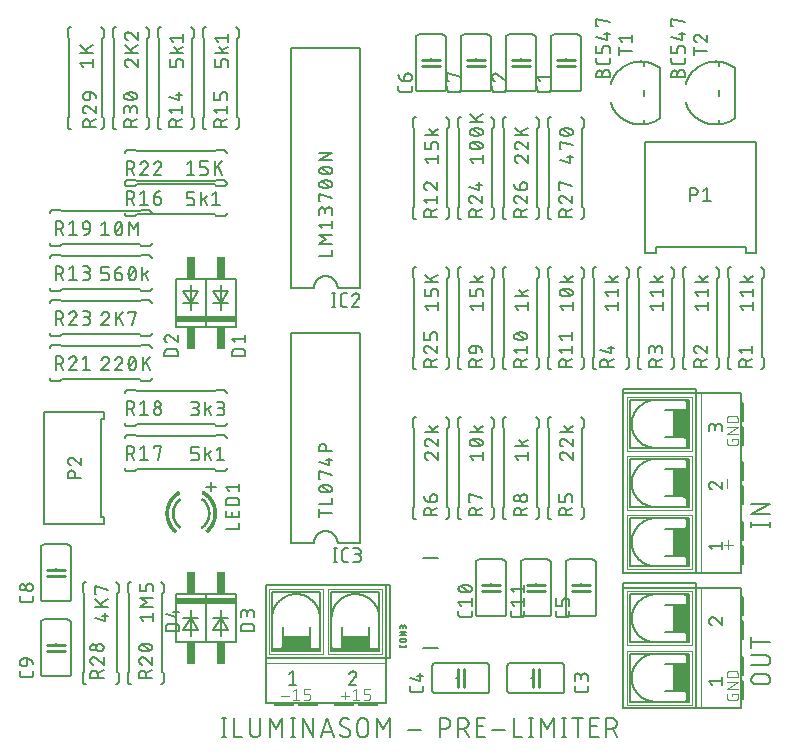
<source format=gbr>
G04 EAGLE Gerber RS-274X export*
G75*
%MOMM*%
%FSLAX34Y34*%
%LPD*%
%INSilkscreen Top*%
%IPPOS*%
%AMOC8*
5,1,8,0,0,1.08239X$1,22.5*%
G01*
%ADD10C,0.152400*%
%ADD11C,0.076200*%
%ADD12C,0.101600*%
%ADD13C,0.050800*%
%ADD14C,0.127000*%
%ADD15R,2.286000X1.143000*%
%ADD16C,0.254000*%
%ADD17R,2.540000X0.508000*%
%ADD18R,0.762000X1.905000*%
%ADD19C,0.203200*%
%ADD20C,0.015238*%
%ADD21C,0.025400*%
%ADD22C,0.177800*%
%ADD23R,1.143000X2.286000*%


D10*
X383568Y29718D02*
X383568Y13462D01*
X381762Y13462D02*
X385374Y13462D01*
X385374Y29718D02*
X381762Y29718D01*
X392108Y29718D02*
X392108Y13462D01*
X399333Y13462D01*
X405626Y17978D02*
X405626Y29718D01*
X405625Y17978D02*
X405627Y17845D01*
X405633Y17713D01*
X405643Y17581D01*
X405656Y17449D01*
X405674Y17317D01*
X405695Y17187D01*
X405720Y17056D01*
X405749Y16927D01*
X405782Y16799D01*
X405818Y16671D01*
X405858Y16545D01*
X405902Y16420D01*
X405950Y16296D01*
X406001Y16174D01*
X406056Y16053D01*
X406114Y15934D01*
X406176Y15816D01*
X406241Y15701D01*
X406310Y15587D01*
X406381Y15476D01*
X406457Y15367D01*
X406535Y15260D01*
X406616Y15155D01*
X406701Y15053D01*
X406788Y14953D01*
X406878Y14856D01*
X406971Y14761D01*
X407067Y14670D01*
X407165Y14581D01*
X407266Y14495D01*
X407370Y14412D01*
X407476Y14332D01*
X407584Y14256D01*
X407694Y14182D01*
X407807Y14112D01*
X407921Y14045D01*
X408038Y13982D01*
X408156Y13922D01*
X408276Y13865D01*
X408398Y13812D01*
X408521Y13763D01*
X408645Y13717D01*
X408771Y13675D01*
X408898Y13637D01*
X409026Y13602D01*
X409155Y13571D01*
X409284Y13544D01*
X409415Y13521D01*
X409546Y13501D01*
X409678Y13486D01*
X409810Y13474D01*
X409942Y13466D01*
X410075Y13462D01*
X410207Y13462D01*
X410340Y13466D01*
X410472Y13474D01*
X410604Y13486D01*
X410736Y13501D01*
X410867Y13521D01*
X410998Y13544D01*
X411127Y13571D01*
X411256Y13602D01*
X411384Y13637D01*
X411511Y13675D01*
X411637Y13717D01*
X411761Y13763D01*
X411884Y13812D01*
X412006Y13865D01*
X412126Y13922D01*
X412244Y13982D01*
X412361Y14045D01*
X412475Y14112D01*
X412588Y14182D01*
X412698Y14256D01*
X412806Y14332D01*
X412912Y14412D01*
X413016Y14495D01*
X413117Y14581D01*
X413215Y14670D01*
X413311Y14761D01*
X413404Y14856D01*
X413494Y14953D01*
X413581Y15053D01*
X413666Y15155D01*
X413747Y15260D01*
X413825Y15367D01*
X413901Y15476D01*
X413972Y15587D01*
X414041Y15701D01*
X414106Y15816D01*
X414168Y15934D01*
X414226Y16053D01*
X414281Y16174D01*
X414332Y16296D01*
X414380Y16420D01*
X414424Y16545D01*
X414464Y16671D01*
X414500Y16799D01*
X414533Y16927D01*
X414562Y17056D01*
X414587Y17187D01*
X414608Y17317D01*
X414626Y17449D01*
X414639Y17581D01*
X414649Y17713D01*
X414655Y17845D01*
X414657Y17978D01*
X414657Y29718D01*
X422438Y29718D02*
X422438Y13462D01*
X427857Y20687D02*
X422438Y29718D01*
X427857Y20687D02*
X433275Y29718D01*
X433275Y13462D01*
X441925Y13462D02*
X441925Y29718D01*
X440119Y13462D02*
X443731Y13462D01*
X443731Y29718D02*
X440119Y29718D01*
X450435Y29718D02*
X450435Y13462D01*
X459466Y13462D02*
X450435Y29718D01*
X459466Y29718D02*
X459466Y13462D01*
X465684Y13462D02*
X471103Y29718D01*
X476522Y13462D01*
X475167Y17526D02*
X467039Y17526D01*
X487116Y13462D02*
X487234Y13464D01*
X487352Y13470D01*
X487470Y13479D01*
X487587Y13493D01*
X487704Y13510D01*
X487821Y13531D01*
X487936Y13556D01*
X488051Y13585D01*
X488165Y13618D01*
X488277Y13654D01*
X488388Y13694D01*
X488498Y13737D01*
X488607Y13784D01*
X488714Y13834D01*
X488819Y13889D01*
X488922Y13946D01*
X489023Y14007D01*
X489123Y14071D01*
X489220Y14138D01*
X489315Y14208D01*
X489407Y14282D01*
X489498Y14358D01*
X489585Y14438D01*
X489670Y14520D01*
X489752Y14605D01*
X489832Y14692D01*
X489908Y14783D01*
X489982Y14875D01*
X490052Y14970D01*
X490119Y15067D01*
X490183Y15167D01*
X490244Y15268D01*
X490301Y15371D01*
X490356Y15476D01*
X490406Y15583D01*
X490453Y15692D01*
X490496Y15802D01*
X490536Y15913D01*
X490572Y16025D01*
X490605Y16139D01*
X490634Y16254D01*
X490659Y16369D01*
X490680Y16486D01*
X490697Y16603D01*
X490711Y16720D01*
X490720Y16838D01*
X490726Y16956D01*
X490728Y17074D01*
X487116Y13462D02*
X486933Y13464D01*
X486751Y13471D01*
X486569Y13482D01*
X486387Y13497D01*
X486205Y13517D01*
X486024Y13540D01*
X485844Y13569D01*
X485664Y13601D01*
X485485Y13638D01*
X485308Y13679D01*
X485131Y13725D01*
X484955Y13774D01*
X484781Y13828D01*
X484607Y13886D01*
X484436Y13948D01*
X484266Y14014D01*
X484097Y14085D01*
X483930Y14159D01*
X483765Y14237D01*
X483602Y14319D01*
X483441Y14405D01*
X483282Y14495D01*
X483125Y14589D01*
X482971Y14686D01*
X482819Y14787D01*
X482669Y14892D01*
X482522Y15000D01*
X482378Y15111D01*
X482236Y15226D01*
X482097Y15345D01*
X481961Y15467D01*
X481828Y15592D01*
X481698Y15720D01*
X482150Y26106D02*
X482152Y26224D01*
X482158Y26342D01*
X482167Y26460D01*
X482181Y26577D01*
X482198Y26694D01*
X482219Y26811D01*
X482244Y26926D01*
X482273Y27041D01*
X482306Y27155D01*
X482342Y27267D01*
X482382Y27378D01*
X482425Y27488D01*
X482472Y27597D01*
X482522Y27704D01*
X482577Y27809D01*
X482634Y27912D01*
X482695Y28013D01*
X482759Y28113D01*
X482826Y28210D01*
X482896Y28305D01*
X482970Y28397D01*
X483046Y28488D01*
X483126Y28575D01*
X483208Y28660D01*
X483293Y28742D01*
X483380Y28822D01*
X483471Y28898D01*
X483563Y28972D01*
X483658Y29042D01*
X483755Y29109D01*
X483855Y29173D01*
X483956Y29234D01*
X484059Y29292D01*
X484164Y29346D01*
X484271Y29396D01*
X484380Y29443D01*
X484490Y29487D01*
X484601Y29526D01*
X484714Y29562D01*
X484827Y29595D01*
X484942Y29624D01*
X485057Y29649D01*
X485174Y29670D01*
X485291Y29687D01*
X485408Y29701D01*
X485526Y29710D01*
X485644Y29716D01*
X485762Y29718D01*
X485923Y29716D01*
X486085Y29710D01*
X486246Y29701D01*
X486407Y29687D01*
X486567Y29670D01*
X486727Y29649D01*
X486887Y29624D01*
X487046Y29595D01*
X487204Y29563D01*
X487361Y29527D01*
X487517Y29487D01*
X487673Y29443D01*
X487827Y29395D01*
X487980Y29344D01*
X488132Y29290D01*
X488283Y29231D01*
X488432Y29170D01*
X488579Y29104D01*
X488725Y29035D01*
X488870Y28963D01*
X489012Y28887D01*
X489153Y28808D01*
X489292Y28726D01*
X489428Y28640D01*
X489563Y28551D01*
X489696Y28459D01*
X489826Y28363D01*
X483955Y22945D02*
X483854Y23007D01*
X483754Y23072D01*
X483657Y23141D01*
X483562Y23213D01*
X483469Y23287D01*
X483379Y23365D01*
X483291Y23446D01*
X483206Y23529D01*
X483124Y23615D01*
X483045Y23704D01*
X482968Y23795D01*
X482895Y23889D01*
X482824Y23985D01*
X482757Y24083D01*
X482693Y24183D01*
X482632Y24286D01*
X482575Y24390D01*
X482521Y24496D01*
X482471Y24604D01*
X482424Y24713D01*
X482380Y24824D01*
X482340Y24936D01*
X482304Y25050D01*
X482272Y25164D01*
X482243Y25280D01*
X482218Y25396D01*
X482197Y25513D01*
X482180Y25631D01*
X482166Y25749D01*
X482157Y25868D01*
X482151Y25987D01*
X482149Y26106D01*
X488923Y20235D02*
X489024Y20173D01*
X489124Y20108D01*
X489221Y20039D01*
X489316Y19967D01*
X489409Y19893D01*
X489499Y19815D01*
X489587Y19734D01*
X489672Y19651D01*
X489754Y19565D01*
X489833Y19476D01*
X489910Y19385D01*
X489983Y19291D01*
X490054Y19195D01*
X490121Y19097D01*
X490185Y18997D01*
X490246Y18894D01*
X490303Y18790D01*
X490357Y18684D01*
X490407Y18576D01*
X490454Y18467D01*
X490498Y18356D01*
X490538Y18244D01*
X490574Y18130D01*
X490606Y18016D01*
X490635Y17900D01*
X490660Y17784D01*
X490681Y17667D01*
X490698Y17549D01*
X490712Y17431D01*
X490721Y17312D01*
X490727Y17193D01*
X490729Y17074D01*
X488923Y20235D02*
X483956Y22945D01*
X496808Y25202D02*
X496808Y17978D01*
X496808Y25202D02*
X496810Y25335D01*
X496816Y25467D01*
X496826Y25599D01*
X496839Y25731D01*
X496857Y25863D01*
X496878Y25993D01*
X496903Y26124D01*
X496932Y26253D01*
X496965Y26381D01*
X497001Y26509D01*
X497041Y26635D01*
X497085Y26760D01*
X497133Y26884D01*
X497184Y27006D01*
X497239Y27127D01*
X497297Y27246D01*
X497359Y27364D01*
X497424Y27479D01*
X497493Y27593D01*
X497564Y27704D01*
X497640Y27813D01*
X497718Y27920D01*
X497799Y28025D01*
X497884Y28127D01*
X497971Y28227D01*
X498061Y28324D01*
X498154Y28419D01*
X498250Y28510D01*
X498348Y28599D01*
X498449Y28685D01*
X498553Y28768D01*
X498659Y28848D01*
X498767Y28924D01*
X498877Y28998D01*
X498990Y29068D01*
X499104Y29135D01*
X499221Y29198D01*
X499339Y29258D01*
X499459Y29315D01*
X499581Y29368D01*
X499704Y29417D01*
X499828Y29463D01*
X499954Y29505D01*
X500081Y29543D01*
X500209Y29578D01*
X500338Y29609D01*
X500467Y29636D01*
X500598Y29659D01*
X500729Y29679D01*
X500861Y29694D01*
X500993Y29706D01*
X501125Y29714D01*
X501258Y29718D01*
X501390Y29718D01*
X501523Y29714D01*
X501655Y29706D01*
X501787Y29694D01*
X501919Y29679D01*
X502050Y29659D01*
X502181Y29636D01*
X502310Y29609D01*
X502439Y29578D01*
X502567Y29543D01*
X502694Y29505D01*
X502820Y29463D01*
X502944Y29417D01*
X503067Y29368D01*
X503189Y29315D01*
X503309Y29258D01*
X503427Y29198D01*
X503544Y29135D01*
X503658Y29068D01*
X503771Y28998D01*
X503881Y28924D01*
X503989Y28848D01*
X504095Y28768D01*
X504199Y28685D01*
X504300Y28599D01*
X504398Y28510D01*
X504494Y28419D01*
X504587Y28324D01*
X504677Y28227D01*
X504764Y28127D01*
X504849Y28025D01*
X504930Y27920D01*
X505008Y27813D01*
X505084Y27704D01*
X505155Y27593D01*
X505224Y27479D01*
X505289Y27364D01*
X505351Y27246D01*
X505409Y27127D01*
X505464Y27006D01*
X505515Y26884D01*
X505563Y26760D01*
X505607Y26635D01*
X505647Y26509D01*
X505683Y26381D01*
X505716Y26253D01*
X505745Y26124D01*
X505770Y25993D01*
X505791Y25863D01*
X505809Y25731D01*
X505822Y25599D01*
X505832Y25467D01*
X505838Y25335D01*
X505840Y25202D01*
X505839Y25202D02*
X505839Y17978D01*
X505840Y17978D02*
X505838Y17845D01*
X505832Y17713D01*
X505822Y17581D01*
X505809Y17449D01*
X505791Y17317D01*
X505770Y17187D01*
X505745Y17056D01*
X505716Y16927D01*
X505683Y16799D01*
X505647Y16671D01*
X505607Y16545D01*
X505563Y16420D01*
X505515Y16296D01*
X505464Y16174D01*
X505409Y16053D01*
X505351Y15934D01*
X505289Y15816D01*
X505224Y15701D01*
X505155Y15587D01*
X505084Y15476D01*
X505008Y15367D01*
X504930Y15260D01*
X504849Y15155D01*
X504764Y15053D01*
X504677Y14953D01*
X504587Y14856D01*
X504494Y14761D01*
X504398Y14670D01*
X504300Y14581D01*
X504199Y14495D01*
X504095Y14412D01*
X503989Y14332D01*
X503881Y14256D01*
X503771Y14182D01*
X503658Y14112D01*
X503544Y14045D01*
X503427Y13982D01*
X503309Y13922D01*
X503189Y13865D01*
X503067Y13812D01*
X502944Y13763D01*
X502820Y13717D01*
X502694Y13675D01*
X502567Y13637D01*
X502439Y13602D01*
X502310Y13571D01*
X502181Y13544D01*
X502050Y13521D01*
X501919Y13501D01*
X501787Y13486D01*
X501655Y13474D01*
X501523Y13466D01*
X501390Y13462D01*
X501258Y13462D01*
X501125Y13466D01*
X500993Y13474D01*
X500861Y13486D01*
X500729Y13501D01*
X500598Y13521D01*
X500467Y13544D01*
X500338Y13571D01*
X500209Y13602D01*
X500081Y13637D01*
X499954Y13675D01*
X499828Y13717D01*
X499704Y13763D01*
X499581Y13812D01*
X499459Y13865D01*
X499339Y13922D01*
X499221Y13982D01*
X499104Y14045D01*
X498990Y14112D01*
X498877Y14182D01*
X498767Y14256D01*
X498659Y14332D01*
X498553Y14412D01*
X498449Y14495D01*
X498348Y14581D01*
X498250Y14670D01*
X498154Y14761D01*
X498061Y14856D01*
X497971Y14953D01*
X497884Y15053D01*
X497799Y15155D01*
X497718Y15260D01*
X497640Y15367D01*
X497564Y15476D01*
X497493Y15587D01*
X497424Y15701D01*
X497359Y15816D01*
X497297Y15934D01*
X497239Y16053D01*
X497184Y16174D01*
X497133Y16296D01*
X497085Y16420D01*
X497041Y16545D01*
X497001Y16671D01*
X496965Y16799D01*
X496932Y16927D01*
X496903Y17056D01*
X496878Y17187D01*
X496857Y17317D01*
X496839Y17449D01*
X496826Y17581D01*
X496816Y17713D01*
X496810Y17845D01*
X496808Y17978D01*
X513099Y13462D02*
X513099Y29718D01*
X518518Y20687D01*
X523937Y29718D01*
X523937Y13462D01*
X539672Y19784D02*
X550510Y19784D01*
X566317Y13462D02*
X566317Y29718D01*
X570833Y29718D01*
X570966Y29716D01*
X571098Y29710D01*
X571230Y29700D01*
X571362Y29687D01*
X571494Y29669D01*
X571624Y29648D01*
X571755Y29623D01*
X571884Y29594D01*
X572012Y29561D01*
X572140Y29525D01*
X572266Y29485D01*
X572391Y29441D01*
X572515Y29393D01*
X572637Y29342D01*
X572758Y29287D01*
X572877Y29229D01*
X572995Y29167D01*
X573110Y29102D01*
X573224Y29033D01*
X573335Y28962D01*
X573444Y28886D01*
X573551Y28808D01*
X573656Y28727D01*
X573758Y28642D01*
X573858Y28555D01*
X573955Y28465D01*
X574050Y28372D01*
X574141Y28276D01*
X574230Y28178D01*
X574316Y28077D01*
X574399Y27973D01*
X574479Y27867D01*
X574555Y27759D01*
X574629Y27649D01*
X574699Y27536D01*
X574766Y27422D01*
X574829Y27305D01*
X574889Y27187D01*
X574946Y27067D01*
X574999Y26945D01*
X575048Y26822D01*
X575094Y26698D01*
X575136Y26572D01*
X575174Y26445D01*
X575209Y26317D01*
X575240Y26188D01*
X575267Y26059D01*
X575290Y25928D01*
X575310Y25797D01*
X575325Y25665D01*
X575337Y25533D01*
X575345Y25401D01*
X575349Y25268D01*
X575349Y25136D01*
X575345Y25003D01*
X575337Y24871D01*
X575325Y24739D01*
X575310Y24607D01*
X575290Y24476D01*
X575267Y24345D01*
X575240Y24216D01*
X575209Y24087D01*
X575174Y23959D01*
X575136Y23832D01*
X575094Y23706D01*
X575048Y23582D01*
X574999Y23459D01*
X574946Y23337D01*
X574889Y23217D01*
X574829Y23099D01*
X574766Y22982D01*
X574699Y22868D01*
X574629Y22755D01*
X574555Y22645D01*
X574479Y22537D01*
X574399Y22431D01*
X574316Y22327D01*
X574230Y22226D01*
X574141Y22128D01*
X574050Y22032D01*
X573955Y21939D01*
X573858Y21849D01*
X573758Y21762D01*
X573656Y21677D01*
X573551Y21596D01*
X573444Y21518D01*
X573335Y21442D01*
X573224Y21371D01*
X573110Y21302D01*
X572995Y21237D01*
X572877Y21175D01*
X572758Y21117D01*
X572637Y21062D01*
X572515Y21011D01*
X572391Y20963D01*
X572266Y20919D01*
X572140Y20879D01*
X572012Y20843D01*
X571884Y20810D01*
X571755Y20781D01*
X571624Y20756D01*
X571494Y20735D01*
X571362Y20717D01*
X571230Y20704D01*
X571098Y20694D01*
X570966Y20688D01*
X570833Y20686D01*
X570833Y20687D02*
X566317Y20687D01*
X581829Y13462D02*
X581829Y29718D01*
X586345Y29718D01*
X586478Y29716D01*
X586610Y29710D01*
X586742Y29700D01*
X586874Y29687D01*
X587006Y29669D01*
X587136Y29648D01*
X587267Y29623D01*
X587396Y29594D01*
X587524Y29561D01*
X587652Y29525D01*
X587778Y29485D01*
X587903Y29441D01*
X588027Y29393D01*
X588149Y29342D01*
X588270Y29287D01*
X588389Y29229D01*
X588507Y29167D01*
X588622Y29102D01*
X588736Y29033D01*
X588847Y28962D01*
X588956Y28886D01*
X589063Y28808D01*
X589168Y28727D01*
X589270Y28642D01*
X589370Y28555D01*
X589467Y28465D01*
X589562Y28372D01*
X589653Y28276D01*
X589742Y28178D01*
X589828Y28077D01*
X589911Y27973D01*
X589991Y27867D01*
X590067Y27759D01*
X590141Y27649D01*
X590211Y27536D01*
X590278Y27422D01*
X590341Y27305D01*
X590401Y27187D01*
X590458Y27067D01*
X590511Y26945D01*
X590560Y26822D01*
X590606Y26698D01*
X590648Y26572D01*
X590686Y26445D01*
X590721Y26317D01*
X590752Y26188D01*
X590779Y26059D01*
X590802Y25928D01*
X590822Y25797D01*
X590837Y25665D01*
X590849Y25533D01*
X590857Y25401D01*
X590861Y25268D01*
X590861Y25136D01*
X590857Y25003D01*
X590849Y24871D01*
X590837Y24739D01*
X590822Y24607D01*
X590802Y24476D01*
X590779Y24345D01*
X590752Y24216D01*
X590721Y24087D01*
X590686Y23959D01*
X590648Y23832D01*
X590606Y23706D01*
X590560Y23582D01*
X590511Y23459D01*
X590458Y23337D01*
X590401Y23217D01*
X590341Y23099D01*
X590278Y22982D01*
X590211Y22868D01*
X590141Y22755D01*
X590067Y22645D01*
X589991Y22537D01*
X589911Y22431D01*
X589828Y22327D01*
X589742Y22226D01*
X589653Y22128D01*
X589562Y22032D01*
X589467Y21939D01*
X589370Y21849D01*
X589270Y21762D01*
X589168Y21677D01*
X589063Y21596D01*
X588956Y21518D01*
X588847Y21442D01*
X588736Y21371D01*
X588622Y21302D01*
X588507Y21237D01*
X588389Y21175D01*
X588270Y21117D01*
X588149Y21062D01*
X588027Y21011D01*
X587903Y20963D01*
X587778Y20919D01*
X587652Y20879D01*
X587524Y20843D01*
X587396Y20810D01*
X587267Y20781D01*
X587136Y20756D01*
X587006Y20735D01*
X586874Y20717D01*
X586742Y20704D01*
X586610Y20694D01*
X586478Y20688D01*
X586345Y20686D01*
X586345Y20687D02*
X581829Y20687D01*
X587248Y20687D02*
X590860Y13462D01*
X597920Y13462D02*
X605145Y13462D01*
X597920Y13462D02*
X597920Y29718D01*
X605145Y29718D01*
X603338Y22493D02*
X597920Y22493D01*
X611055Y19784D02*
X621892Y19784D01*
X629182Y13462D02*
X629182Y29718D01*
X629182Y13462D02*
X636407Y13462D01*
X643568Y13462D02*
X643568Y29718D01*
X641761Y13462D02*
X645374Y13462D01*
X645374Y29718D02*
X641761Y29718D01*
X652217Y29718D02*
X652217Y13462D01*
X657636Y20687D02*
X652217Y29718D01*
X657636Y20687D02*
X663054Y29718D01*
X663054Y13462D01*
X671704Y13462D02*
X671704Y29718D01*
X669898Y13462D02*
X673510Y13462D01*
X673510Y29718D02*
X669898Y29718D01*
X683167Y29718D02*
X683167Y13462D01*
X678651Y29718D02*
X687682Y29718D01*
X693791Y13462D02*
X701016Y13462D01*
X693791Y13462D02*
X693791Y29718D01*
X701016Y29718D01*
X699210Y22493D02*
X693791Y22493D01*
X707400Y29718D02*
X707400Y13462D01*
X707400Y29718D02*
X711916Y29718D01*
X712049Y29716D01*
X712181Y29710D01*
X712313Y29700D01*
X712445Y29687D01*
X712577Y29669D01*
X712707Y29648D01*
X712838Y29623D01*
X712967Y29594D01*
X713095Y29561D01*
X713223Y29525D01*
X713349Y29485D01*
X713474Y29441D01*
X713598Y29393D01*
X713720Y29342D01*
X713841Y29287D01*
X713960Y29229D01*
X714078Y29167D01*
X714193Y29102D01*
X714307Y29033D01*
X714418Y28962D01*
X714527Y28886D01*
X714634Y28808D01*
X714739Y28727D01*
X714841Y28642D01*
X714941Y28555D01*
X715038Y28465D01*
X715133Y28372D01*
X715224Y28276D01*
X715313Y28178D01*
X715399Y28077D01*
X715482Y27973D01*
X715562Y27867D01*
X715638Y27759D01*
X715712Y27649D01*
X715782Y27536D01*
X715849Y27422D01*
X715912Y27305D01*
X715972Y27187D01*
X716029Y27067D01*
X716082Y26945D01*
X716131Y26822D01*
X716177Y26698D01*
X716219Y26572D01*
X716257Y26445D01*
X716292Y26317D01*
X716323Y26188D01*
X716350Y26059D01*
X716373Y25928D01*
X716393Y25797D01*
X716408Y25665D01*
X716420Y25533D01*
X716428Y25401D01*
X716432Y25268D01*
X716432Y25136D01*
X716428Y25003D01*
X716420Y24871D01*
X716408Y24739D01*
X716393Y24607D01*
X716373Y24476D01*
X716350Y24345D01*
X716323Y24216D01*
X716292Y24087D01*
X716257Y23959D01*
X716219Y23832D01*
X716177Y23706D01*
X716131Y23582D01*
X716082Y23459D01*
X716029Y23337D01*
X715972Y23217D01*
X715912Y23099D01*
X715849Y22982D01*
X715782Y22868D01*
X715712Y22755D01*
X715638Y22645D01*
X715562Y22537D01*
X715482Y22431D01*
X715399Y22327D01*
X715313Y22226D01*
X715224Y22128D01*
X715133Y22032D01*
X715038Y21939D01*
X714941Y21849D01*
X714841Y21762D01*
X714739Y21677D01*
X714634Y21596D01*
X714527Y21518D01*
X714418Y21442D01*
X714307Y21371D01*
X714193Y21302D01*
X714078Y21237D01*
X713960Y21175D01*
X713841Y21117D01*
X713720Y21062D01*
X713598Y21011D01*
X713474Y20963D01*
X713349Y20919D01*
X713223Y20879D01*
X713095Y20843D01*
X712967Y20810D01*
X712838Y20781D01*
X712707Y20756D01*
X712577Y20735D01*
X712445Y20717D01*
X712313Y20704D01*
X712181Y20694D01*
X712049Y20688D01*
X711916Y20686D01*
X711916Y20687D02*
X707400Y20687D01*
X712819Y20687D02*
X716431Y13462D01*
D11*
X438446Y48486D02*
X432181Y48486D01*
X442457Y52141D02*
X445067Y54229D01*
X445067Y44831D01*
X442457Y44831D02*
X447678Y44831D01*
X451601Y44831D02*
X454733Y44831D01*
X454822Y44833D01*
X454910Y44839D01*
X454998Y44848D01*
X455086Y44861D01*
X455173Y44878D01*
X455259Y44898D01*
X455344Y44923D01*
X455429Y44950D01*
X455512Y44982D01*
X455593Y45016D01*
X455673Y45055D01*
X455751Y45096D01*
X455828Y45141D01*
X455902Y45189D01*
X455975Y45240D01*
X456045Y45294D01*
X456112Y45352D01*
X456178Y45412D01*
X456240Y45474D01*
X456300Y45540D01*
X456358Y45607D01*
X456412Y45677D01*
X456463Y45750D01*
X456511Y45824D01*
X456556Y45901D01*
X456597Y45979D01*
X456636Y46059D01*
X456670Y46140D01*
X456702Y46223D01*
X456729Y46308D01*
X456754Y46393D01*
X456774Y46479D01*
X456791Y46566D01*
X456804Y46654D01*
X456813Y46742D01*
X456819Y46830D01*
X456821Y46919D01*
X456822Y46919D02*
X456822Y47964D01*
X456821Y47964D02*
X456819Y48053D01*
X456813Y48141D01*
X456804Y48229D01*
X456791Y48317D01*
X456774Y48404D01*
X456754Y48490D01*
X456729Y48575D01*
X456702Y48660D01*
X456670Y48743D01*
X456636Y48824D01*
X456597Y48904D01*
X456556Y48982D01*
X456511Y49059D01*
X456463Y49133D01*
X456412Y49206D01*
X456358Y49276D01*
X456300Y49343D01*
X456240Y49409D01*
X456178Y49471D01*
X456112Y49531D01*
X456045Y49589D01*
X455975Y49643D01*
X455902Y49694D01*
X455828Y49742D01*
X455751Y49787D01*
X455673Y49828D01*
X455593Y49867D01*
X455512Y49901D01*
X455429Y49933D01*
X455344Y49960D01*
X455259Y49985D01*
X455173Y50005D01*
X455086Y50022D01*
X454998Y50035D01*
X454910Y50044D01*
X454822Y50050D01*
X454733Y50052D01*
X451601Y50052D01*
X451601Y54229D01*
X456822Y54229D01*
X482981Y48486D02*
X489246Y48486D01*
X486114Y51618D02*
X486114Y45353D01*
X493257Y52141D02*
X495867Y54229D01*
X495867Y44831D01*
X493257Y44831D02*
X498478Y44831D01*
X502401Y44831D02*
X505533Y44831D01*
X505622Y44833D01*
X505710Y44839D01*
X505798Y44848D01*
X505886Y44861D01*
X505973Y44878D01*
X506059Y44898D01*
X506144Y44923D01*
X506229Y44950D01*
X506312Y44982D01*
X506393Y45016D01*
X506473Y45055D01*
X506551Y45096D01*
X506628Y45141D01*
X506702Y45189D01*
X506775Y45240D01*
X506845Y45294D01*
X506912Y45352D01*
X506978Y45412D01*
X507040Y45474D01*
X507100Y45540D01*
X507158Y45607D01*
X507212Y45677D01*
X507263Y45750D01*
X507311Y45824D01*
X507356Y45901D01*
X507397Y45979D01*
X507436Y46059D01*
X507470Y46140D01*
X507502Y46223D01*
X507529Y46308D01*
X507554Y46393D01*
X507574Y46479D01*
X507591Y46566D01*
X507604Y46654D01*
X507613Y46742D01*
X507619Y46830D01*
X507621Y46919D01*
X507622Y46919D02*
X507622Y47964D01*
X507621Y47964D02*
X507619Y48053D01*
X507613Y48141D01*
X507604Y48229D01*
X507591Y48317D01*
X507574Y48404D01*
X507554Y48490D01*
X507529Y48575D01*
X507502Y48660D01*
X507470Y48743D01*
X507436Y48824D01*
X507397Y48904D01*
X507356Y48982D01*
X507311Y49059D01*
X507263Y49133D01*
X507212Y49206D01*
X507158Y49276D01*
X507100Y49343D01*
X507040Y49409D01*
X506978Y49471D01*
X506912Y49531D01*
X506845Y49589D01*
X506775Y49643D01*
X506702Y49694D01*
X506628Y49742D01*
X506551Y49787D01*
X506473Y49828D01*
X506393Y49867D01*
X506312Y49901D01*
X506229Y49933D01*
X506144Y49960D01*
X506059Y49985D01*
X505973Y50005D01*
X505886Y50022D01*
X505798Y50035D01*
X505710Y50044D01*
X505622Y50050D01*
X505533Y50052D01*
X502401Y50052D01*
X502401Y54229D01*
X507622Y54229D01*
X813548Y50052D02*
X813548Y48486D01*
X813548Y50052D02*
X818769Y50052D01*
X818769Y46919D01*
X818767Y46830D01*
X818761Y46742D01*
X818752Y46654D01*
X818739Y46566D01*
X818722Y46479D01*
X818702Y46393D01*
X818677Y46308D01*
X818650Y46223D01*
X818618Y46140D01*
X818584Y46059D01*
X818545Y45979D01*
X818504Y45901D01*
X818459Y45824D01*
X818411Y45750D01*
X818360Y45677D01*
X818306Y45607D01*
X818248Y45540D01*
X818188Y45474D01*
X818126Y45412D01*
X818060Y45352D01*
X817993Y45294D01*
X817923Y45240D01*
X817850Y45189D01*
X817776Y45141D01*
X817699Y45096D01*
X817621Y45055D01*
X817541Y45016D01*
X817460Y44982D01*
X817377Y44950D01*
X817292Y44923D01*
X817207Y44898D01*
X817121Y44878D01*
X817034Y44861D01*
X816946Y44848D01*
X816858Y44839D01*
X816770Y44833D01*
X816681Y44831D01*
X811459Y44831D01*
X811368Y44833D01*
X811277Y44839D01*
X811186Y44849D01*
X811096Y44863D01*
X811007Y44881D01*
X810918Y44902D01*
X810831Y44928D01*
X810745Y44957D01*
X810660Y44990D01*
X810576Y45027D01*
X810494Y45067D01*
X810415Y45111D01*
X810337Y45158D01*
X810261Y45209D01*
X810187Y45263D01*
X810116Y45320D01*
X810048Y45380D01*
X809982Y45443D01*
X809919Y45509D01*
X809859Y45577D01*
X809802Y45648D01*
X809748Y45722D01*
X809697Y45798D01*
X809650Y45875D01*
X809606Y45955D01*
X809566Y46037D01*
X809529Y46121D01*
X809496Y46205D01*
X809467Y46292D01*
X809441Y46379D01*
X809420Y46468D01*
X809402Y46557D01*
X809388Y46647D01*
X809378Y46738D01*
X809372Y46829D01*
X809370Y46920D01*
X809371Y46919D02*
X809371Y50052D01*
X809371Y54585D02*
X818769Y54585D01*
X818769Y59806D02*
X809371Y54585D01*
X809371Y59806D02*
X818769Y59806D01*
X818769Y64338D02*
X809371Y64338D01*
X809371Y66949D01*
X809373Y67049D01*
X809379Y67149D01*
X809388Y67248D01*
X809402Y67348D01*
X809419Y67446D01*
X809440Y67544D01*
X809464Y67641D01*
X809493Y67737D01*
X809525Y67832D01*
X809560Y67925D01*
X809599Y68017D01*
X809642Y68108D01*
X809688Y68196D01*
X809738Y68283D01*
X809790Y68368D01*
X809846Y68451D01*
X809905Y68532D01*
X809968Y68610D01*
X810033Y68686D01*
X810101Y68760D01*
X810171Y68830D01*
X810245Y68898D01*
X810321Y68963D01*
X810399Y69026D01*
X810480Y69085D01*
X810563Y69141D01*
X810648Y69193D01*
X810735Y69243D01*
X810823Y69289D01*
X810914Y69332D01*
X811006Y69371D01*
X811099Y69406D01*
X811194Y69438D01*
X811290Y69467D01*
X811387Y69491D01*
X811485Y69512D01*
X811583Y69529D01*
X811683Y69543D01*
X811782Y69552D01*
X811882Y69558D01*
X811982Y69560D01*
X811982Y69559D02*
X816158Y69559D01*
X816158Y69560D02*
X816258Y69558D01*
X816358Y69552D01*
X816457Y69543D01*
X816557Y69529D01*
X816655Y69512D01*
X816753Y69491D01*
X816850Y69467D01*
X816946Y69438D01*
X817041Y69406D01*
X817134Y69371D01*
X817226Y69332D01*
X817317Y69289D01*
X817405Y69243D01*
X817492Y69193D01*
X817577Y69141D01*
X817660Y69085D01*
X817741Y69026D01*
X817819Y68963D01*
X817895Y68898D01*
X817969Y68830D01*
X818039Y68760D01*
X818107Y68686D01*
X818172Y68610D01*
X818235Y68532D01*
X818294Y68451D01*
X818350Y68368D01*
X818402Y68283D01*
X818452Y68196D01*
X818498Y68108D01*
X818541Y68017D01*
X818580Y67925D01*
X818615Y67832D01*
X818647Y67737D01*
X818676Y67641D01*
X818700Y67544D01*
X818721Y67446D01*
X818738Y67348D01*
X818752Y67248D01*
X818761Y67149D01*
X818767Y67049D01*
X818769Y66949D01*
X818769Y64338D01*
X813548Y264386D02*
X813548Y265952D01*
X818769Y265952D01*
X818769Y262819D01*
X818767Y262730D01*
X818761Y262642D01*
X818752Y262554D01*
X818739Y262466D01*
X818722Y262379D01*
X818702Y262293D01*
X818677Y262208D01*
X818650Y262123D01*
X818618Y262040D01*
X818584Y261959D01*
X818545Y261879D01*
X818504Y261801D01*
X818459Y261724D01*
X818411Y261650D01*
X818360Y261577D01*
X818306Y261507D01*
X818248Y261440D01*
X818188Y261374D01*
X818126Y261312D01*
X818060Y261252D01*
X817993Y261194D01*
X817923Y261140D01*
X817850Y261089D01*
X817776Y261041D01*
X817699Y260996D01*
X817621Y260955D01*
X817541Y260916D01*
X817460Y260882D01*
X817377Y260850D01*
X817292Y260823D01*
X817207Y260798D01*
X817121Y260778D01*
X817034Y260761D01*
X816946Y260748D01*
X816858Y260739D01*
X816770Y260733D01*
X816681Y260731D01*
X811459Y260731D01*
X811368Y260733D01*
X811277Y260739D01*
X811186Y260749D01*
X811096Y260763D01*
X811007Y260781D01*
X810918Y260802D01*
X810831Y260828D01*
X810745Y260857D01*
X810660Y260890D01*
X810576Y260927D01*
X810494Y260967D01*
X810415Y261011D01*
X810337Y261058D01*
X810261Y261109D01*
X810187Y261163D01*
X810116Y261220D01*
X810048Y261280D01*
X809982Y261343D01*
X809919Y261409D01*
X809859Y261477D01*
X809802Y261548D01*
X809748Y261622D01*
X809697Y261698D01*
X809650Y261775D01*
X809606Y261855D01*
X809566Y261937D01*
X809529Y262021D01*
X809496Y262105D01*
X809467Y262192D01*
X809441Y262279D01*
X809420Y262368D01*
X809402Y262457D01*
X809388Y262547D01*
X809378Y262638D01*
X809372Y262729D01*
X809370Y262820D01*
X809371Y262819D02*
X809371Y265952D01*
X809371Y270485D02*
X818769Y270485D01*
X818769Y275706D02*
X809371Y270485D01*
X809371Y275706D02*
X818769Y275706D01*
X818769Y280238D02*
X809371Y280238D01*
X809371Y282849D01*
X809373Y282949D01*
X809379Y283049D01*
X809388Y283148D01*
X809402Y283248D01*
X809419Y283346D01*
X809440Y283444D01*
X809464Y283541D01*
X809493Y283637D01*
X809525Y283732D01*
X809560Y283825D01*
X809599Y283917D01*
X809642Y284008D01*
X809688Y284096D01*
X809738Y284183D01*
X809790Y284268D01*
X809846Y284351D01*
X809905Y284432D01*
X809968Y284510D01*
X810033Y284586D01*
X810101Y284660D01*
X810171Y284730D01*
X810245Y284798D01*
X810321Y284863D01*
X810399Y284926D01*
X810480Y284985D01*
X810563Y285041D01*
X810648Y285093D01*
X810735Y285143D01*
X810823Y285189D01*
X810914Y285232D01*
X811006Y285271D01*
X811099Y285306D01*
X811194Y285338D01*
X811290Y285367D01*
X811387Y285391D01*
X811485Y285412D01*
X811583Y285429D01*
X811683Y285443D01*
X811782Y285452D01*
X811882Y285458D01*
X811982Y285460D01*
X811982Y285459D02*
X816158Y285459D01*
X816158Y285460D02*
X816258Y285458D01*
X816358Y285452D01*
X816457Y285443D01*
X816557Y285429D01*
X816655Y285412D01*
X816753Y285391D01*
X816850Y285367D01*
X816946Y285338D01*
X817041Y285306D01*
X817134Y285271D01*
X817226Y285232D01*
X817317Y285189D01*
X817405Y285143D01*
X817492Y285093D01*
X817577Y285041D01*
X817660Y284985D01*
X817741Y284926D01*
X817819Y284863D01*
X817895Y284798D01*
X817969Y284730D01*
X818039Y284660D01*
X818107Y284586D01*
X818172Y284510D01*
X818235Y284432D01*
X818294Y284351D01*
X818350Y284268D01*
X818402Y284183D01*
X818452Y284096D01*
X818498Y284008D01*
X818541Y283917D01*
X818580Y283825D01*
X818615Y283732D01*
X818647Y283637D01*
X818676Y283541D01*
X818700Y283444D01*
X818721Y283346D01*
X818738Y283248D01*
X818752Y283148D01*
X818761Y283049D01*
X818767Y282949D01*
X818769Y282849D01*
X818769Y280238D01*
D12*
X814747Y176502D02*
X806958Y176502D01*
X810853Y180396D02*
X810853Y172607D01*
D13*
X809879Y224748D02*
X809879Y232198D01*
D10*
X419100Y76200D02*
X419100Y41910D01*
X419100Y142240D02*
X520700Y142240D01*
X426720Y41910D02*
X419100Y41910D01*
X520700Y80010D02*
X520700Y142240D01*
X520700Y80010D02*
X419100Y80010D01*
X419100Y142240D01*
X520700Y80010D02*
X520700Y76200D01*
X524510Y80010D02*
X524510Y142240D01*
X524510Y80010D02*
X520700Y80010D01*
X520700Y142240D02*
X524510Y142240D01*
X465074Y135890D02*
X465074Y86360D01*
X424434Y86360D01*
X424434Y135890D01*
X465074Y135890D01*
X474726Y135890D02*
X474726Y86360D01*
X515366Y86360D01*
X515366Y135890D01*
X474726Y135890D01*
D13*
X472186Y83820D02*
X517906Y83820D01*
X517906Y138430D01*
X472186Y138430D01*
X472186Y83820D01*
X467614Y83820D02*
X467614Y138430D01*
X421894Y138430D01*
X421894Y83820D01*
X467614Y83820D01*
D10*
X465074Y114300D02*
X465068Y114795D01*
X465050Y115289D01*
X465020Y115783D01*
X464978Y116276D01*
X464924Y116768D01*
X464857Y117259D01*
X464779Y117747D01*
X464690Y118234D01*
X464588Y118718D01*
X464474Y119200D01*
X464349Y119679D01*
X464212Y120154D01*
X464064Y120626D01*
X463904Y121095D01*
X463733Y121559D01*
X463551Y122019D01*
X463357Y122474D01*
X463153Y122925D01*
X462937Y123370D01*
X462711Y123811D01*
X462474Y124245D01*
X462227Y124674D01*
X461969Y125096D01*
X461701Y125512D01*
X461423Y125921D01*
X461135Y126324D01*
X460837Y126719D01*
X460530Y127107D01*
X460213Y127487D01*
X459888Y127860D01*
X459553Y128224D01*
X459210Y128581D01*
X458858Y128928D01*
X458497Y129268D01*
X458129Y129598D01*
X457752Y129919D01*
X457368Y130231D01*
X456976Y130533D01*
X456577Y130826D01*
X456171Y131109D01*
X455759Y131382D01*
X455340Y131645D01*
X454914Y131898D01*
X454482Y132140D01*
X454045Y132371D01*
X453602Y132592D01*
X453154Y132802D01*
X452701Y133001D01*
X452243Y133189D01*
X451781Y133366D01*
X451315Y133532D01*
X450845Y133686D01*
X450371Y133828D01*
X449894Y133959D01*
X449413Y134079D01*
X448930Y134186D01*
X448445Y134282D01*
X447957Y134366D01*
X447468Y134438D01*
X446976Y134498D01*
X446484Y134546D01*
X445990Y134582D01*
X445496Y134606D01*
X445001Y134618D01*
X444507Y134618D01*
X444012Y134606D01*
X443518Y134582D01*
X443024Y134546D01*
X442532Y134498D01*
X442040Y134438D01*
X441551Y134366D01*
X441063Y134282D01*
X440578Y134186D01*
X440095Y134079D01*
X439614Y133959D01*
X439137Y133828D01*
X438663Y133686D01*
X438193Y133532D01*
X437727Y133366D01*
X437265Y133189D01*
X436807Y133001D01*
X436354Y132802D01*
X435906Y132592D01*
X435463Y132371D01*
X435026Y132140D01*
X434594Y131898D01*
X434168Y131645D01*
X433749Y131382D01*
X433337Y131109D01*
X432931Y130826D01*
X432532Y130533D01*
X432140Y130231D01*
X431756Y129919D01*
X431379Y129598D01*
X431011Y129268D01*
X430650Y128928D01*
X430298Y128581D01*
X429955Y128224D01*
X429620Y127860D01*
X429295Y127487D01*
X428978Y127107D01*
X428671Y126719D01*
X428373Y126324D01*
X428085Y125921D01*
X427807Y125512D01*
X427539Y125096D01*
X427281Y124674D01*
X427034Y124245D01*
X426797Y123811D01*
X426571Y123370D01*
X426355Y122925D01*
X426151Y122474D01*
X425957Y122019D01*
X425775Y121559D01*
X425604Y121095D01*
X425444Y120626D01*
X425296Y120154D01*
X425159Y119679D01*
X425034Y119200D01*
X424920Y118718D01*
X424818Y118234D01*
X424729Y117747D01*
X424651Y117259D01*
X424584Y116768D01*
X424530Y116276D01*
X424488Y115783D01*
X424458Y115289D01*
X424440Y114795D01*
X424434Y114300D01*
X424434Y90170D02*
X424436Y90070D01*
X424442Y89971D01*
X424452Y89871D01*
X424465Y89773D01*
X424483Y89674D01*
X424504Y89577D01*
X424529Y89481D01*
X424558Y89385D01*
X424591Y89291D01*
X424627Y89198D01*
X424667Y89107D01*
X424711Y89017D01*
X424758Y88929D01*
X424808Y88843D01*
X424862Y88759D01*
X424919Y88677D01*
X424979Y88598D01*
X425043Y88520D01*
X425109Y88446D01*
X425178Y88374D01*
X425250Y88305D01*
X425324Y88239D01*
X425402Y88175D01*
X425481Y88115D01*
X425563Y88058D01*
X425647Y88004D01*
X425733Y87954D01*
X425821Y87907D01*
X425911Y87863D01*
X426002Y87823D01*
X426095Y87787D01*
X426189Y87754D01*
X426285Y87725D01*
X426381Y87700D01*
X426478Y87679D01*
X426577Y87661D01*
X426675Y87648D01*
X426775Y87638D01*
X426874Y87632D01*
X426974Y87630D01*
X462534Y87630D02*
X462634Y87632D01*
X462733Y87638D01*
X462833Y87648D01*
X462931Y87661D01*
X463030Y87679D01*
X463127Y87700D01*
X463223Y87725D01*
X463319Y87754D01*
X463413Y87787D01*
X463506Y87823D01*
X463597Y87863D01*
X463687Y87907D01*
X463775Y87954D01*
X463861Y88004D01*
X463945Y88058D01*
X464027Y88115D01*
X464106Y88175D01*
X464184Y88239D01*
X464258Y88305D01*
X464330Y88374D01*
X464399Y88446D01*
X464465Y88520D01*
X464529Y88598D01*
X464589Y88677D01*
X464646Y88759D01*
X464700Y88843D01*
X464750Y88929D01*
X464797Y89017D01*
X464841Y89107D01*
X464881Y89198D01*
X464917Y89291D01*
X464950Y89385D01*
X464979Y89481D01*
X465004Y89577D01*
X465025Y89674D01*
X465043Y89773D01*
X465056Y89871D01*
X465066Y89971D01*
X465072Y90070D01*
X465074Y90170D01*
X462534Y87630D02*
X426974Y87630D01*
X456184Y90170D02*
X456186Y90070D01*
X456192Y89971D01*
X456202Y89871D01*
X456215Y89773D01*
X456233Y89674D01*
X456254Y89577D01*
X456279Y89481D01*
X456308Y89385D01*
X456341Y89291D01*
X456377Y89198D01*
X456417Y89107D01*
X456461Y89017D01*
X456508Y88929D01*
X456558Y88843D01*
X456612Y88759D01*
X456669Y88677D01*
X456729Y88598D01*
X456793Y88520D01*
X456859Y88446D01*
X456928Y88374D01*
X457000Y88305D01*
X457074Y88239D01*
X457152Y88175D01*
X457231Y88115D01*
X457313Y88058D01*
X457397Y88004D01*
X457483Y87954D01*
X457571Y87907D01*
X457661Y87863D01*
X457752Y87823D01*
X457845Y87787D01*
X457939Y87754D01*
X458035Y87725D01*
X458131Y87700D01*
X458228Y87679D01*
X458327Y87661D01*
X458425Y87648D01*
X458525Y87638D01*
X458624Y87632D01*
X458724Y87630D01*
X433324Y90170D02*
X433322Y90070D01*
X433316Y89971D01*
X433306Y89871D01*
X433293Y89773D01*
X433275Y89674D01*
X433254Y89577D01*
X433229Y89481D01*
X433200Y89385D01*
X433167Y89291D01*
X433131Y89198D01*
X433091Y89107D01*
X433047Y89017D01*
X433000Y88929D01*
X432950Y88843D01*
X432896Y88759D01*
X432839Y88677D01*
X432779Y88598D01*
X432715Y88520D01*
X432649Y88446D01*
X432580Y88374D01*
X432508Y88305D01*
X432434Y88239D01*
X432356Y88175D01*
X432277Y88115D01*
X432195Y88058D01*
X432111Y88004D01*
X432025Y87954D01*
X431937Y87907D01*
X431847Y87863D01*
X431756Y87823D01*
X431663Y87787D01*
X431569Y87754D01*
X431473Y87725D01*
X431377Y87700D01*
X431280Y87679D01*
X431181Y87661D01*
X431083Y87648D01*
X430983Y87638D01*
X430884Y87632D01*
X430784Y87630D01*
X433324Y90170D02*
X433324Y106680D01*
X456184Y106680D02*
X456184Y90170D01*
D13*
X419100Y76200D02*
X520700Y76200D01*
D10*
X419100Y76200D02*
X419100Y80010D01*
X520700Y76200D02*
X520700Y41910D01*
X515366Y114300D02*
X515360Y114795D01*
X515342Y115289D01*
X515312Y115783D01*
X515270Y116276D01*
X515216Y116768D01*
X515149Y117259D01*
X515071Y117747D01*
X514982Y118234D01*
X514880Y118718D01*
X514766Y119200D01*
X514641Y119679D01*
X514504Y120154D01*
X514356Y120626D01*
X514196Y121095D01*
X514025Y121559D01*
X513843Y122019D01*
X513649Y122474D01*
X513445Y122925D01*
X513229Y123370D01*
X513003Y123811D01*
X512766Y124245D01*
X512519Y124674D01*
X512261Y125096D01*
X511993Y125512D01*
X511715Y125921D01*
X511427Y126324D01*
X511129Y126719D01*
X510822Y127107D01*
X510505Y127487D01*
X510180Y127860D01*
X509845Y128224D01*
X509502Y128581D01*
X509150Y128928D01*
X508789Y129268D01*
X508421Y129598D01*
X508044Y129919D01*
X507660Y130231D01*
X507268Y130533D01*
X506869Y130826D01*
X506463Y131109D01*
X506051Y131382D01*
X505632Y131645D01*
X505206Y131898D01*
X504774Y132140D01*
X504337Y132371D01*
X503894Y132592D01*
X503446Y132802D01*
X502993Y133001D01*
X502535Y133189D01*
X502073Y133366D01*
X501607Y133532D01*
X501137Y133686D01*
X500663Y133828D01*
X500186Y133959D01*
X499705Y134079D01*
X499222Y134186D01*
X498737Y134282D01*
X498249Y134366D01*
X497760Y134438D01*
X497268Y134498D01*
X496776Y134546D01*
X496282Y134582D01*
X495788Y134606D01*
X495293Y134618D01*
X494799Y134618D01*
X494304Y134606D01*
X493810Y134582D01*
X493316Y134546D01*
X492824Y134498D01*
X492332Y134438D01*
X491843Y134366D01*
X491355Y134282D01*
X490870Y134186D01*
X490387Y134079D01*
X489906Y133959D01*
X489429Y133828D01*
X488955Y133686D01*
X488485Y133532D01*
X488019Y133366D01*
X487557Y133189D01*
X487099Y133001D01*
X486646Y132802D01*
X486198Y132592D01*
X485755Y132371D01*
X485318Y132140D01*
X484886Y131898D01*
X484460Y131645D01*
X484041Y131382D01*
X483629Y131109D01*
X483223Y130826D01*
X482824Y130533D01*
X482432Y130231D01*
X482048Y129919D01*
X481671Y129598D01*
X481303Y129268D01*
X480942Y128928D01*
X480590Y128581D01*
X480247Y128224D01*
X479912Y127860D01*
X479587Y127487D01*
X479270Y127107D01*
X478963Y126719D01*
X478665Y126324D01*
X478377Y125921D01*
X478099Y125512D01*
X477831Y125096D01*
X477573Y124674D01*
X477326Y124245D01*
X477089Y123811D01*
X476863Y123370D01*
X476647Y122925D01*
X476443Y122474D01*
X476249Y122019D01*
X476067Y121559D01*
X475896Y121095D01*
X475736Y120626D01*
X475588Y120154D01*
X475451Y119679D01*
X475326Y119200D01*
X475212Y118718D01*
X475110Y118234D01*
X475021Y117747D01*
X474943Y117259D01*
X474876Y116768D01*
X474822Y116276D01*
X474780Y115783D01*
X474750Y115289D01*
X474732Y114795D01*
X474726Y114300D01*
X483616Y106680D02*
X483616Y90170D01*
X506476Y90170D02*
X506476Y106680D01*
X483616Y90170D02*
X483614Y90070D01*
X483608Y89971D01*
X483598Y89871D01*
X483585Y89773D01*
X483567Y89674D01*
X483546Y89577D01*
X483521Y89481D01*
X483492Y89385D01*
X483459Y89291D01*
X483423Y89198D01*
X483383Y89107D01*
X483339Y89017D01*
X483292Y88929D01*
X483242Y88843D01*
X483188Y88759D01*
X483131Y88677D01*
X483071Y88598D01*
X483007Y88520D01*
X482941Y88446D01*
X482872Y88374D01*
X482800Y88305D01*
X482726Y88239D01*
X482648Y88175D01*
X482569Y88115D01*
X482487Y88058D01*
X482403Y88004D01*
X482317Y87954D01*
X482229Y87907D01*
X482139Y87863D01*
X482048Y87823D01*
X481955Y87787D01*
X481861Y87754D01*
X481765Y87725D01*
X481669Y87700D01*
X481572Y87679D01*
X481473Y87661D01*
X481375Y87648D01*
X481275Y87638D01*
X481176Y87632D01*
X481076Y87630D01*
X506476Y90170D02*
X506478Y90070D01*
X506484Y89971D01*
X506494Y89871D01*
X506507Y89773D01*
X506525Y89674D01*
X506546Y89577D01*
X506571Y89481D01*
X506600Y89385D01*
X506633Y89291D01*
X506669Y89198D01*
X506709Y89107D01*
X506753Y89017D01*
X506800Y88929D01*
X506850Y88843D01*
X506904Y88759D01*
X506961Y88677D01*
X507021Y88598D01*
X507085Y88520D01*
X507151Y88446D01*
X507220Y88374D01*
X507292Y88305D01*
X507366Y88239D01*
X507444Y88175D01*
X507523Y88115D01*
X507605Y88058D01*
X507689Y88004D01*
X507775Y87954D01*
X507863Y87907D01*
X507953Y87863D01*
X508044Y87823D01*
X508137Y87787D01*
X508231Y87754D01*
X508327Y87725D01*
X508423Y87700D01*
X508520Y87679D01*
X508619Y87661D01*
X508717Y87648D01*
X508817Y87638D01*
X508916Y87632D01*
X509016Y87630D01*
X512826Y87630D02*
X477266Y87630D01*
X512826Y87630D02*
X512926Y87632D01*
X513025Y87638D01*
X513125Y87648D01*
X513223Y87661D01*
X513322Y87679D01*
X513419Y87700D01*
X513515Y87725D01*
X513611Y87754D01*
X513705Y87787D01*
X513798Y87823D01*
X513889Y87863D01*
X513979Y87907D01*
X514067Y87954D01*
X514153Y88004D01*
X514237Y88058D01*
X514319Y88115D01*
X514398Y88175D01*
X514476Y88239D01*
X514550Y88305D01*
X514622Y88374D01*
X514691Y88446D01*
X514757Y88520D01*
X514821Y88598D01*
X514881Y88677D01*
X514938Y88759D01*
X514992Y88843D01*
X515042Y88929D01*
X515089Y89017D01*
X515133Y89107D01*
X515173Y89198D01*
X515209Y89291D01*
X515242Y89385D01*
X515271Y89481D01*
X515296Y89577D01*
X515317Y89674D01*
X515335Y89773D01*
X515348Y89871D01*
X515358Y89971D01*
X515364Y90070D01*
X515366Y90170D01*
X477266Y87630D02*
X477166Y87632D01*
X477067Y87638D01*
X476967Y87648D01*
X476869Y87661D01*
X476770Y87679D01*
X476673Y87700D01*
X476577Y87725D01*
X476481Y87754D01*
X476387Y87787D01*
X476294Y87823D01*
X476203Y87863D01*
X476113Y87907D01*
X476025Y87954D01*
X475939Y88004D01*
X475855Y88058D01*
X475773Y88115D01*
X475694Y88175D01*
X475616Y88239D01*
X475542Y88305D01*
X475470Y88374D01*
X475401Y88446D01*
X475335Y88520D01*
X475271Y88598D01*
X475211Y88677D01*
X475154Y88759D01*
X475100Y88843D01*
X475050Y88929D01*
X475003Y89017D01*
X474959Y89107D01*
X474919Y89198D01*
X474883Y89291D01*
X474850Y89385D01*
X474821Y89481D01*
X474796Y89577D01*
X474775Y89674D01*
X474757Y89773D01*
X474744Y89871D01*
X474734Y89971D01*
X474728Y90070D01*
X474726Y90170D01*
X462280Y41910D02*
X462280Y40640D01*
X462280Y41910D02*
X477520Y41910D01*
X426720Y41910D02*
X426720Y40640D01*
X426720Y41910D02*
X441960Y41910D01*
X441960Y40640D02*
X426720Y40640D01*
X441960Y40640D02*
X441960Y41910D01*
X447040Y41910D01*
X462280Y41910D01*
X447040Y41910D02*
X447040Y40640D01*
X462280Y40640D01*
X492760Y40640D02*
X492760Y41910D01*
X497840Y41910D01*
X492760Y40640D02*
X477520Y40640D01*
X497840Y40640D02*
X497840Y41910D01*
X513080Y41910D01*
X513080Y40640D02*
X497840Y40640D01*
X513080Y40640D02*
X513080Y41910D01*
X520700Y41910D01*
X477520Y41910D02*
X477520Y40640D01*
X477520Y41910D02*
X492760Y41910D01*
D14*
X441960Y69215D02*
X438785Y66675D01*
X441960Y69215D02*
X441960Y57785D01*
X438785Y57785D02*
X445135Y57785D01*
X493078Y69216D02*
X493182Y69214D01*
X493287Y69208D01*
X493391Y69199D01*
X493494Y69186D01*
X493597Y69168D01*
X493699Y69148D01*
X493801Y69123D01*
X493901Y69095D01*
X494001Y69063D01*
X494099Y69027D01*
X494196Y68988D01*
X494291Y68946D01*
X494385Y68900D01*
X494477Y68850D01*
X494567Y68798D01*
X494655Y68742D01*
X494741Y68682D01*
X494825Y68620D01*
X494906Y68555D01*
X494985Y68487D01*
X495062Y68415D01*
X495135Y68342D01*
X495207Y68265D01*
X495275Y68186D01*
X495340Y68105D01*
X495402Y68021D01*
X495462Y67935D01*
X495518Y67847D01*
X495570Y67757D01*
X495620Y67665D01*
X495666Y67571D01*
X495708Y67476D01*
X495747Y67379D01*
X495783Y67281D01*
X495815Y67181D01*
X495843Y67081D01*
X495868Y66979D01*
X495888Y66877D01*
X495906Y66774D01*
X495919Y66671D01*
X495928Y66567D01*
X495934Y66462D01*
X495936Y66358D01*
X493078Y69215D02*
X492960Y69213D01*
X492841Y69207D01*
X492723Y69198D01*
X492606Y69185D01*
X492489Y69167D01*
X492372Y69147D01*
X492256Y69122D01*
X492141Y69094D01*
X492028Y69061D01*
X491915Y69026D01*
X491803Y68986D01*
X491693Y68944D01*
X491584Y68897D01*
X491476Y68847D01*
X491371Y68794D01*
X491267Y68737D01*
X491165Y68677D01*
X491065Y68614D01*
X490967Y68547D01*
X490871Y68478D01*
X490778Y68405D01*
X490687Y68329D01*
X490598Y68251D01*
X490512Y68169D01*
X490429Y68085D01*
X490348Y67999D01*
X490271Y67909D01*
X490196Y67818D01*
X490124Y67724D01*
X490055Y67627D01*
X489990Y67529D01*
X489927Y67428D01*
X489868Y67325D01*
X489812Y67221D01*
X489760Y67115D01*
X489711Y67007D01*
X489666Y66898D01*
X489624Y66787D01*
X489586Y66675D01*
X494983Y64136D02*
X495059Y64211D01*
X495134Y64290D01*
X495205Y64371D01*
X495274Y64455D01*
X495339Y64541D01*
X495401Y64629D01*
X495461Y64719D01*
X495517Y64811D01*
X495570Y64906D01*
X495619Y65002D01*
X495665Y65100D01*
X495708Y65199D01*
X495747Y65300D01*
X495782Y65402D01*
X495814Y65505D01*
X495842Y65609D01*
X495867Y65714D01*
X495888Y65821D01*
X495905Y65927D01*
X495918Y66034D01*
X495927Y66142D01*
X495933Y66250D01*
X495935Y66358D01*
X494983Y64135D02*
X489585Y57785D01*
X495935Y57785D01*
D15*
X444754Y93345D03*
X495046Y93345D03*
D10*
X685800Y562610D02*
X685800Y605790D01*
X660400Y605790D02*
X660400Y562610D01*
X662940Y560070D02*
X683260Y560070D01*
X683260Y608330D02*
X662940Y608330D01*
X685800Y562610D02*
X685798Y562510D01*
X685792Y562411D01*
X685782Y562311D01*
X685769Y562213D01*
X685751Y562114D01*
X685730Y562017D01*
X685705Y561921D01*
X685676Y561825D01*
X685643Y561731D01*
X685607Y561638D01*
X685567Y561547D01*
X685523Y561457D01*
X685476Y561369D01*
X685426Y561283D01*
X685372Y561199D01*
X685315Y561117D01*
X685255Y561038D01*
X685191Y560960D01*
X685125Y560886D01*
X685056Y560814D01*
X684984Y560745D01*
X684910Y560679D01*
X684832Y560615D01*
X684753Y560555D01*
X684671Y560498D01*
X684587Y560444D01*
X684501Y560394D01*
X684413Y560347D01*
X684323Y560303D01*
X684232Y560263D01*
X684139Y560227D01*
X684045Y560194D01*
X683949Y560165D01*
X683853Y560140D01*
X683756Y560119D01*
X683657Y560101D01*
X683559Y560088D01*
X683459Y560078D01*
X683360Y560072D01*
X683260Y560070D01*
X685800Y605790D02*
X685798Y605890D01*
X685792Y605989D01*
X685782Y606089D01*
X685769Y606187D01*
X685751Y606286D01*
X685730Y606383D01*
X685705Y606479D01*
X685676Y606575D01*
X685643Y606669D01*
X685607Y606762D01*
X685567Y606853D01*
X685523Y606943D01*
X685476Y607031D01*
X685426Y607117D01*
X685372Y607201D01*
X685315Y607283D01*
X685255Y607362D01*
X685191Y607440D01*
X685125Y607514D01*
X685056Y607586D01*
X684984Y607655D01*
X684910Y607721D01*
X684832Y607785D01*
X684753Y607845D01*
X684671Y607902D01*
X684587Y607956D01*
X684501Y608006D01*
X684413Y608053D01*
X684323Y608097D01*
X684232Y608137D01*
X684139Y608173D01*
X684045Y608206D01*
X683949Y608235D01*
X683853Y608260D01*
X683756Y608281D01*
X683657Y608299D01*
X683559Y608312D01*
X683459Y608322D01*
X683360Y608328D01*
X683260Y608330D01*
X660400Y562610D02*
X660402Y562510D01*
X660408Y562411D01*
X660418Y562311D01*
X660431Y562213D01*
X660449Y562114D01*
X660470Y562017D01*
X660495Y561921D01*
X660524Y561825D01*
X660557Y561731D01*
X660593Y561638D01*
X660633Y561547D01*
X660677Y561457D01*
X660724Y561369D01*
X660774Y561283D01*
X660828Y561199D01*
X660885Y561117D01*
X660945Y561038D01*
X661009Y560960D01*
X661075Y560886D01*
X661144Y560814D01*
X661216Y560745D01*
X661290Y560679D01*
X661368Y560615D01*
X661447Y560555D01*
X661529Y560498D01*
X661613Y560444D01*
X661699Y560394D01*
X661787Y560347D01*
X661877Y560303D01*
X661968Y560263D01*
X662061Y560227D01*
X662155Y560194D01*
X662251Y560165D01*
X662347Y560140D01*
X662444Y560119D01*
X662543Y560101D01*
X662641Y560088D01*
X662741Y560078D01*
X662840Y560072D01*
X662940Y560070D01*
X660400Y605790D02*
X660402Y605890D01*
X660408Y605989D01*
X660418Y606089D01*
X660431Y606187D01*
X660449Y606286D01*
X660470Y606383D01*
X660495Y606479D01*
X660524Y606575D01*
X660557Y606669D01*
X660593Y606762D01*
X660633Y606853D01*
X660677Y606943D01*
X660724Y607031D01*
X660774Y607117D01*
X660828Y607201D01*
X660885Y607283D01*
X660945Y607362D01*
X661009Y607440D01*
X661075Y607514D01*
X661144Y607586D01*
X661216Y607655D01*
X661290Y607721D01*
X661368Y607785D01*
X661447Y607845D01*
X661529Y607902D01*
X661613Y607956D01*
X661699Y608006D01*
X661787Y608053D01*
X661877Y608097D01*
X661968Y608137D01*
X662061Y608173D01*
X662155Y608206D01*
X662251Y608235D01*
X662347Y608260D01*
X662444Y608281D01*
X662543Y608299D01*
X662641Y608312D01*
X662741Y608322D01*
X662840Y608328D01*
X662940Y608330D01*
X673100Y581660D02*
X673100Y580390D01*
D16*
X673100Y581660D02*
X680720Y581660D01*
X673100Y581660D02*
X665480Y581660D01*
X673100Y586740D02*
X680720Y586740D01*
X673100Y586740D02*
X665480Y586740D01*
D10*
X673100Y586740D02*
X673100Y588010D01*
D14*
X660400Y564515D02*
X660400Y561975D01*
X660398Y561875D01*
X660392Y561776D01*
X660382Y561676D01*
X660369Y561578D01*
X660351Y561479D01*
X660330Y561382D01*
X660305Y561286D01*
X660276Y561190D01*
X660243Y561096D01*
X660207Y561003D01*
X660167Y560912D01*
X660123Y560822D01*
X660076Y560734D01*
X660026Y560648D01*
X659972Y560564D01*
X659915Y560482D01*
X659855Y560403D01*
X659791Y560325D01*
X659725Y560251D01*
X659656Y560179D01*
X659584Y560110D01*
X659510Y560044D01*
X659432Y559980D01*
X659353Y559920D01*
X659271Y559863D01*
X659187Y559809D01*
X659101Y559759D01*
X659013Y559712D01*
X658923Y559668D01*
X658832Y559628D01*
X658739Y559592D01*
X658645Y559559D01*
X658549Y559530D01*
X658453Y559505D01*
X658356Y559484D01*
X658257Y559466D01*
X658159Y559453D01*
X658059Y559443D01*
X657960Y559437D01*
X657860Y559435D01*
X651510Y559435D01*
X651410Y559437D01*
X651311Y559443D01*
X651211Y559453D01*
X651113Y559466D01*
X651014Y559484D01*
X650917Y559505D01*
X650821Y559530D01*
X650725Y559559D01*
X650631Y559592D01*
X650538Y559628D01*
X650447Y559668D01*
X650357Y559712D01*
X650269Y559759D01*
X650183Y559809D01*
X650099Y559863D01*
X650017Y559920D01*
X649938Y559980D01*
X649860Y560044D01*
X649786Y560110D01*
X649714Y560179D01*
X649645Y560251D01*
X649579Y560325D01*
X649515Y560403D01*
X649455Y560482D01*
X649398Y560564D01*
X649344Y560648D01*
X649294Y560734D01*
X649247Y560822D01*
X649203Y560912D01*
X649163Y561003D01*
X649127Y561096D01*
X649094Y561190D01*
X649065Y561286D01*
X649040Y561382D01*
X649019Y561479D01*
X649001Y561578D01*
X648988Y561676D01*
X648978Y561776D01*
X648972Y561875D01*
X648970Y561975D01*
X648970Y564515D01*
X651510Y568997D02*
X648970Y572172D01*
X660400Y572172D01*
X660400Y568997D02*
X660400Y575347D01*
D10*
X596900Y161290D02*
X596900Y118110D01*
X622300Y118110D02*
X622300Y161290D01*
X619760Y163830D02*
X599440Y163830D01*
X599440Y115570D02*
X619760Y115570D01*
X596900Y161290D02*
X596902Y161390D01*
X596908Y161489D01*
X596918Y161589D01*
X596931Y161687D01*
X596949Y161786D01*
X596970Y161883D01*
X596995Y161979D01*
X597024Y162075D01*
X597057Y162169D01*
X597093Y162262D01*
X597133Y162353D01*
X597177Y162443D01*
X597224Y162531D01*
X597274Y162617D01*
X597328Y162701D01*
X597385Y162783D01*
X597445Y162862D01*
X597509Y162940D01*
X597575Y163014D01*
X597644Y163086D01*
X597716Y163155D01*
X597790Y163221D01*
X597868Y163285D01*
X597947Y163345D01*
X598029Y163402D01*
X598113Y163456D01*
X598199Y163506D01*
X598287Y163553D01*
X598377Y163597D01*
X598468Y163637D01*
X598561Y163673D01*
X598655Y163706D01*
X598751Y163735D01*
X598847Y163760D01*
X598944Y163781D01*
X599043Y163799D01*
X599141Y163812D01*
X599241Y163822D01*
X599340Y163828D01*
X599440Y163830D01*
X596900Y118110D02*
X596902Y118010D01*
X596908Y117911D01*
X596918Y117811D01*
X596931Y117713D01*
X596949Y117614D01*
X596970Y117517D01*
X596995Y117421D01*
X597024Y117325D01*
X597057Y117231D01*
X597093Y117138D01*
X597133Y117047D01*
X597177Y116957D01*
X597224Y116869D01*
X597274Y116783D01*
X597328Y116699D01*
X597385Y116617D01*
X597445Y116538D01*
X597509Y116460D01*
X597575Y116386D01*
X597644Y116314D01*
X597716Y116245D01*
X597790Y116179D01*
X597868Y116115D01*
X597947Y116055D01*
X598029Y115998D01*
X598113Y115944D01*
X598199Y115894D01*
X598287Y115847D01*
X598377Y115803D01*
X598468Y115763D01*
X598561Y115727D01*
X598655Y115694D01*
X598751Y115665D01*
X598847Y115640D01*
X598944Y115619D01*
X599043Y115601D01*
X599141Y115588D01*
X599241Y115578D01*
X599340Y115572D01*
X599440Y115570D01*
X622300Y161290D02*
X622298Y161390D01*
X622292Y161489D01*
X622282Y161589D01*
X622269Y161687D01*
X622251Y161786D01*
X622230Y161883D01*
X622205Y161979D01*
X622176Y162075D01*
X622143Y162169D01*
X622107Y162262D01*
X622067Y162353D01*
X622023Y162443D01*
X621976Y162531D01*
X621926Y162617D01*
X621872Y162701D01*
X621815Y162783D01*
X621755Y162862D01*
X621691Y162940D01*
X621625Y163014D01*
X621556Y163086D01*
X621484Y163155D01*
X621410Y163221D01*
X621332Y163285D01*
X621253Y163345D01*
X621171Y163402D01*
X621087Y163456D01*
X621001Y163506D01*
X620913Y163553D01*
X620823Y163597D01*
X620732Y163637D01*
X620639Y163673D01*
X620545Y163706D01*
X620449Y163735D01*
X620353Y163760D01*
X620256Y163781D01*
X620157Y163799D01*
X620059Y163812D01*
X619959Y163822D01*
X619860Y163828D01*
X619760Y163830D01*
X622300Y118110D02*
X622298Y118010D01*
X622292Y117911D01*
X622282Y117811D01*
X622269Y117713D01*
X622251Y117614D01*
X622230Y117517D01*
X622205Y117421D01*
X622176Y117325D01*
X622143Y117231D01*
X622107Y117138D01*
X622067Y117047D01*
X622023Y116957D01*
X621976Y116869D01*
X621926Y116783D01*
X621872Y116699D01*
X621815Y116617D01*
X621755Y116538D01*
X621691Y116460D01*
X621625Y116386D01*
X621556Y116314D01*
X621484Y116245D01*
X621410Y116179D01*
X621332Y116115D01*
X621253Y116055D01*
X621171Y115998D01*
X621087Y115944D01*
X621001Y115894D01*
X620913Y115847D01*
X620823Y115803D01*
X620732Y115763D01*
X620639Y115727D01*
X620545Y115694D01*
X620449Y115665D01*
X620353Y115640D01*
X620256Y115619D01*
X620157Y115601D01*
X620059Y115588D01*
X619959Y115578D01*
X619860Y115572D01*
X619760Y115570D01*
X609600Y142240D02*
X609600Y143510D01*
D16*
X609600Y142240D02*
X601980Y142240D01*
X609600Y142240D02*
X617220Y142240D01*
X609600Y137160D02*
X601980Y137160D01*
X609600Y137160D02*
X617220Y137160D01*
D10*
X609600Y137160D02*
X609600Y135890D01*
D14*
X593725Y120015D02*
X593725Y117475D01*
X593723Y117375D01*
X593717Y117276D01*
X593707Y117176D01*
X593694Y117078D01*
X593676Y116979D01*
X593655Y116882D01*
X593630Y116786D01*
X593601Y116690D01*
X593568Y116596D01*
X593532Y116503D01*
X593492Y116412D01*
X593448Y116322D01*
X593401Y116234D01*
X593351Y116148D01*
X593297Y116064D01*
X593240Y115982D01*
X593180Y115903D01*
X593116Y115825D01*
X593050Y115751D01*
X592981Y115679D01*
X592909Y115610D01*
X592835Y115544D01*
X592757Y115480D01*
X592678Y115420D01*
X592596Y115363D01*
X592512Y115309D01*
X592426Y115259D01*
X592338Y115212D01*
X592248Y115168D01*
X592157Y115128D01*
X592064Y115092D01*
X591970Y115059D01*
X591874Y115030D01*
X591778Y115005D01*
X591681Y114984D01*
X591582Y114966D01*
X591484Y114953D01*
X591384Y114943D01*
X591285Y114937D01*
X591185Y114935D01*
X584835Y114935D01*
X584735Y114937D01*
X584636Y114943D01*
X584536Y114953D01*
X584438Y114966D01*
X584339Y114984D01*
X584242Y115005D01*
X584146Y115030D01*
X584050Y115059D01*
X583956Y115092D01*
X583863Y115128D01*
X583772Y115168D01*
X583682Y115212D01*
X583594Y115259D01*
X583508Y115309D01*
X583424Y115363D01*
X583342Y115420D01*
X583263Y115480D01*
X583185Y115544D01*
X583111Y115610D01*
X583039Y115679D01*
X582970Y115751D01*
X582904Y115825D01*
X582840Y115903D01*
X582780Y115982D01*
X582723Y116064D01*
X582669Y116148D01*
X582619Y116234D01*
X582572Y116322D01*
X582528Y116412D01*
X582488Y116503D01*
X582452Y116596D01*
X582419Y116690D01*
X582390Y116786D01*
X582365Y116882D01*
X582344Y116979D01*
X582326Y117078D01*
X582313Y117176D01*
X582303Y117276D01*
X582297Y117375D01*
X582295Y117475D01*
X582295Y120015D01*
X584835Y124497D02*
X582295Y127672D01*
X593725Y127672D01*
X593725Y124497D02*
X593725Y130847D01*
X588010Y135928D02*
X587785Y135931D01*
X587560Y135939D01*
X587336Y135952D01*
X587112Y135971D01*
X586888Y135995D01*
X586665Y136024D01*
X586443Y136059D01*
X586222Y136099D01*
X586002Y136145D01*
X585783Y136195D01*
X585565Y136251D01*
X585348Y136312D01*
X585133Y136378D01*
X584920Y136449D01*
X584709Y136526D01*
X584499Y136607D01*
X584291Y136693D01*
X584086Y136784D01*
X583883Y136880D01*
X583883Y136879D02*
X583795Y136911D01*
X583708Y136947D01*
X583622Y136986D01*
X583538Y137029D01*
X583456Y137075D01*
X583376Y137124D01*
X583298Y137176D01*
X583222Y137232D01*
X583148Y137290D01*
X583077Y137352D01*
X583008Y137416D01*
X582942Y137483D01*
X582879Y137552D01*
X582818Y137624D01*
X582760Y137698D01*
X582706Y137775D01*
X582654Y137853D01*
X582606Y137934D01*
X582561Y138016D01*
X582519Y138101D01*
X582481Y138187D01*
X582446Y138274D01*
X582414Y138362D01*
X582387Y138452D01*
X582362Y138543D01*
X582342Y138635D01*
X582325Y138727D01*
X582312Y138821D01*
X582303Y138914D01*
X582297Y139008D01*
X582295Y139102D01*
X582297Y139196D01*
X582303Y139290D01*
X582312Y139383D01*
X582325Y139477D01*
X582342Y139569D01*
X582362Y139661D01*
X582387Y139752D01*
X582414Y139842D01*
X582446Y139930D01*
X582481Y140017D01*
X582519Y140103D01*
X582561Y140188D01*
X582606Y140270D01*
X582654Y140351D01*
X582706Y140429D01*
X582760Y140506D01*
X582818Y140580D01*
X582879Y140652D01*
X582942Y140721D01*
X583008Y140788D01*
X583077Y140852D01*
X583148Y140914D01*
X583222Y140972D01*
X583298Y141028D01*
X583376Y141080D01*
X583456Y141129D01*
X583538Y141175D01*
X583622Y141218D01*
X583708Y141257D01*
X583795Y141293D01*
X583883Y141325D01*
X584086Y141421D01*
X584291Y141512D01*
X584499Y141598D01*
X584709Y141679D01*
X584920Y141756D01*
X585133Y141827D01*
X585348Y141893D01*
X585565Y141954D01*
X585783Y142010D01*
X586002Y142060D01*
X586222Y142106D01*
X586443Y142146D01*
X586665Y142181D01*
X586888Y142210D01*
X587112Y142234D01*
X587336Y142253D01*
X587560Y142266D01*
X587785Y142274D01*
X588010Y142277D01*
X588010Y135928D02*
X588235Y135931D01*
X588460Y135939D01*
X588684Y135952D01*
X588908Y135971D01*
X589132Y135995D01*
X589355Y136024D01*
X589577Y136059D01*
X589798Y136099D01*
X590018Y136145D01*
X590237Y136195D01*
X590455Y136251D01*
X590672Y136312D01*
X590887Y136378D01*
X591100Y136449D01*
X591311Y136526D01*
X591521Y136607D01*
X591729Y136693D01*
X591934Y136784D01*
X592137Y136880D01*
X592138Y136879D02*
X592226Y136911D01*
X592313Y136947D01*
X592399Y136986D01*
X592483Y137029D01*
X592565Y137075D01*
X592645Y137124D01*
X592723Y137176D01*
X592799Y137232D01*
X592873Y137290D01*
X592944Y137352D01*
X593013Y137416D01*
X593079Y137483D01*
X593142Y137552D01*
X593203Y137624D01*
X593261Y137698D01*
X593315Y137775D01*
X593367Y137853D01*
X593415Y137934D01*
X593460Y138016D01*
X593502Y138101D01*
X593540Y138187D01*
X593575Y138274D01*
X593607Y138362D01*
X593634Y138452D01*
X593659Y138543D01*
X593679Y138635D01*
X593696Y138727D01*
X593709Y138821D01*
X593718Y138914D01*
X593724Y139008D01*
X593726Y139102D01*
X592137Y141325D02*
X591934Y141421D01*
X591729Y141512D01*
X591521Y141598D01*
X591311Y141679D01*
X591100Y141756D01*
X590887Y141827D01*
X590672Y141893D01*
X590455Y141954D01*
X590237Y142010D01*
X590018Y142060D01*
X589798Y142106D01*
X589577Y142146D01*
X589355Y142181D01*
X589132Y142210D01*
X588908Y142234D01*
X588684Y142253D01*
X588460Y142266D01*
X588235Y142274D01*
X588010Y142277D01*
X592138Y141325D02*
X592226Y141293D01*
X592313Y141257D01*
X592399Y141218D01*
X592483Y141175D01*
X592565Y141129D01*
X592645Y141080D01*
X592723Y141028D01*
X592799Y140972D01*
X592873Y140914D01*
X592944Y140852D01*
X593013Y140788D01*
X593079Y140721D01*
X593142Y140652D01*
X593203Y140580D01*
X593261Y140506D01*
X593315Y140429D01*
X593367Y140351D01*
X593415Y140270D01*
X593460Y140188D01*
X593502Y140103D01*
X593540Y140017D01*
X593575Y139930D01*
X593607Y139842D01*
X593634Y139752D01*
X593659Y139661D01*
X593679Y139569D01*
X593696Y139477D01*
X593709Y139383D01*
X593718Y139290D01*
X593724Y139196D01*
X593726Y139102D01*
X591185Y136562D02*
X584835Y141642D01*
D10*
X660400Y161290D02*
X660400Y118110D01*
X635000Y118110D02*
X635000Y161290D01*
X637540Y115570D02*
X657860Y115570D01*
X657860Y163830D02*
X637540Y163830D01*
X660400Y118110D02*
X660398Y118010D01*
X660392Y117911D01*
X660382Y117811D01*
X660369Y117713D01*
X660351Y117614D01*
X660330Y117517D01*
X660305Y117421D01*
X660276Y117325D01*
X660243Y117231D01*
X660207Y117138D01*
X660167Y117047D01*
X660123Y116957D01*
X660076Y116869D01*
X660026Y116783D01*
X659972Y116699D01*
X659915Y116617D01*
X659855Y116538D01*
X659791Y116460D01*
X659725Y116386D01*
X659656Y116314D01*
X659584Y116245D01*
X659510Y116179D01*
X659432Y116115D01*
X659353Y116055D01*
X659271Y115998D01*
X659187Y115944D01*
X659101Y115894D01*
X659013Y115847D01*
X658923Y115803D01*
X658832Y115763D01*
X658739Y115727D01*
X658645Y115694D01*
X658549Y115665D01*
X658453Y115640D01*
X658356Y115619D01*
X658257Y115601D01*
X658159Y115588D01*
X658059Y115578D01*
X657960Y115572D01*
X657860Y115570D01*
X660400Y161290D02*
X660398Y161390D01*
X660392Y161489D01*
X660382Y161589D01*
X660369Y161687D01*
X660351Y161786D01*
X660330Y161883D01*
X660305Y161979D01*
X660276Y162075D01*
X660243Y162169D01*
X660207Y162262D01*
X660167Y162353D01*
X660123Y162443D01*
X660076Y162531D01*
X660026Y162617D01*
X659972Y162701D01*
X659915Y162783D01*
X659855Y162862D01*
X659791Y162940D01*
X659725Y163014D01*
X659656Y163086D01*
X659584Y163155D01*
X659510Y163221D01*
X659432Y163285D01*
X659353Y163345D01*
X659271Y163402D01*
X659187Y163456D01*
X659101Y163506D01*
X659013Y163553D01*
X658923Y163597D01*
X658832Y163637D01*
X658739Y163673D01*
X658645Y163706D01*
X658549Y163735D01*
X658453Y163760D01*
X658356Y163781D01*
X658257Y163799D01*
X658159Y163812D01*
X658059Y163822D01*
X657960Y163828D01*
X657860Y163830D01*
X635000Y118110D02*
X635002Y118010D01*
X635008Y117911D01*
X635018Y117811D01*
X635031Y117713D01*
X635049Y117614D01*
X635070Y117517D01*
X635095Y117421D01*
X635124Y117325D01*
X635157Y117231D01*
X635193Y117138D01*
X635233Y117047D01*
X635277Y116957D01*
X635324Y116869D01*
X635374Y116783D01*
X635428Y116699D01*
X635485Y116617D01*
X635545Y116538D01*
X635609Y116460D01*
X635675Y116386D01*
X635744Y116314D01*
X635816Y116245D01*
X635890Y116179D01*
X635968Y116115D01*
X636047Y116055D01*
X636129Y115998D01*
X636213Y115944D01*
X636299Y115894D01*
X636387Y115847D01*
X636477Y115803D01*
X636568Y115763D01*
X636661Y115727D01*
X636755Y115694D01*
X636851Y115665D01*
X636947Y115640D01*
X637044Y115619D01*
X637143Y115601D01*
X637241Y115588D01*
X637341Y115578D01*
X637440Y115572D01*
X637540Y115570D01*
X635000Y161290D02*
X635002Y161390D01*
X635008Y161489D01*
X635018Y161589D01*
X635031Y161687D01*
X635049Y161786D01*
X635070Y161883D01*
X635095Y161979D01*
X635124Y162075D01*
X635157Y162169D01*
X635193Y162262D01*
X635233Y162353D01*
X635277Y162443D01*
X635324Y162531D01*
X635374Y162617D01*
X635428Y162701D01*
X635485Y162783D01*
X635545Y162862D01*
X635609Y162940D01*
X635675Y163014D01*
X635744Y163086D01*
X635816Y163155D01*
X635890Y163221D01*
X635968Y163285D01*
X636047Y163345D01*
X636129Y163402D01*
X636213Y163456D01*
X636299Y163506D01*
X636387Y163553D01*
X636477Y163597D01*
X636568Y163637D01*
X636661Y163673D01*
X636755Y163706D01*
X636851Y163735D01*
X636947Y163760D01*
X637044Y163781D01*
X637143Y163799D01*
X637241Y163812D01*
X637341Y163822D01*
X637440Y163828D01*
X637540Y163830D01*
X647700Y137160D02*
X647700Y135890D01*
D16*
X647700Y137160D02*
X655320Y137160D01*
X647700Y137160D02*
X640080Y137160D01*
X647700Y142240D02*
X655320Y142240D01*
X647700Y142240D02*
X640080Y142240D01*
D10*
X647700Y142240D02*
X647700Y143510D01*
D14*
X638175Y120015D02*
X638175Y117475D01*
X638173Y117375D01*
X638167Y117276D01*
X638157Y117176D01*
X638144Y117078D01*
X638126Y116979D01*
X638105Y116882D01*
X638080Y116786D01*
X638051Y116690D01*
X638018Y116596D01*
X637982Y116503D01*
X637942Y116412D01*
X637898Y116322D01*
X637851Y116234D01*
X637801Y116148D01*
X637747Y116064D01*
X637690Y115982D01*
X637630Y115903D01*
X637566Y115825D01*
X637500Y115751D01*
X637431Y115679D01*
X637359Y115610D01*
X637285Y115544D01*
X637207Y115480D01*
X637128Y115420D01*
X637046Y115363D01*
X636962Y115309D01*
X636876Y115259D01*
X636788Y115212D01*
X636698Y115168D01*
X636607Y115128D01*
X636514Y115092D01*
X636420Y115059D01*
X636324Y115030D01*
X636228Y115005D01*
X636131Y114984D01*
X636032Y114966D01*
X635934Y114953D01*
X635834Y114943D01*
X635735Y114937D01*
X635635Y114935D01*
X629285Y114935D01*
X629185Y114937D01*
X629086Y114943D01*
X628986Y114953D01*
X628888Y114966D01*
X628789Y114984D01*
X628692Y115005D01*
X628596Y115030D01*
X628500Y115059D01*
X628406Y115092D01*
X628313Y115128D01*
X628222Y115168D01*
X628132Y115212D01*
X628044Y115259D01*
X627958Y115309D01*
X627874Y115363D01*
X627792Y115420D01*
X627713Y115480D01*
X627635Y115544D01*
X627561Y115610D01*
X627489Y115679D01*
X627420Y115751D01*
X627354Y115825D01*
X627290Y115903D01*
X627230Y115982D01*
X627173Y116064D01*
X627119Y116148D01*
X627069Y116234D01*
X627022Y116322D01*
X626978Y116412D01*
X626938Y116503D01*
X626902Y116596D01*
X626869Y116690D01*
X626840Y116786D01*
X626815Y116882D01*
X626794Y116979D01*
X626776Y117078D01*
X626763Y117176D01*
X626753Y117276D01*
X626747Y117375D01*
X626745Y117475D01*
X626745Y120015D01*
X629285Y124497D02*
X626745Y127672D01*
X638175Y127672D01*
X638175Y124497D02*
X638175Y130847D01*
X629285Y135927D02*
X626745Y139102D01*
X638175Y139102D01*
X638175Y135927D02*
X638175Y142277D01*
D10*
X622300Y562610D02*
X622300Y605790D01*
X647700Y605790D02*
X647700Y562610D01*
X645160Y608330D02*
X624840Y608330D01*
X624840Y560070D02*
X645160Y560070D01*
X622300Y605790D02*
X622302Y605890D01*
X622308Y605989D01*
X622318Y606089D01*
X622331Y606187D01*
X622349Y606286D01*
X622370Y606383D01*
X622395Y606479D01*
X622424Y606575D01*
X622457Y606669D01*
X622493Y606762D01*
X622533Y606853D01*
X622577Y606943D01*
X622624Y607031D01*
X622674Y607117D01*
X622728Y607201D01*
X622785Y607283D01*
X622845Y607362D01*
X622909Y607440D01*
X622975Y607514D01*
X623044Y607586D01*
X623116Y607655D01*
X623190Y607721D01*
X623268Y607785D01*
X623347Y607845D01*
X623429Y607902D01*
X623513Y607956D01*
X623599Y608006D01*
X623687Y608053D01*
X623777Y608097D01*
X623868Y608137D01*
X623961Y608173D01*
X624055Y608206D01*
X624151Y608235D01*
X624247Y608260D01*
X624344Y608281D01*
X624443Y608299D01*
X624541Y608312D01*
X624641Y608322D01*
X624740Y608328D01*
X624840Y608330D01*
X622300Y562610D02*
X622302Y562510D01*
X622308Y562411D01*
X622318Y562311D01*
X622331Y562213D01*
X622349Y562114D01*
X622370Y562017D01*
X622395Y561921D01*
X622424Y561825D01*
X622457Y561731D01*
X622493Y561638D01*
X622533Y561547D01*
X622577Y561457D01*
X622624Y561369D01*
X622674Y561283D01*
X622728Y561199D01*
X622785Y561117D01*
X622845Y561038D01*
X622909Y560960D01*
X622975Y560886D01*
X623044Y560814D01*
X623116Y560745D01*
X623190Y560679D01*
X623268Y560615D01*
X623347Y560555D01*
X623429Y560498D01*
X623513Y560444D01*
X623599Y560394D01*
X623687Y560347D01*
X623777Y560303D01*
X623868Y560263D01*
X623961Y560227D01*
X624055Y560194D01*
X624151Y560165D01*
X624247Y560140D01*
X624344Y560119D01*
X624443Y560101D01*
X624541Y560088D01*
X624641Y560078D01*
X624740Y560072D01*
X624840Y560070D01*
X647700Y605790D02*
X647698Y605890D01*
X647692Y605989D01*
X647682Y606089D01*
X647669Y606187D01*
X647651Y606286D01*
X647630Y606383D01*
X647605Y606479D01*
X647576Y606575D01*
X647543Y606669D01*
X647507Y606762D01*
X647467Y606853D01*
X647423Y606943D01*
X647376Y607031D01*
X647326Y607117D01*
X647272Y607201D01*
X647215Y607283D01*
X647155Y607362D01*
X647091Y607440D01*
X647025Y607514D01*
X646956Y607586D01*
X646884Y607655D01*
X646810Y607721D01*
X646732Y607785D01*
X646653Y607845D01*
X646571Y607902D01*
X646487Y607956D01*
X646401Y608006D01*
X646313Y608053D01*
X646223Y608097D01*
X646132Y608137D01*
X646039Y608173D01*
X645945Y608206D01*
X645849Y608235D01*
X645753Y608260D01*
X645656Y608281D01*
X645557Y608299D01*
X645459Y608312D01*
X645359Y608322D01*
X645260Y608328D01*
X645160Y608330D01*
X647700Y562610D02*
X647698Y562510D01*
X647692Y562411D01*
X647682Y562311D01*
X647669Y562213D01*
X647651Y562114D01*
X647630Y562017D01*
X647605Y561921D01*
X647576Y561825D01*
X647543Y561731D01*
X647507Y561638D01*
X647467Y561547D01*
X647423Y561457D01*
X647376Y561369D01*
X647326Y561283D01*
X647272Y561199D01*
X647215Y561117D01*
X647155Y561038D01*
X647091Y560960D01*
X647025Y560886D01*
X646956Y560814D01*
X646884Y560745D01*
X646810Y560679D01*
X646732Y560615D01*
X646653Y560555D01*
X646571Y560498D01*
X646487Y560444D01*
X646401Y560394D01*
X646313Y560347D01*
X646223Y560303D01*
X646132Y560263D01*
X646039Y560227D01*
X645945Y560194D01*
X645849Y560165D01*
X645753Y560140D01*
X645656Y560119D01*
X645557Y560101D01*
X645459Y560088D01*
X645359Y560078D01*
X645260Y560072D01*
X645160Y560070D01*
X635000Y586740D02*
X635000Y588010D01*
D16*
X635000Y586740D02*
X627380Y586740D01*
X635000Y586740D02*
X642620Y586740D01*
X635000Y581660D02*
X627380Y581660D01*
X635000Y581660D02*
X642620Y581660D01*
D10*
X635000Y581660D02*
X635000Y580390D01*
D14*
X622300Y564515D02*
X622300Y561975D01*
X622298Y561875D01*
X622292Y561776D01*
X622282Y561676D01*
X622269Y561578D01*
X622251Y561479D01*
X622230Y561382D01*
X622205Y561286D01*
X622176Y561190D01*
X622143Y561096D01*
X622107Y561003D01*
X622067Y560912D01*
X622023Y560822D01*
X621976Y560734D01*
X621926Y560648D01*
X621872Y560564D01*
X621815Y560482D01*
X621755Y560403D01*
X621691Y560325D01*
X621625Y560251D01*
X621556Y560179D01*
X621484Y560110D01*
X621410Y560044D01*
X621332Y559980D01*
X621253Y559920D01*
X621171Y559863D01*
X621087Y559809D01*
X621001Y559759D01*
X620913Y559712D01*
X620823Y559668D01*
X620732Y559628D01*
X620639Y559592D01*
X620545Y559559D01*
X620449Y559530D01*
X620353Y559505D01*
X620256Y559484D01*
X620157Y559466D01*
X620059Y559453D01*
X619959Y559443D01*
X619860Y559437D01*
X619760Y559435D01*
X613410Y559435D01*
X613310Y559437D01*
X613211Y559443D01*
X613111Y559453D01*
X613013Y559466D01*
X612914Y559484D01*
X612817Y559505D01*
X612721Y559530D01*
X612625Y559559D01*
X612531Y559592D01*
X612438Y559628D01*
X612347Y559668D01*
X612257Y559712D01*
X612169Y559759D01*
X612083Y559809D01*
X611999Y559863D01*
X611917Y559920D01*
X611838Y559980D01*
X611760Y560044D01*
X611686Y560110D01*
X611614Y560179D01*
X611545Y560251D01*
X611479Y560325D01*
X611415Y560403D01*
X611355Y560482D01*
X611298Y560564D01*
X611244Y560648D01*
X611194Y560734D01*
X611147Y560822D01*
X611103Y560912D01*
X611063Y561003D01*
X611027Y561096D01*
X610994Y561190D01*
X610965Y561286D01*
X610940Y561382D01*
X610919Y561479D01*
X610901Y561578D01*
X610888Y561676D01*
X610878Y561776D01*
X610872Y561875D01*
X610870Y561975D01*
X610870Y564515D01*
X610870Y572490D02*
X610872Y572594D01*
X610878Y572699D01*
X610887Y572803D01*
X610900Y572906D01*
X610918Y573009D01*
X610938Y573111D01*
X610963Y573213D01*
X610991Y573313D01*
X611023Y573413D01*
X611059Y573511D01*
X611098Y573608D01*
X611140Y573703D01*
X611186Y573797D01*
X611236Y573889D01*
X611288Y573979D01*
X611344Y574067D01*
X611404Y574153D01*
X611466Y574237D01*
X611531Y574318D01*
X611599Y574397D01*
X611671Y574474D01*
X611744Y574547D01*
X611821Y574619D01*
X611900Y574687D01*
X611981Y574752D01*
X612065Y574814D01*
X612151Y574874D01*
X612239Y574930D01*
X612329Y574982D01*
X612421Y575032D01*
X612515Y575078D01*
X612610Y575120D01*
X612707Y575159D01*
X612805Y575195D01*
X612905Y575227D01*
X613005Y575255D01*
X613107Y575280D01*
X613209Y575300D01*
X613312Y575318D01*
X613415Y575331D01*
X613519Y575340D01*
X613624Y575346D01*
X613728Y575348D01*
X610870Y572490D02*
X610872Y572372D01*
X610878Y572253D01*
X610887Y572135D01*
X610900Y572018D01*
X610918Y571901D01*
X610938Y571784D01*
X610963Y571668D01*
X610991Y571553D01*
X611024Y571440D01*
X611059Y571327D01*
X611099Y571215D01*
X611141Y571105D01*
X611188Y570996D01*
X611238Y570888D01*
X611291Y570783D01*
X611348Y570679D01*
X611408Y570577D01*
X611471Y570477D01*
X611538Y570379D01*
X611607Y570283D01*
X611680Y570190D01*
X611756Y570099D01*
X611834Y570010D01*
X611916Y569924D01*
X612000Y569841D01*
X612086Y569760D01*
X612176Y569683D01*
X612267Y569608D01*
X612361Y569536D01*
X612458Y569467D01*
X612556Y569402D01*
X612657Y569339D01*
X612760Y569280D01*
X612864Y569224D01*
X612970Y569172D01*
X613078Y569123D01*
X613187Y569078D01*
X613298Y569036D01*
X613410Y568998D01*
X615950Y574395D02*
X615875Y574471D01*
X615796Y574546D01*
X615715Y574617D01*
X615631Y574686D01*
X615545Y574751D01*
X615457Y574813D01*
X615367Y574873D01*
X615275Y574929D01*
X615180Y574982D01*
X615084Y575031D01*
X614986Y575077D01*
X614887Y575120D01*
X614786Y575159D01*
X614684Y575194D01*
X614581Y575226D01*
X614477Y575254D01*
X614372Y575279D01*
X614265Y575300D01*
X614159Y575317D01*
X614052Y575330D01*
X613944Y575339D01*
X613836Y575345D01*
X613728Y575347D01*
X615950Y574395D02*
X622300Y568997D01*
X622300Y575347D01*
D10*
X626110Y50800D02*
X669290Y50800D01*
X669290Y76200D02*
X626110Y76200D01*
X623570Y73660D02*
X623570Y53340D01*
X671830Y53340D02*
X671830Y73660D01*
X626110Y50800D02*
X626010Y50802D01*
X625911Y50808D01*
X625811Y50818D01*
X625713Y50831D01*
X625614Y50849D01*
X625517Y50870D01*
X625421Y50895D01*
X625325Y50924D01*
X625231Y50957D01*
X625138Y50993D01*
X625047Y51033D01*
X624957Y51077D01*
X624869Y51124D01*
X624783Y51174D01*
X624699Y51228D01*
X624617Y51285D01*
X624538Y51345D01*
X624460Y51409D01*
X624386Y51475D01*
X624314Y51544D01*
X624245Y51616D01*
X624179Y51690D01*
X624115Y51768D01*
X624055Y51847D01*
X623998Y51929D01*
X623944Y52013D01*
X623894Y52099D01*
X623847Y52187D01*
X623803Y52277D01*
X623763Y52368D01*
X623727Y52461D01*
X623694Y52555D01*
X623665Y52651D01*
X623640Y52747D01*
X623619Y52844D01*
X623601Y52943D01*
X623588Y53041D01*
X623578Y53141D01*
X623572Y53240D01*
X623570Y53340D01*
X669290Y50800D02*
X669390Y50802D01*
X669489Y50808D01*
X669589Y50818D01*
X669687Y50831D01*
X669786Y50849D01*
X669883Y50870D01*
X669979Y50895D01*
X670075Y50924D01*
X670169Y50957D01*
X670262Y50993D01*
X670353Y51033D01*
X670443Y51077D01*
X670531Y51124D01*
X670617Y51174D01*
X670701Y51228D01*
X670783Y51285D01*
X670862Y51345D01*
X670940Y51409D01*
X671014Y51475D01*
X671086Y51544D01*
X671155Y51616D01*
X671221Y51690D01*
X671285Y51768D01*
X671345Y51847D01*
X671402Y51929D01*
X671456Y52013D01*
X671506Y52099D01*
X671553Y52187D01*
X671597Y52277D01*
X671637Y52368D01*
X671673Y52461D01*
X671706Y52555D01*
X671735Y52651D01*
X671760Y52747D01*
X671781Y52844D01*
X671799Y52943D01*
X671812Y53041D01*
X671822Y53141D01*
X671828Y53240D01*
X671830Y53340D01*
X626110Y76200D02*
X626010Y76198D01*
X625911Y76192D01*
X625811Y76182D01*
X625713Y76169D01*
X625614Y76151D01*
X625517Y76130D01*
X625421Y76105D01*
X625325Y76076D01*
X625231Y76043D01*
X625138Y76007D01*
X625047Y75967D01*
X624957Y75923D01*
X624869Y75876D01*
X624783Y75826D01*
X624699Y75772D01*
X624617Y75715D01*
X624538Y75655D01*
X624460Y75591D01*
X624386Y75525D01*
X624314Y75456D01*
X624245Y75384D01*
X624179Y75310D01*
X624115Y75232D01*
X624055Y75153D01*
X623998Y75071D01*
X623944Y74987D01*
X623894Y74901D01*
X623847Y74813D01*
X623803Y74723D01*
X623763Y74632D01*
X623727Y74539D01*
X623694Y74445D01*
X623665Y74349D01*
X623640Y74253D01*
X623619Y74156D01*
X623601Y74057D01*
X623588Y73959D01*
X623578Y73859D01*
X623572Y73760D01*
X623570Y73660D01*
X669290Y76200D02*
X669390Y76198D01*
X669489Y76192D01*
X669589Y76182D01*
X669687Y76169D01*
X669786Y76151D01*
X669883Y76130D01*
X669979Y76105D01*
X670075Y76076D01*
X670169Y76043D01*
X670262Y76007D01*
X670353Y75967D01*
X670443Y75923D01*
X670531Y75876D01*
X670617Y75826D01*
X670701Y75772D01*
X670783Y75715D01*
X670862Y75655D01*
X670940Y75591D01*
X671014Y75525D01*
X671086Y75456D01*
X671155Y75384D01*
X671221Y75310D01*
X671285Y75232D01*
X671345Y75153D01*
X671402Y75071D01*
X671456Y74987D01*
X671506Y74901D01*
X671553Y74813D01*
X671597Y74723D01*
X671637Y74632D01*
X671673Y74539D01*
X671706Y74445D01*
X671735Y74349D01*
X671760Y74253D01*
X671781Y74156D01*
X671799Y74057D01*
X671812Y73959D01*
X671822Y73859D01*
X671828Y73760D01*
X671830Y73660D01*
X645160Y63500D02*
X643890Y63500D01*
D16*
X645160Y63500D02*
X645160Y55880D01*
X645160Y63500D02*
X645160Y71120D01*
X650240Y63500D02*
X650240Y55880D01*
X650240Y63500D02*
X650240Y71120D01*
D10*
X650240Y63500D02*
X651510Y63500D01*
D14*
X692150Y56515D02*
X692150Y53975D01*
X692148Y53875D01*
X692142Y53776D01*
X692132Y53676D01*
X692119Y53578D01*
X692101Y53479D01*
X692080Y53382D01*
X692055Y53286D01*
X692026Y53190D01*
X691993Y53096D01*
X691957Y53003D01*
X691917Y52912D01*
X691873Y52822D01*
X691826Y52734D01*
X691776Y52648D01*
X691722Y52564D01*
X691665Y52482D01*
X691605Y52403D01*
X691541Y52325D01*
X691475Y52251D01*
X691406Y52179D01*
X691334Y52110D01*
X691260Y52044D01*
X691182Y51980D01*
X691103Y51920D01*
X691021Y51863D01*
X690937Y51809D01*
X690851Y51759D01*
X690763Y51712D01*
X690673Y51668D01*
X690582Y51628D01*
X690489Y51592D01*
X690395Y51559D01*
X690299Y51530D01*
X690203Y51505D01*
X690106Y51484D01*
X690007Y51466D01*
X689909Y51453D01*
X689809Y51443D01*
X689710Y51437D01*
X689610Y51435D01*
X683260Y51435D01*
X683160Y51437D01*
X683061Y51443D01*
X682961Y51453D01*
X682863Y51466D01*
X682764Y51484D01*
X682667Y51505D01*
X682571Y51530D01*
X682475Y51559D01*
X682381Y51592D01*
X682288Y51628D01*
X682197Y51668D01*
X682107Y51712D01*
X682019Y51759D01*
X681933Y51809D01*
X681849Y51863D01*
X681767Y51920D01*
X681688Y51980D01*
X681610Y52044D01*
X681536Y52110D01*
X681464Y52179D01*
X681395Y52251D01*
X681329Y52325D01*
X681265Y52403D01*
X681205Y52482D01*
X681148Y52564D01*
X681094Y52648D01*
X681044Y52734D01*
X680997Y52822D01*
X680953Y52912D01*
X680913Y53003D01*
X680877Y53096D01*
X680844Y53190D01*
X680815Y53286D01*
X680790Y53382D01*
X680769Y53479D01*
X680751Y53578D01*
X680738Y53676D01*
X680728Y53776D01*
X680722Y53875D01*
X680720Y53975D01*
X680720Y56515D01*
X692150Y60997D02*
X692150Y64172D01*
X692148Y64283D01*
X692142Y64393D01*
X692133Y64504D01*
X692119Y64614D01*
X692102Y64723D01*
X692081Y64832D01*
X692056Y64940D01*
X692027Y65047D01*
X691995Y65153D01*
X691959Y65258D01*
X691919Y65361D01*
X691876Y65463D01*
X691829Y65564D01*
X691778Y65663D01*
X691725Y65760D01*
X691668Y65854D01*
X691607Y65947D01*
X691544Y66038D01*
X691477Y66127D01*
X691407Y66213D01*
X691334Y66296D01*
X691259Y66378D01*
X691181Y66456D01*
X691099Y66531D01*
X691016Y66604D01*
X690930Y66674D01*
X690841Y66741D01*
X690750Y66804D01*
X690657Y66865D01*
X690563Y66922D01*
X690466Y66975D01*
X690367Y67026D01*
X690266Y67073D01*
X690164Y67116D01*
X690061Y67156D01*
X689956Y67192D01*
X689850Y67224D01*
X689743Y67253D01*
X689635Y67278D01*
X689526Y67299D01*
X689417Y67316D01*
X689307Y67330D01*
X689196Y67339D01*
X689086Y67345D01*
X688975Y67347D01*
X688864Y67345D01*
X688754Y67339D01*
X688643Y67330D01*
X688533Y67316D01*
X688424Y67299D01*
X688315Y67278D01*
X688207Y67253D01*
X688100Y67224D01*
X687994Y67192D01*
X687889Y67156D01*
X687786Y67116D01*
X687684Y67073D01*
X687583Y67026D01*
X687484Y66975D01*
X687388Y66922D01*
X687293Y66865D01*
X687200Y66804D01*
X687109Y66741D01*
X687020Y66674D01*
X686934Y66604D01*
X686851Y66531D01*
X686769Y66456D01*
X686691Y66378D01*
X686616Y66296D01*
X686543Y66213D01*
X686473Y66127D01*
X686406Y66038D01*
X686343Y65947D01*
X686282Y65854D01*
X686225Y65759D01*
X686172Y65663D01*
X686121Y65564D01*
X686074Y65463D01*
X686031Y65361D01*
X685991Y65258D01*
X685955Y65153D01*
X685923Y65047D01*
X685894Y64940D01*
X685869Y64832D01*
X685848Y64723D01*
X685831Y64614D01*
X685817Y64504D01*
X685808Y64393D01*
X685802Y64283D01*
X685800Y64172D01*
X680720Y64807D02*
X680720Y60997D01*
X680720Y64807D02*
X680722Y64907D01*
X680728Y65006D01*
X680738Y65106D01*
X680751Y65204D01*
X680769Y65303D01*
X680790Y65400D01*
X680815Y65496D01*
X680844Y65592D01*
X680877Y65686D01*
X680913Y65779D01*
X680953Y65870D01*
X680997Y65960D01*
X681044Y66048D01*
X681094Y66134D01*
X681148Y66218D01*
X681205Y66300D01*
X681265Y66379D01*
X681329Y66457D01*
X681395Y66531D01*
X681464Y66603D01*
X681536Y66672D01*
X681610Y66738D01*
X681688Y66802D01*
X681767Y66862D01*
X681849Y66919D01*
X681933Y66973D01*
X682019Y67023D01*
X682107Y67070D01*
X682197Y67114D01*
X682288Y67154D01*
X682381Y67190D01*
X682475Y67223D01*
X682571Y67252D01*
X682667Y67277D01*
X682764Y67298D01*
X682863Y67316D01*
X682961Y67329D01*
X683061Y67339D01*
X683160Y67345D01*
X683260Y67347D01*
X683360Y67345D01*
X683459Y67339D01*
X683559Y67329D01*
X683657Y67316D01*
X683756Y67298D01*
X683853Y67277D01*
X683949Y67252D01*
X684045Y67223D01*
X684139Y67190D01*
X684232Y67154D01*
X684323Y67114D01*
X684413Y67070D01*
X684501Y67023D01*
X684587Y66973D01*
X684671Y66919D01*
X684753Y66862D01*
X684832Y66802D01*
X684910Y66738D01*
X684984Y66672D01*
X685056Y66603D01*
X685125Y66531D01*
X685191Y66457D01*
X685255Y66379D01*
X685315Y66300D01*
X685372Y66218D01*
X685426Y66134D01*
X685476Y66048D01*
X685523Y65960D01*
X685567Y65870D01*
X685607Y65779D01*
X685643Y65686D01*
X685676Y65592D01*
X685705Y65496D01*
X685730Y65400D01*
X685751Y65303D01*
X685769Y65204D01*
X685782Y65106D01*
X685792Y65006D01*
X685798Y64907D01*
X685800Y64807D01*
X685800Y62267D01*
D10*
X605790Y76200D02*
X562610Y76200D01*
X562610Y50800D02*
X605790Y50800D01*
X608330Y53340D02*
X608330Y73660D01*
X560070Y73660D02*
X560070Y53340D01*
X605790Y76200D02*
X605890Y76198D01*
X605989Y76192D01*
X606089Y76182D01*
X606187Y76169D01*
X606286Y76151D01*
X606383Y76130D01*
X606479Y76105D01*
X606575Y76076D01*
X606669Y76043D01*
X606762Y76007D01*
X606853Y75967D01*
X606943Y75923D01*
X607031Y75876D01*
X607117Y75826D01*
X607201Y75772D01*
X607283Y75715D01*
X607362Y75655D01*
X607440Y75591D01*
X607514Y75525D01*
X607586Y75456D01*
X607655Y75384D01*
X607721Y75310D01*
X607785Y75232D01*
X607845Y75153D01*
X607902Y75071D01*
X607956Y74987D01*
X608006Y74901D01*
X608053Y74813D01*
X608097Y74723D01*
X608137Y74632D01*
X608173Y74539D01*
X608206Y74445D01*
X608235Y74349D01*
X608260Y74253D01*
X608281Y74156D01*
X608299Y74057D01*
X608312Y73959D01*
X608322Y73859D01*
X608328Y73760D01*
X608330Y73660D01*
X562610Y76200D02*
X562510Y76198D01*
X562411Y76192D01*
X562311Y76182D01*
X562213Y76169D01*
X562114Y76151D01*
X562017Y76130D01*
X561921Y76105D01*
X561825Y76076D01*
X561731Y76043D01*
X561638Y76007D01*
X561547Y75967D01*
X561457Y75923D01*
X561369Y75876D01*
X561283Y75826D01*
X561199Y75772D01*
X561117Y75715D01*
X561038Y75655D01*
X560960Y75591D01*
X560886Y75525D01*
X560814Y75456D01*
X560745Y75384D01*
X560679Y75310D01*
X560615Y75232D01*
X560555Y75153D01*
X560498Y75071D01*
X560444Y74987D01*
X560394Y74901D01*
X560347Y74813D01*
X560303Y74723D01*
X560263Y74632D01*
X560227Y74539D01*
X560194Y74445D01*
X560165Y74349D01*
X560140Y74253D01*
X560119Y74156D01*
X560101Y74057D01*
X560088Y73959D01*
X560078Y73859D01*
X560072Y73760D01*
X560070Y73660D01*
X605790Y50800D02*
X605890Y50802D01*
X605989Y50808D01*
X606089Y50818D01*
X606187Y50831D01*
X606286Y50849D01*
X606383Y50870D01*
X606479Y50895D01*
X606575Y50924D01*
X606669Y50957D01*
X606762Y50993D01*
X606853Y51033D01*
X606943Y51077D01*
X607031Y51124D01*
X607117Y51174D01*
X607201Y51228D01*
X607283Y51285D01*
X607362Y51345D01*
X607440Y51409D01*
X607514Y51475D01*
X607586Y51544D01*
X607655Y51616D01*
X607721Y51690D01*
X607785Y51768D01*
X607845Y51847D01*
X607902Y51929D01*
X607956Y52013D01*
X608006Y52099D01*
X608053Y52187D01*
X608097Y52277D01*
X608137Y52368D01*
X608173Y52461D01*
X608206Y52555D01*
X608235Y52651D01*
X608260Y52747D01*
X608281Y52844D01*
X608299Y52943D01*
X608312Y53041D01*
X608322Y53141D01*
X608328Y53240D01*
X608330Y53340D01*
X562610Y50800D02*
X562510Y50802D01*
X562411Y50808D01*
X562311Y50818D01*
X562213Y50831D01*
X562114Y50849D01*
X562017Y50870D01*
X561921Y50895D01*
X561825Y50924D01*
X561731Y50957D01*
X561638Y50993D01*
X561547Y51033D01*
X561457Y51077D01*
X561369Y51124D01*
X561283Y51174D01*
X561199Y51228D01*
X561117Y51285D01*
X561038Y51345D01*
X560960Y51409D01*
X560886Y51475D01*
X560814Y51544D01*
X560745Y51616D01*
X560679Y51690D01*
X560615Y51768D01*
X560555Y51847D01*
X560498Y51929D01*
X560444Y52013D01*
X560394Y52099D01*
X560347Y52187D01*
X560303Y52277D01*
X560263Y52368D01*
X560227Y52461D01*
X560194Y52555D01*
X560165Y52651D01*
X560140Y52747D01*
X560119Y52844D01*
X560101Y52943D01*
X560088Y53041D01*
X560078Y53141D01*
X560072Y53240D01*
X560070Y53340D01*
X586740Y63500D02*
X588010Y63500D01*
D16*
X586740Y63500D02*
X586740Y71120D01*
X586740Y63500D02*
X586740Y55880D01*
X581660Y63500D02*
X581660Y71120D01*
X581660Y63500D02*
X581660Y55880D01*
D10*
X581660Y63500D02*
X580390Y63500D01*
D14*
X552323Y56515D02*
X552323Y53975D01*
X552321Y53875D01*
X552315Y53776D01*
X552305Y53676D01*
X552292Y53578D01*
X552274Y53479D01*
X552253Y53382D01*
X552228Y53286D01*
X552199Y53190D01*
X552166Y53096D01*
X552130Y53003D01*
X552090Y52912D01*
X552046Y52822D01*
X551999Y52734D01*
X551949Y52648D01*
X551895Y52564D01*
X551838Y52482D01*
X551778Y52403D01*
X551714Y52325D01*
X551648Y52251D01*
X551579Y52179D01*
X551507Y52110D01*
X551433Y52044D01*
X551355Y51980D01*
X551276Y51920D01*
X551194Y51863D01*
X551110Y51809D01*
X551024Y51759D01*
X550936Y51712D01*
X550846Y51668D01*
X550755Y51628D01*
X550662Y51592D01*
X550568Y51559D01*
X550472Y51530D01*
X550376Y51505D01*
X550279Y51484D01*
X550180Y51466D01*
X550082Y51453D01*
X549982Y51443D01*
X549883Y51437D01*
X549783Y51435D01*
X543433Y51435D01*
X543333Y51437D01*
X543234Y51443D01*
X543134Y51453D01*
X543036Y51466D01*
X542937Y51484D01*
X542840Y51505D01*
X542744Y51530D01*
X542648Y51559D01*
X542554Y51592D01*
X542461Y51628D01*
X542370Y51668D01*
X542280Y51712D01*
X542192Y51759D01*
X542106Y51809D01*
X542022Y51863D01*
X541940Y51920D01*
X541861Y51980D01*
X541783Y52044D01*
X541709Y52110D01*
X541637Y52179D01*
X541568Y52251D01*
X541502Y52325D01*
X541438Y52403D01*
X541378Y52482D01*
X541321Y52564D01*
X541267Y52648D01*
X541217Y52734D01*
X541170Y52822D01*
X541126Y52912D01*
X541086Y53003D01*
X541050Y53096D01*
X541017Y53190D01*
X540988Y53286D01*
X540963Y53382D01*
X540942Y53479D01*
X540924Y53578D01*
X540911Y53676D01*
X540901Y53776D01*
X540895Y53875D01*
X540893Y53975D01*
X540893Y56515D01*
X540893Y63537D02*
X549783Y60997D01*
X549783Y67347D01*
X547243Y65442D02*
X552323Y65442D01*
D10*
X673100Y118110D02*
X673100Y161290D01*
X698500Y161290D02*
X698500Y118110D01*
X695960Y163830D02*
X675640Y163830D01*
X675640Y115570D02*
X695960Y115570D01*
X673100Y161290D02*
X673102Y161390D01*
X673108Y161489D01*
X673118Y161589D01*
X673131Y161687D01*
X673149Y161786D01*
X673170Y161883D01*
X673195Y161979D01*
X673224Y162075D01*
X673257Y162169D01*
X673293Y162262D01*
X673333Y162353D01*
X673377Y162443D01*
X673424Y162531D01*
X673474Y162617D01*
X673528Y162701D01*
X673585Y162783D01*
X673645Y162862D01*
X673709Y162940D01*
X673775Y163014D01*
X673844Y163086D01*
X673916Y163155D01*
X673990Y163221D01*
X674068Y163285D01*
X674147Y163345D01*
X674229Y163402D01*
X674313Y163456D01*
X674399Y163506D01*
X674487Y163553D01*
X674577Y163597D01*
X674668Y163637D01*
X674761Y163673D01*
X674855Y163706D01*
X674951Y163735D01*
X675047Y163760D01*
X675144Y163781D01*
X675243Y163799D01*
X675341Y163812D01*
X675441Y163822D01*
X675540Y163828D01*
X675640Y163830D01*
X673100Y118110D02*
X673102Y118010D01*
X673108Y117911D01*
X673118Y117811D01*
X673131Y117713D01*
X673149Y117614D01*
X673170Y117517D01*
X673195Y117421D01*
X673224Y117325D01*
X673257Y117231D01*
X673293Y117138D01*
X673333Y117047D01*
X673377Y116957D01*
X673424Y116869D01*
X673474Y116783D01*
X673528Y116699D01*
X673585Y116617D01*
X673645Y116538D01*
X673709Y116460D01*
X673775Y116386D01*
X673844Y116314D01*
X673916Y116245D01*
X673990Y116179D01*
X674068Y116115D01*
X674147Y116055D01*
X674229Y115998D01*
X674313Y115944D01*
X674399Y115894D01*
X674487Y115847D01*
X674577Y115803D01*
X674668Y115763D01*
X674761Y115727D01*
X674855Y115694D01*
X674951Y115665D01*
X675047Y115640D01*
X675144Y115619D01*
X675243Y115601D01*
X675341Y115588D01*
X675441Y115578D01*
X675540Y115572D01*
X675640Y115570D01*
X698500Y161290D02*
X698498Y161390D01*
X698492Y161489D01*
X698482Y161589D01*
X698469Y161687D01*
X698451Y161786D01*
X698430Y161883D01*
X698405Y161979D01*
X698376Y162075D01*
X698343Y162169D01*
X698307Y162262D01*
X698267Y162353D01*
X698223Y162443D01*
X698176Y162531D01*
X698126Y162617D01*
X698072Y162701D01*
X698015Y162783D01*
X697955Y162862D01*
X697891Y162940D01*
X697825Y163014D01*
X697756Y163086D01*
X697684Y163155D01*
X697610Y163221D01*
X697532Y163285D01*
X697453Y163345D01*
X697371Y163402D01*
X697287Y163456D01*
X697201Y163506D01*
X697113Y163553D01*
X697023Y163597D01*
X696932Y163637D01*
X696839Y163673D01*
X696745Y163706D01*
X696649Y163735D01*
X696553Y163760D01*
X696456Y163781D01*
X696357Y163799D01*
X696259Y163812D01*
X696159Y163822D01*
X696060Y163828D01*
X695960Y163830D01*
X698500Y118110D02*
X698498Y118010D01*
X698492Y117911D01*
X698482Y117811D01*
X698469Y117713D01*
X698451Y117614D01*
X698430Y117517D01*
X698405Y117421D01*
X698376Y117325D01*
X698343Y117231D01*
X698307Y117138D01*
X698267Y117047D01*
X698223Y116957D01*
X698176Y116869D01*
X698126Y116783D01*
X698072Y116699D01*
X698015Y116617D01*
X697955Y116538D01*
X697891Y116460D01*
X697825Y116386D01*
X697756Y116314D01*
X697684Y116245D01*
X697610Y116179D01*
X697532Y116115D01*
X697453Y116055D01*
X697371Y115998D01*
X697287Y115944D01*
X697201Y115894D01*
X697113Y115847D01*
X697023Y115803D01*
X696932Y115763D01*
X696839Y115727D01*
X696745Y115694D01*
X696649Y115665D01*
X696553Y115640D01*
X696456Y115619D01*
X696357Y115601D01*
X696259Y115588D01*
X696159Y115578D01*
X696060Y115572D01*
X695960Y115570D01*
X685800Y142240D02*
X685800Y143510D01*
D16*
X685800Y142240D02*
X678180Y142240D01*
X685800Y142240D02*
X693420Y142240D01*
X685800Y137160D02*
X678180Y137160D01*
X685800Y137160D02*
X693420Y137160D01*
D10*
X685800Y137160D02*
X685800Y135890D01*
D14*
X676275Y120015D02*
X676275Y117475D01*
X676273Y117375D01*
X676267Y117276D01*
X676257Y117176D01*
X676244Y117078D01*
X676226Y116979D01*
X676205Y116882D01*
X676180Y116786D01*
X676151Y116690D01*
X676118Y116596D01*
X676082Y116503D01*
X676042Y116412D01*
X675998Y116322D01*
X675951Y116234D01*
X675901Y116148D01*
X675847Y116064D01*
X675790Y115982D01*
X675730Y115903D01*
X675666Y115825D01*
X675600Y115751D01*
X675531Y115679D01*
X675459Y115610D01*
X675385Y115544D01*
X675307Y115480D01*
X675228Y115420D01*
X675146Y115363D01*
X675062Y115309D01*
X674976Y115259D01*
X674888Y115212D01*
X674798Y115168D01*
X674707Y115128D01*
X674614Y115092D01*
X674520Y115059D01*
X674424Y115030D01*
X674328Y115005D01*
X674231Y114984D01*
X674132Y114966D01*
X674034Y114953D01*
X673934Y114943D01*
X673835Y114937D01*
X673735Y114935D01*
X667385Y114935D01*
X667285Y114937D01*
X667186Y114943D01*
X667086Y114953D01*
X666988Y114966D01*
X666889Y114984D01*
X666792Y115005D01*
X666696Y115030D01*
X666600Y115059D01*
X666506Y115092D01*
X666413Y115128D01*
X666322Y115168D01*
X666232Y115212D01*
X666144Y115259D01*
X666058Y115309D01*
X665974Y115363D01*
X665892Y115420D01*
X665813Y115480D01*
X665735Y115544D01*
X665661Y115610D01*
X665589Y115679D01*
X665520Y115751D01*
X665454Y115825D01*
X665390Y115903D01*
X665330Y115982D01*
X665273Y116064D01*
X665219Y116148D01*
X665169Y116234D01*
X665122Y116322D01*
X665078Y116412D01*
X665038Y116503D01*
X665002Y116596D01*
X664969Y116690D01*
X664940Y116786D01*
X664915Y116882D01*
X664894Y116979D01*
X664876Y117078D01*
X664863Y117176D01*
X664853Y117276D01*
X664847Y117375D01*
X664845Y117475D01*
X664845Y120015D01*
X676275Y124497D02*
X676275Y128307D01*
X676273Y128407D01*
X676267Y128506D01*
X676257Y128606D01*
X676244Y128704D01*
X676226Y128803D01*
X676205Y128900D01*
X676180Y128996D01*
X676151Y129092D01*
X676118Y129186D01*
X676082Y129279D01*
X676042Y129370D01*
X675998Y129460D01*
X675951Y129548D01*
X675901Y129634D01*
X675847Y129718D01*
X675790Y129800D01*
X675730Y129879D01*
X675666Y129957D01*
X675600Y130031D01*
X675531Y130103D01*
X675459Y130172D01*
X675385Y130238D01*
X675307Y130302D01*
X675228Y130362D01*
X675146Y130419D01*
X675062Y130473D01*
X674976Y130523D01*
X674888Y130570D01*
X674798Y130614D01*
X674707Y130654D01*
X674614Y130690D01*
X674520Y130723D01*
X674424Y130752D01*
X674328Y130777D01*
X674231Y130798D01*
X674132Y130816D01*
X674034Y130829D01*
X673934Y130839D01*
X673835Y130845D01*
X673735Y130847D01*
X672465Y130847D01*
X672365Y130845D01*
X672266Y130839D01*
X672166Y130829D01*
X672068Y130816D01*
X671969Y130798D01*
X671872Y130777D01*
X671776Y130752D01*
X671680Y130723D01*
X671586Y130690D01*
X671493Y130654D01*
X671402Y130614D01*
X671312Y130570D01*
X671224Y130523D01*
X671138Y130473D01*
X671054Y130419D01*
X670972Y130362D01*
X670893Y130302D01*
X670815Y130238D01*
X670741Y130172D01*
X670669Y130103D01*
X670600Y130031D01*
X670534Y129957D01*
X670470Y129879D01*
X670410Y129800D01*
X670353Y129718D01*
X670299Y129634D01*
X670249Y129548D01*
X670202Y129460D01*
X670158Y129370D01*
X670118Y129279D01*
X670082Y129186D01*
X670049Y129092D01*
X670020Y128996D01*
X669995Y128900D01*
X669974Y128803D01*
X669956Y128704D01*
X669943Y128606D01*
X669933Y128506D01*
X669927Y128407D01*
X669925Y128307D01*
X669925Y124497D01*
X664845Y124497D01*
X664845Y130847D01*
D10*
X546100Y562610D02*
X546100Y605790D01*
X571500Y605790D02*
X571500Y562610D01*
X568960Y608330D02*
X548640Y608330D01*
X548640Y560070D02*
X568960Y560070D01*
X546100Y605790D02*
X546102Y605890D01*
X546108Y605989D01*
X546118Y606089D01*
X546131Y606187D01*
X546149Y606286D01*
X546170Y606383D01*
X546195Y606479D01*
X546224Y606575D01*
X546257Y606669D01*
X546293Y606762D01*
X546333Y606853D01*
X546377Y606943D01*
X546424Y607031D01*
X546474Y607117D01*
X546528Y607201D01*
X546585Y607283D01*
X546645Y607362D01*
X546709Y607440D01*
X546775Y607514D01*
X546844Y607586D01*
X546916Y607655D01*
X546990Y607721D01*
X547068Y607785D01*
X547147Y607845D01*
X547229Y607902D01*
X547313Y607956D01*
X547399Y608006D01*
X547487Y608053D01*
X547577Y608097D01*
X547668Y608137D01*
X547761Y608173D01*
X547855Y608206D01*
X547951Y608235D01*
X548047Y608260D01*
X548144Y608281D01*
X548243Y608299D01*
X548341Y608312D01*
X548441Y608322D01*
X548540Y608328D01*
X548640Y608330D01*
X546100Y562610D02*
X546102Y562510D01*
X546108Y562411D01*
X546118Y562311D01*
X546131Y562213D01*
X546149Y562114D01*
X546170Y562017D01*
X546195Y561921D01*
X546224Y561825D01*
X546257Y561731D01*
X546293Y561638D01*
X546333Y561547D01*
X546377Y561457D01*
X546424Y561369D01*
X546474Y561283D01*
X546528Y561199D01*
X546585Y561117D01*
X546645Y561038D01*
X546709Y560960D01*
X546775Y560886D01*
X546844Y560814D01*
X546916Y560745D01*
X546990Y560679D01*
X547068Y560615D01*
X547147Y560555D01*
X547229Y560498D01*
X547313Y560444D01*
X547399Y560394D01*
X547487Y560347D01*
X547577Y560303D01*
X547668Y560263D01*
X547761Y560227D01*
X547855Y560194D01*
X547951Y560165D01*
X548047Y560140D01*
X548144Y560119D01*
X548243Y560101D01*
X548341Y560088D01*
X548441Y560078D01*
X548540Y560072D01*
X548640Y560070D01*
X571500Y605790D02*
X571498Y605890D01*
X571492Y605989D01*
X571482Y606089D01*
X571469Y606187D01*
X571451Y606286D01*
X571430Y606383D01*
X571405Y606479D01*
X571376Y606575D01*
X571343Y606669D01*
X571307Y606762D01*
X571267Y606853D01*
X571223Y606943D01*
X571176Y607031D01*
X571126Y607117D01*
X571072Y607201D01*
X571015Y607283D01*
X570955Y607362D01*
X570891Y607440D01*
X570825Y607514D01*
X570756Y607586D01*
X570684Y607655D01*
X570610Y607721D01*
X570532Y607785D01*
X570453Y607845D01*
X570371Y607902D01*
X570287Y607956D01*
X570201Y608006D01*
X570113Y608053D01*
X570023Y608097D01*
X569932Y608137D01*
X569839Y608173D01*
X569745Y608206D01*
X569649Y608235D01*
X569553Y608260D01*
X569456Y608281D01*
X569357Y608299D01*
X569259Y608312D01*
X569159Y608322D01*
X569060Y608328D01*
X568960Y608330D01*
X571500Y562610D02*
X571498Y562510D01*
X571492Y562411D01*
X571482Y562311D01*
X571469Y562213D01*
X571451Y562114D01*
X571430Y562017D01*
X571405Y561921D01*
X571376Y561825D01*
X571343Y561731D01*
X571307Y561638D01*
X571267Y561547D01*
X571223Y561457D01*
X571176Y561369D01*
X571126Y561283D01*
X571072Y561199D01*
X571015Y561117D01*
X570955Y561038D01*
X570891Y560960D01*
X570825Y560886D01*
X570756Y560814D01*
X570684Y560745D01*
X570610Y560679D01*
X570532Y560615D01*
X570453Y560555D01*
X570371Y560498D01*
X570287Y560444D01*
X570201Y560394D01*
X570113Y560347D01*
X570023Y560303D01*
X569932Y560263D01*
X569839Y560227D01*
X569745Y560194D01*
X569649Y560165D01*
X569553Y560140D01*
X569456Y560119D01*
X569357Y560101D01*
X569259Y560088D01*
X569159Y560078D01*
X569060Y560072D01*
X568960Y560070D01*
X558800Y586740D02*
X558800Y588010D01*
D16*
X558800Y586740D02*
X551180Y586740D01*
X558800Y586740D02*
X566420Y586740D01*
X558800Y581660D02*
X551180Y581660D01*
X558800Y581660D02*
X566420Y581660D01*
D10*
X558800Y581660D02*
X558800Y580390D01*
D14*
X542925Y564515D02*
X542925Y561975D01*
X542923Y561875D01*
X542917Y561776D01*
X542907Y561676D01*
X542894Y561578D01*
X542876Y561479D01*
X542855Y561382D01*
X542830Y561286D01*
X542801Y561190D01*
X542768Y561096D01*
X542732Y561003D01*
X542692Y560912D01*
X542648Y560822D01*
X542601Y560734D01*
X542551Y560648D01*
X542497Y560564D01*
X542440Y560482D01*
X542380Y560403D01*
X542316Y560325D01*
X542250Y560251D01*
X542181Y560179D01*
X542109Y560110D01*
X542035Y560044D01*
X541957Y559980D01*
X541878Y559920D01*
X541796Y559863D01*
X541712Y559809D01*
X541626Y559759D01*
X541538Y559712D01*
X541448Y559668D01*
X541357Y559628D01*
X541264Y559592D01*
X541170Y559559D01*
X541074Y559530D01*
X540978Y559505D01*
X540881Y559484D01*
X540782Y559466D01*
X540684Y559453D01*
X540584Y559443D01*
X540485Y559437D01*
X540385Y559435D01*
X534035Y559435D01*
X533935Y559437D01*
X533836Y559443D01*
X533736Y559453D01*
X533638Y559466D01*
X533539Y559484D01*
X533442Y559505D01*
X533346Y559530D01*
X533250Y559559D01*
X533156Y559592D01*
X533063Y559628D01*
X532972Y559668D01*
X532882Y559712D01*
X532794Y559759D01*
X532708Y559809D01*
X532624Y559863D01*
X532542Y559920D01*
X532463Y559980D01*
X532385Y560044D01*
X532311Y560110D01*
X532239Y560179D01*
X532170Y560251D01*
X532104Y560325D01*
X532040Y560403D01*
X531980Y560482D01*
X531923Y560564D01*
X531869Y560648D01*
X531819Y560734D01*
X531772Y560822D01*
X531728Y560912D01*
X531688Y561003D01*
X531652Y561096D01*
X531619Y561190D01*
X531590Y561286D01*
X531565Y561382D01*
X531544Y561479D01*
X531526Y561578D01*
X531513Y561676D01*
X531503Y561776D01*
X531497Y561875D01*
X531495Y561975D01*
X531495Y564515D01*
X536575Y568997D02*
X536575Y572807D01*
X536577Y572907D01*
X536583Y573006D01*
X536593Y573106D01*
X536606Y573204D01*
X536624Y573303D01*
X536645Y573400D01*
X536670Y573496D01*
X536699Y573592D01*
X536732Y573686D01*
X536768Y573779D01*
X536808Y573870D01*
X536852Y573960D01*
X536899Y574048D01*
X536949Y574134D01*
X537003Y574218D01*
X537060Y574300D01*
X537120Y574379D01*
X537184Y574457D01*
X537250Y574531D01*
X537319Y574603D01*
X537391Y574672D01*
X537465Y574738D01*
X537543Y574802D01*
X537622Y574862D01*
X537704Y574919D01*
X537788Y574973D01*
X537874Y575023D01*
X537962Y575070D01*
X538052Y575114D01*
X538143Y575154D01*
X538236Y575190D01*
X538330Y575223D01*
X538426Y575252D01*
X538522Y575277D01*
X538619Y575298D01*
X538718Y575316D01*
X538816Y575329D01*
X538916Y575339D01*
X539015Y575345D01*
X539115Y575347D01*
X539750Y575347D01*
X539861Y575345D01*
X539971Y575339D01*
X540082Y575330D01*
X540192Y575316D01*
X540301Y575299D01*
X540410Y575278D01*
X540518Y575253D01*
X540625Y575224D01*
X540731Y575192D01*
X540836Y575156D01*
X540939Y575116D01*
X541041Y575073D01*
X541142Y575026D01*
X541241Y574975D01*
X541338Y574922D01*
X541432Y574865D01*
X541525Y574804D01*
X541616Y574741D01*
X541705Y574674D01*
X541791Y574604D01*
X541874Y574531D01*
X541956Y574456D01*
X542034Y574378D01*
X542109Y574296D01*
X542182Y574213D01*
X542252Y574127D01*
X542319Y574038D01*
X542382Y573947D01*
X542443Y573854D01*
X542500Y573759D01*
X542553Y573663D01*
X542604Y573564D01*
X542651Y573463D01*
X542694Y573361D01*
X542734Y573258D01*
X542770Y573153D01*
X542802Y573047D01*
X542831Y572940D01*
X542856Y572832D01*
X542877Y572723D01*
X542894Y572614D01*
X542908Y572504D01*
X542917Y572393D01*
X542923Y572283D01*
X542925Y572172D01*
X542923Y572061D01*
X542917Y571951D01*
X542908Y571840D01*
X542894Y571730D01*
X542877Y571621D01*
X542856Y571512D01*
X542831Y571404D01*
X542802Y571297D01*
X542770Y571191D01*
X542734Y571086D01*
X542694Y570983D01*
X542651Y570881D01*
X542604Y570780D01*
X542553Y570681D01*
X542500Y570585D01*
X542443Y570490D01*
X542382Y570397D01*
X542319Y570306D01*
X542252Y570217D01*
X542182Y570131D01*
X542109Y570048D01*
X542034Y569966D01*
X541956Y569888D01*
X541874Y569813D01*
X541791Y569740D01*
X541705Y569670D01*
X541616Y569603D01*
X541525Y569540D01*
X541432Y569479D01*
X541338Y569422D01*
X541241Y569369D01*
X541142Y569318D01*
X541041Y569271D01*
X540939Y569228D01*
X540836Y569188D01*
X540731Y569152D01*
X540625Y569120D01*
X540518Y569091D01*
X540410Y569066D01*
X540301Y569045D01*
X540192Y569028D01*
X540082Y569014D01*
X539971Y569005D01*
X539861Y568999D01*
X539750Y568997D01*
X536575Y568997D01*
X536435Y568999D01*
X536295Y569005D01*
X536155Y569014D01*
X536016Y569028D01*
X535877Y569045D01*
X535739Y569066D01*
X535601Y569091D01*
X535464Y569120D01*
X535328Y569152D01*
X535193Y569189D01*
X535059Y569229D01*
X534926Y569272D01*
X534794Y569320D01*
X534663Y569370D01*
X534534Y569425D01*
X534407Y569483D01*
X534281Y569544D01*
X534157Y569609D01*
X534035Y569678D01*
X533915Y569749D01*
X533797Y569824D01*
X533680Y569902D01*
X533566Y569984D01*
X533455Y570068D01*
X533346Y570156D01*
X533239Y570246D01*
X533134Y570340D01*
X533033Y570436D01*
X532934Y570535D01*
X532838Y570636D01*
X532744Y570741D01*
X532654Y570848D01*
X532566Y570957D01*
X532482Y571068D01*
X532400Y571182D01*
X532322Y571299D01*
X532247Y571417D01*
X532176Y571537D01*
X532107Y571659D01*
X532042Y571783D01*
X531981Y571909D01*
X531923Y572036D01*
X531868Y572165D01*
X531818Y572296D01*
X531770Y572428D01*
X531727Y572561D01*
X531687Y572695D01*
X531650Y572830D01*
X531618Y572966D01*
X531589Y573103D01*
X531564Y573241D01*
X531543Y573379D01*
X531526Y573518D01*
X531512Y573657D01*
X531503Y573797D01*
X531497Y573937D01*
X531495Y574077D01*
D10*
X584200Y562610D02*
X584200Y605790D01*
X609600Y605790D02*
X609600Y562610D01*
X607060Y608330D02*
X586740Y608330D01*
X586740Y560070D02*
X607060Y560070D01*
X584200Y605790D02*
X584202Y605890D01*
X584208Y605989D01*
X584218Y606089D01*
X584231Y606187D01*
X584249Y606286D01*
X584270Y606383D01*
X584295Y606479D01*
X584324Y606575D01*
X584357Y606669D01*
X584393Y606762D01*
X584433Y606853D01*
X584477Y606943D01*
X584524Y607031D01*
X584574Y607117D01*
X584628Y607201D01*
X584685Y607283D01*
X584745Y607362D01*
X584809Y607440D01*
X584875Y607514D01*
X584944Y607586D01*
X585016Y607655D01*
X585090Y607721D01*
X585168Y607785D01*
X585247Y607845D01*
X585329Y607902D01*
X585413Y607956D01*
X585499Y608006D01*
X585587Y608053D01*
X585677Y608097D01*
X585768Y608137D01*
X585861Y608173D01*
X585955Y608206D01*
X586051Y608235D01*
X586147Y608260D01*
X586244Y608281D01*
X586343Y608299D01*
X586441Y608312D01*
X586541Y608322D01*
X586640Y608328D01*
X586740Y608330D01*
X584200Y562610D02*
X584202Y562510D01*
X584208Y562411D01*
X584218Y562311D01*
X584231Y562213D01*
X584249Y562114D01*
X584270Y562017D01*
X584295Y561921D01*
X584324Y561825D01*
X584357Y561731D01*
X584393Y561638D01*
X584433Y561547D01*
X584477Y561457D01*
X584524Y561369D01*
X584574Y561283D01*
X584628Y561199D01*
X584685Y561117D01*
X584745Y561038D01*
X584809Y560960D01*
X584875Y560886D01*
X584944Y560814D01*
X585016Y560745D01*
X585090Y560679D01*
X585168Y560615D01*
X585247Y560555D01*
X585329Y560498D01*
X585413Y560444D01*
X585499Y560394D01*
X585587Y560347D01*
X585677Y560303D01*
X585768Y560263D01*
X585861Y560227D01*
X585955Y560194D01*
X586051Y560165D01*
X586147Y560140D01*
X586244Y560119D01*
X586343Y560101D01*
X586441Y560088D01*
X586541Y560078D01*
X586640Y560072D01*
X586740Y560070D01*
X609600Y605790D02*
X609598Y605890D01*
X609592Y605989D01*
X609582Y606089D01*
X609569Y606187D01*
X609551Y606286D01*
X609530Y606383D01*
X609505Y606479D01*
X609476Y606575D01*
X609443Y606669D01*
X609407Y606762D01*
X609367Y606853D01*
X609323Y606943D01*
X609276Y607031D01*
X609226Y607117D01*
X609172Y607201D01*
X609115Y607283D01*
X609055Y607362D01*
X608991Y607440D01*
X608925Y607514D01*
X608856Y607586D01*
X608784Y607655D01*
X608710Y607721D01*
X608632Y607785D01*
X608553Y607845D01*
X608471Y607902D01*
X608387Y607956D01*
X608301Y608006D01*
X608213Y608053D01*
X608123Y608097D01*
X608032Y608137D01*
X607939Y608173D01*
X607845Y608206D01*
X607749Y608235D01*
X607653Y608260D01*
X607556Y608281D01*
X607457Y608299D01*
X607359Y608312D01*
X607259Y608322D01*
X607160Y608328D01*
X607060Y608330D01*
X609600Y562610D02*
X609598Y562510D01*
X609592Y562411D01*
X609582Y562311D01*
X609569Y562213D01*
X609551Y562114D01*
X609530Y562017D01*
X609505Y561921D01*
X609476Y561825D01*
X609443Y561731D01*
X609407Y561638D01*
X609367Y561547D01*
X609323Y561457D01*
X609276Y561369D01*
X609226Y561283D01*
X609172Y561199D01*
X609115Y561117D01*
X609055Y561038D01*
X608991Y560960D01*
X608925Y560886D01*
X608856Y560814D01*
X608784Y560745D01*
X608710Y560679D01*
X608632Y560615D01*
X608553Y560555D01*
X608471Y560498D01*
X608387Y560444D01*
X608301Y560394D01*
X608213Y560347D01*
X608123Y560303D01*
X608032Y560263D01*
X607939Y560227D01*
X607845Y560194D01*
X607749Y560165D01*
X607653Y560140D01*
X607556Y560119D01*
X607457Y560101D01*
X607359Y560088D01*
X607259Y560078D01*
X607160Y560072D01*
X607060Y560070D01*
X596900Y586740D02*
X596900Y588010D01*
D16*
X596900Y586740D02*
X589280Y586740D01*
X596900Y586740D02*
X604520Y586740D01*
X596900Y581660D02*
X589280Y581660D01*
X596900Y581660D02*
X604520Y581660D01*
D10*
X596900Y581660D02*
X596900Y580390D01*
D14*
X584200Y564515D02*
X584200Y561975D01*
X584198Y561875D01*
X584192Y561776D01*
X584182Y561676D01*
X584169Y561578D01*
X584151Y561479D01*
X584130Y561382D01*
X584105Y561286D01*
X584076Y561190D01*
X584043Y561096D01*
X584007Y561003D01*
X583967Y560912D01*
X583923Y560822D01*
X583876Y560734D01*
X583826Y560648D01*
X583772Y560564D01*
X583715Y560482D01*
X583655Y560403D01*
X583591Y560325D01*
X583525Y560251D01*
X583456Y560179D01*
X583384Y560110D01*
X583310Y560044D01*
X583232Y559980D01*
X583153Y559920D01*
X583071Y559863D01*
X582987Y559809D01*
X582901Y559759D01*
X582813Y559712D01*
X582723Y559668D01*
X582632Y559628D01*
X582539Y559592D01*
X582445Y559559D01*
X582349Y559530D01*
X582253Y559505D01*
X582156Y559484D01*
X582057Y559466D01*
X581959Y559453D01*
X581859Y559443D01*
X581760Y559437D01*
X581660Y559435D01*
X575310Y559435D01*
X575210Y559437D01*
X575111Y559443D01*
X575011Y559453D01*
X574913Y559466D01*
X574814Y559484D01*
X574717Y559505D01*
X574621Y559530D01*
X574525Y559559D01*
X574431Y559592D01*
X574338Y559628D01*
X574247Y559668D01*
X574157Y559712D01*
X574069Y559759D01*
X573983Y559809D01*
X573899Y559863D01*
X573817Y559920D01*
X573738Y559980D01*
X573660Y560044D01*
X573586Y560110D01*
X573514Y560179D01*
X573445Y560251D01*
X573379Y560325D01*
X573315Y560403D01*
X573255Y560482D01*
X573198Y560564D01*
X573144Y560648D01*
X573094Y560734D01*
X573047Y560822D01*
X573003Y560912D01*
X572963Y561003D01*
X572927Y561096D01*
X572894Y561190D01*
X572865Y561286D01*
X572840Y561382D01*
X572819Y561479D01*
X572801Y561578D01*
X572788Y561676D01*
X572778Y561776D01*
X572772Y561875D01*
X572770Y561975D01*
X572770Y564515D01*
X572770Y568997D02*
X574040Y568997D01*
X572770Y568997D02*
X572770Y575347D01*
X584200Y572172D01*
D10*
X254000Y173990D02*
X254000Y130810D01*
X228600Y130810D02*
X228600Y173990D01*
X231140Y128270D02*
X251460Y128270D01*
X251460Y176530D02*
X231140Y176530D01*
X254000Y130810D02*
X253998Y130710D01*
X253992Y130611D01*
X253982Y130511D01*
X253969Y130413D01*
X253951Y130314D01*
X253930Y130217D01*
X253905Y130121D01*
X253876Y130025D01*
X253843Y129931D01*
X253807Y129838D01*
X253767Y129747D01*
X253723Y129657D01*
X253676Y129569D01*
X253626Y129483D01*
X253572Y129399D01*
X253515Y129317D01*
X253455Y129238D01*
X253391Y129160D01*
X253325Y129086D01*
X253256Y129014D01*
X253184Y128945D01*
X253110Y128879D01*
X253032Y128815D01*
X252953Y128755D01*
X252871Y128698D01*
X252787Y128644D01*
X252701Y128594D01*
X252613Y128547D01*
X252523Y128503D01*
X252432Y128463D01*
X252339Y128427D01*
X252245Y128394D01*
X252149Y128365D01*
X252053Y128340D01*
X251956Y128319D01*
X251857Y128301D01*
X251759Y128288D01*
X251659Y128278D01*
X251560Y128272D01*
X251460Y128270D01*
X254000Y173990D02*
X253998Y174090D01*
X253992Y174189D01*
X253982Y174289D01*
X253969Y174387D01*
X253951Y174486D01*
X253930Y174583D01*
X253905Y174679D01*
X253876Y174775D01*
X253843Y174869D01*
X253807Y174962D01*
X253767Y175053D01*
X253723Y175143D01*
X253676Y175231D01*
X253626Y175317D01*
X253572Y175401D01*
X253515Y175483D01*
X253455Y175562D01*
X253391Y175640D01*
X253325Y175714D01*
X253256Y175786D01*
X253184Y175855D01*
X253110Y175921D01*
X253032Y175985D01*
X252953Y176045D01*
X252871Y176102D01*
X252787Y176156D01*
X252701Y176206D01*
X252613Y176253D01*
X252523Y176297D01*
X252432Y176337D01*
X252339Y176373D01*
X252245Y176406D01*
X252149Y176435D01*
X252053Y176460D01*
X251956Y176481D01*
X251857Y176499D01*
X251759Y176512D01*
X251659Y176522D01*
X251560Y176528D01*
X251460Y176530D01*
X228600Y130810D02*
X228602Y130710D01*
X228608Y130611D01*
X228618Y130511D01*
X228631Y130413D01*
X228649Y130314D01*
X228670Y130217D01*
X228695Y130121D01*
X228724Y130025D01*
X228757Y129931D01*
X228793Y129838D01*
X228833Y129747D01*
X228877Y129657D01*
X228924Y129569D01*
X228974Y129483D01*
X229028Y129399D01*
X229085Y129317D01*
X229145Y129238D01*
X229209Y129160D01*
X229275Y129086D01*
X229344Y129014D01*
X229416Y128945D01*
X229490Y128879D01*
X229568Y128815D01*
X229647Y128755D01*
X229729Y128698D01*
X229813Y128644D01*
X229899Y128594D01*
X229987Y128547D01*
X230077Y128503D01*
X230168Y128463D01*
X230261Y128427D01*
X230355Y128394D01*
X230451Y128365D01*
X230547Y128340D01*
X230644Y128319D01*
X230743Y128301D01*
X230841Y128288D01*
X230941Y128278D01*
X231040Y128272D01*
X231140Y128270D01*
X228600Y173990D02*
X228602Y174090D01*
X228608Y174189D01*
X228618Y174289D01*
X228631Y174387D01*
X228649Y174486D01*
X228670Y174583D01*
X228695Y174679D01*
X228724Y174775D01*
X228757Y174869D01*
X228793Y174962D01*
X228833Y175053D01*
X228877Y175143D01*
X228924Y175231D01*
X228974Y175317D01*
X229028Y175401D01*
X229085Y175483D01*
X229145Y175562D01*
X229209Y175640D01*
X229275Y175714D01*
X229344Y175786D01*
X229416Y175855D01*
X229490Y175921D01*
X229568Y175985D01*
X229647Y176045D01*
X229729Y176102D01*
X229813Y176156D01*
X229899Y176206D01*
X229987Y176253D01*
X230077Y176297D01*
X230168Y176337D01*
X230261Y176373D01*
X230355Y176406D01*
X230451Y176435D01*
X230547Y176460D01*
X230644Y176481D01*
X230743Y176499D01*
X230841Y176512D01*
X230941Y176522D01*
X231040Y176528D01*
X231140Y176530D01*
X241300Y149860D02*
X241300Y148590D01*
D16*
X241300Y149860D02*
X248920Y149860D01*
X241300Y149860D02*
X233680Y149860D01*
X241300Y154940D02*
X248920Y154940D01*
X241300Y154940D02*
X233680Y154940D01*
D10*
X241300Y154940D02*
X241300Y156210D01*
D14*
X222123Y132715D02*
X222123Y130175D01*
X222121Y130075D01*
X222115Y129976D01*
X222105Y129876D01*
X222092Y129778D01*
X222074Y129679D01*
X222053Y129582D01*
X222028Y129486D01*
X221999Y129390D01*
X221966Y129296D01*
X221930Y129203D01*
X221890Y129112D01*
X221846Y129022D01*
X221799Y128934D01*
X221749Y128848D01*
X221695Y128764D01*
X221638Y128682D01*
X221578Y128603D01*
X221514Y128525D01*
X221448Y128451D01*
X221379Y128379D01*
X221307Y128310D01*
X221233Y128244D01*
X221155Y128180D01*
X221076Y128120D01*
X220994Y128063D01*
X220910Y128009D01*
X220824Y127959D01*
X220736Y127912D01*
X220646Y127868D01*
X220555Y127828D01*
X220462Y127792D01*
X220368Y127759D01*
X220272Y127730D01*
X220176Y127705D01*
X220079Y127684D01*
X219980Y127666D01*
X219882Y127653D01*
X219782Y127643D01*
X219683Y127637D01*
X219583Y127635D01*
X213233Y127635D01*
X213133Y127637D01*
X213034Y127643D01*
X212934Y127653D01*
X212836Y127666D01*
X212737Y127684D01*
X212640Y127705D01*
X212544Y127730D01*
X212448Y127759D01*
X212354Y127792D01*
X212261Y127828D01*
X212170Y127868D01*
X212080Y127912D01*
X211992Y127959D01*
X211906Y128009D01*
X211822Y128063D01*
X211740Y128120D01*
X211661Y128180D01*
X211583Y128244D01*
X211509Y128310D01*
X211437Y128379D01*
X211368Y128451D01*
X211302Y128525D01*
X211238Y128603D01*
X211178Y128682D01*
X211121Y128764D01*
X211067Y128848D01*
X211017Y128934D01*
X210970Y129022D01*
X210926Y129112D01*
X210886Y129203D01*
X210850Y129296D01*
X210817Y129390D01*
X210788Y129486D01*
X210763Y129582D01*
X210742Y129679D01*
X210724Y129778D01*
X210711Y129876D01*
X210701Y129976D01*
X210695Y130075D01*
X210693Y130175D01*
X210693Y132715D01*
X218948Y137197D02*
X218837Y137199D01*
X218727Y137205D01*
X218616Y137214D01*
X218506Y137228D01*
X218397Y137245D01*
X218288Y137266D01*
X218180Y137291D01*
X218073Y137320D01*
X217967Y137352D01*
X217862Y137388D01*
X217759Y137428D01*
X217657Y137471D01*
X217556Y137518D01*
X217457Y137569D01*
X217361Y137622D01*
X217266Y137679D01*
X217173Y137740D01*
X217082Y137803D01*
X216993Y137870D01*
X216907Y137940D01*
X216824Y138013D01*
X216742Y138088D01*
X216664Y138166D01*
X216589Y138248D01*
X216516Y138331D01*
X216446Y138417D01*
X216379Y138506D01*
X216316Y138597D01*
X216255Y138690D01*
X216198Y138785D01*
X216145Y138881D01*
X216094Y138980D01*
X216047Y139081D01*
X216004Y139183D01*
X215964Y139286D01*
X215928Y139391D01*
X215896Y139497D01*
X215867Y139604D01*
X215842Y139712D01*
X215821Y139821D01*
X215804Y139930D01*
X215790Y140040D01*
X215781Y140151D01*
X215775Y140261D01*
X215773Y140372D01*
X215775Y140483D01*
X215781Y140593D01*
X215790Y140704D01*
X215804Y140814D01*
X215821Y140923D01*
X215842Y141032D01*
X215867Y141140D01*
X215896Y141247D01*
X215928Y141353D01*
X215964Y141458D01*
X216004Y141561D01*
X216047Y141663D01*
X216094Y141764D01*
X216145Y141863D01*
X216198Y141960D01*
X216255Y142054D01*
X216316Y142147D01*
X216379Y142238D01*
X216446Y142327D01*
X216516Y142413D01*
X216589Y142496D01*
X216664Y142578D01*
X216742Y142656D01*
X216824Y142731D01*
X216907Y142804D01*
X216993Y142874D01*
X217082Y142941D01*
X217173Y143004D01*
X217266Y143065D01*
X217361Y143122D01*
X217457Y143175D01*
X217556Y143226D01*
X217657Y143273D01*
X217759Y143316D01*
X217862Y143356D01*
X217967Y143392D01*
X218073Y143424D01*
X218180Y143453D01*
X218288Y143478D01*
X218397Y143499D01*
X218506Y143516D01*
X218616Y143530D01*
X218727Y143539D01*
X218837Y143545D01*
X218948Y143547D01*
X219059Y143545D01*
X219169Y143539D01*
X219280Y143530D01*
X219390Y143516D01*
X219499Y143499D01*
X219608Y143478D01*
X219716Y143453D01*
X219823Y143424D01*
X219929Y143392D01*
X220034Y143356D01*
X220137Y143316D01*
X220239Y143273D01*
X220340Y143226D01*
X220439Y143175D01*
X220536Y143122D01*
X220630Y143065D01*
X220723Y143004D01*
X220814Y142941D01*
X220903Y142874D01*
X220989Y142804D01*
X221072Y142731D01*
X221154Y142656D01*
X221232Y142578D01*
X221307Y142496D01*
X221380Y142413D01*
X221450Y142327D01*
X221517Y142238D01*
X221580Y142147D01*
X221641Y142054D01*
X221698Y141959D01*
X221751Y141863D01*
X221802Y141764D01*
X221849Y141663D01*
X221892Y141561D01*
X221932Y141458D01*
X221968Y141353D01*
X222000Y141247D01*
X222029Y141140D01*
X222054Y141032D01*
X222075Y140923D01*
X222092Y140814D01*
X222106Y140704D01*
X222115Y140593D01*
X222121Y140483D01*
X222123Y140372D01*
X222121Y140261D01*
X222115Y140151D01*
X222106Y140040D01*
X222092Y139930D01*
X222075Y139821D01*
X222054Y139712D01*
X222029Y139604D01*
X222000Y139497D01*
X221968Y139391D01*
X221932Y139286D01*
X221892Y139183D01*
X221849Y139081D01*
X221802Y138980D01*
X221751Y138881D01*
X221698Y138784D01*
X221641Y138690D01*
X221580Y138597D01*
X221517Y138506D01*
X221450Y138417D01*
X221380Y138331D01*
X221307Y138248D01*
X221232Y138166D01*
X221154Y138088D01*
X221072Y138013D01*
X220989Y137940D01*
X220903Y137870D01*
X220814Y137803D01*
X220723Y137740D01*
X220630Y137679D01*
X220535Y137622D01*
X220439Y137569D01*
X220340Y137518D01*
X220239Y137471D01*
X220137Y137428D01*
X220034Y137388D01*
X219929Y137352D01*
X219823Y137320D01*
X219716Y137291D01*
X219608Y137266D01*
X219499Y137245D01*
X219390Y137228D01*
X219280Y137214D01*
X219169Y137205D01*
X219059Y137199D01*
X218948Y137197D01*
X213233Y137832D02*
X213133Y137834D01*
X213034Y137840D01*
X212934Y137850D01*
X212836Y137863D01*
X212737Y137881D01*
X212640Y137902D01*
X212544Y137927D01*
X212448Y137956D01*
X212354Y137989D01*
X212261Y138025D01*
X212170Y138065D01*
X212080Y138109D01*
X211992Y138156D01*
X211906Y138206D01*
X211822Y138260D01*
X211740Y138317D01*
X211661Y138377D01*
X211583Y138441D01*
X211509Y138507D01*
X211437Y138576D01*
X211368Y138648D01*
X211302Y138722D01*
X211238Y138800D01*
X211178Y138879D01*
X211121Y138961D01*
X211067Y139045D01*
X211017Y139131D01*
X210970Y139219D01*
X210926Y139309D01*
X210886Y139400D01*
X210850Y139493D01*
X210817Y139587D01*
X210788Y139683D01*
X210763Y139779D01*
X210742Y139876D01*
X210724Y139975D01*
X210711Y140073D01*
X210701Y140173D01*
X210695Y140272D01*
X210693Y140372D01*
X210695Y140472D01*
X210701Y140571D01*
X210711Y140671D01*
X210724Y140769D01*
X210742Y140868D01*
X210763Y140965D01*
X210788Y141061D01*
X210817Y141157D01*
X210850Y141251D01*
X210886Y141344D01*
X210926Y141435D01*
X210970Y141525D01*
X211017Y141613D01*
X211067Y141699D01*
X211121Y141783D01*
X211178Y141865D01*
X211238Y141944D01*
X211302Y142022D01*
X211368Y142096D01*
X211437Y142168D01*
X211509Y142237D01*
X211583Y142303D01*
X211661Y142367D01*
X211740Y142427D01*
X211822Y142484D01*
X211906Y142538D01*
X211992Y142588D01*
X212080Y142635D01*
X212170Y142679D01*
X212261Y142719D01*
X212354Y142755D01*
X212448Y142788D01*
X212544Y142817D01*
X212640Y142842D01*
X212737Y142863D01*
X212836Y142881D01*
X212934Y142894D01*
X213034Y142904D01*
X213133Y142910D01*
X213233Y142912D01*
X213333Y142910D01*
X213432Y142904D01*
X213532Y142894D01*
X213630Y142881D01*
X213729Y142863D01*
X213826Y142842D01*
X213922Y142817D01*
X214018Y142788D01*
X214112Y142755D01*
X214205Y142719D01*
X214296Y142679D01*
X214386Y142635D01*
X214474Y142588D01*
X214560Y142538D01*
X214644Y142484D01*
X214726Y142427D01*
X214805Y142367D01*
X214883Y142303D01*
X214957Y142237D01*
X215029Y142168D01*
X215098Y142096D01*
X215164Y142022D01*
X215228Y141944D01*
X215288Y141865D01*
X215345Y141783D01*
X215399Y141699D01*
X215449Y141613D01*
X215496Y141525D01*
X215540Y141435D01*
X215580Y141344D01*
X215616Y141251D01*
X215649Y141157D01*
X215678Y141061D01*
X215703Y140965D01*
X215724Y140868D01*
X215742Y140769D01*
X215755Y140671D01*
X215765Y140571D01*
X215771Y140472D01*
X215773Y140372D01*
X215771Y140272D01*
X215765Y140173D01*
X215755Y140073D01*
X215742Y139975D01*
X215724Y139876D01*
X215703Y139779D01*
X215678Y139683D01*
X215649Y139587D01*
X215616Y139493D01*
X215580Y139400D01*
X215540Y139309D01*
X215496Y139219D01*
X215449Y139131D01*
X215399Y139045D01*
X215345Y138961D01*
X215288Y138879D01*
X215228Y138800D01*
X215164Y138722D01*
X215098Y138648D01*
X215029Y138576D01*
X214957Y138507D01*
X214883Y138441D01*
X214805Y138377D01*
X214726Y138317D01*
X214644Y138260D01*
X214560Y138206D01*
X214474Y138156D01*
X214386Y138109D01*
X214296Y138065D01*
X214205Y138025D01*
X214112Y137989D01*
X214018Y137956D01*
X213922Y137927D01*
X213826Y137902D01*
X213729Y137881D01*
X213630Y137863D01*
X213532Y137850D01*
X213432Y137840D01*
X213333Y137834D01*
X213233Y137832D01*
D10*
X254000Y110490D02*
X254000Y67310D01*
X228600Y67310D02*
X228600Y110490D01*
X231140Y64770D02*
X251460Y64770D01*
X251460Y113030D02*
X231140Y113030D01*
X254000Y67310D02*
X253998Y67210D01*
X253992Y67111D01*
X253982Y67011D01*
X253969Y66913D01*
X253951Y66814D01*
X253930Y66717D01*
X253905Y66621D01*
X253876Y66525D01*
X253843Y66431D01*
X253807Y66338D01*
X253767Y66247D01*
X253723Y66157D01*
X253676Y66069D01*
X253626Y65983D01*
X253572Y65899D01*
X253515Y65817D01*
X253455Y65738D01*
X253391Y65660D01*
X253325Y65586D01*
X253256Y65514D01*
X253184Y65445D01*
X253110Y65379D01*
X253032Y65315D01*
X252953Y65255D01*
X252871Y65198D01*
X252787Y65144D01*
X252701Y65094D01*
X252613Y65047D01*
X252523Y65003D01*
X252432Y64963D01*
X252339Y64927D01*
X252245Y64894D01*
X252149Y64865D01*
X252053Y64840D01*
X251956Y64819D01*
X251857Y64801D01*
X251759Y64788D01*
X251659Y64778D01*
X251560Y64772D01*
X251460Y64770D01*
X254000Y110490D02*
X253998Y110590D01*
X253992Y110689D01*
X253982Y110789D01*
X253969Y110887D01*
X253951Y110986D01*
X253930Y111083D01*
X253905Y111179D01*
X253876Y111275D01*
X253843Y111369D01*
X253807Y111462D01*
X253767Y111553D01*
X253723Y111643D01*
X253676Y111731D01*
X253626Y111817D01*
X253572Y111901D01*
X253515Y111983D01*
X253455Y112062D01*
X253391Y112140D01*
X253325Y112214D01*
X253256Y112286D01*
X253184Y112355D01*
X253110Y112421D01*
X253032Y112485D01*
X252953Y112545D01*
X252871Y112602D01*
X252787Y112656D01*
X252701Y112706D01*
X252613Y112753D01*
X252523Y112797D01*
X252432Y112837D01*
X252339Y112873D01*
X252245Y112906D01*
X252149Y112935D01*
X252053Y112960D01*
X251956Y112981D01*
X251857Y112999D01*
X251759Y113012D01*
X251659Y113022D01*
X251560Y113028D01*
X251460Y113030D01*
X228600Y67310D02*
X228602Y67210D01*
X228608Y67111D01*
X228618Y67011D01*
X228631Y66913D01*
X228649Y66814D01*
X228670Y66717D01*
X228695Y66621D01*
X228724Y66525D01*
X228757Y66431D01*
X228793Y66338D01*
X228833Y66247D01*
X228877Y66157D01*
X228924Y66069D01*
X228974Y65983D01*
X229028Y65899D01*
X229085Y65817D01*
X229145Y65738D01*
X229209Y65660D01*
X229275Y65586D01*
X229344Y65514D01*
X229416Y65445D01*
X229490Y65379D01*
X229568Y65315D01*
X229647Y65255D01*
X229729Y65198D01*
X229813Y65144D01*
X229899Y65094D01*
X229987Y65047D01*
X230077Y65003D01*
X230168Y64963D01*
X230261Y64927D01*
X230355Y64894D01*
X230451Y64865D01*
X230547Y64840D01*
X230644Y64819D01*
X230743Y64801D01*
X230841Y64788D01*
X230941Y64778D01*
X231040Y64772D01*
X231140Y64770D01*
X228600Y110490D02*
X228602Y110590D01*
X228608Y110689D01*
X228618Y110789D01*
X228631Y110887D01*
X228649Y110986D01*
X228670Y111083D01*
X228695Y111179D01*
X228724Y111275D01*
X228757Y111369D01*
X228793Y111462D01*
X228833Y111553D01*
X228877Y111643D01*
X228924Y111731D01*
X228974Y111817D01*
X229028Y111901D01*
X229085Y111983D01*
X229145Y112062D01*
X229209Y112140D01*
X229275Y112214D01*
X229344Y112286D01*
X229416Y112355D01*
X229490Y112421D01*
X229568Y112485D01*
X229647Y112545D01*
X229729Y112602D01*
X229813Y112656D01*
X229899Y112706D01*
X229987Y112753D01*
X230077Y112797D01*
X230168Y112837D01*
X230261Y112873D01*
X230355Y112906D01*
X230451Y112935D01*
X230547Y112960D01*
X230644Y112981D01*
X230743Y112999D01*
X230841Y113012D01*
X230941Y113022D01*
X231040Y113028D01*
X231140Y113030D01*
X241300Y86360D02*
X241300Y85090D01*
D16*
X241300Y86360D02*
X248920Y86360D01*
X241300Y86360D02*
X233680Y86360D01*
X241300Y91440D02*
X248920Y91440D01*
X241300Y91440D02*
X233680Y91440D01*
D10*
X241300Y91440D02*
X241300Y92710D01*
D14*
X222123Y69215D02*
X222123Y66675D01*
X222121Y66575D01*
X222115Y66476D01*
X222105Y66376D01*
X222092Y66278D01*
X222074Y66179D01*
X222053Y66082D01*
X222028Y65986D01*
X221999Y65890D01*
X221966Y65796D01*
X221930Y65703D01*
X221890Y65612D01*
X221846Y65522D01*
X221799Y65434D01*
X221749Y65348D01*
X221695Y65264D01*
X221638Y65182D01*
X221578Y65103D01*
X221514Y65025D01*
X221448Y64951D01*
X221379Y64879D01*
X221307Y64810D01*
X221233Y64744D01*
X221155Y64680D01*
X221076Y64620D01*
X220994Y64563D01*
X220910Y64509D01*
X220824Y64459D01*
X220736Y64412D01*
X220646Y64368D01*
X220555Y64328D01*
X220462Y64292D01*
X220368Y64259D01*
X220272Y64230D01*
X220176Y64205D01*
X220079Y64184D01*
X219980Y64166D01*
X219882Y64153D01*
X219782Y64143D01*
X219683Y64137D01*
X219583Y64135D01*
X213233Y64135D01*
X213133Y64137D01*
X213034Y64143D01*
X212934Y64153D01*
X212836Y64166D01*
X212737Y64184D01*
X212640Y64205D01*
X212544Y64230D01*
X212448Y64259D01*
X212354Y64292D01*
X212261Y64328D01*
X212170Y64368D01*
X212080Y64412D01*
X211992Y64459D01*
X211906Y64509D01*
X211822Y64563D01*
X211740Y64620D01*
X211661Y64680D01*
X211583Y64744D01*
X211509Y64810D01*
X211437Y64879D01*
X211368Y64951D01*
X211302Y65025D01*
X211238Y65103D01*
X211178Y65182D01*
X211121Y65264D01*
X211067Y65348D01*
X211017Y65434D01*
X210970Y65522D01*
X210926Y65612D01*
X210886Y65703D01*
X210850Y65796D01*
X210817Y65890D01*
X210788Y65986D01*
X210763Y66082D01*
X210742Y66179D01*
X210724Y66278D01*
X210711Y66376D01*
X210701Y66476D01*
X210695Y66575D01*
X210693Y66675D01*
X210693Y69215D01*
X217043Y76237D02*
X217043Y80047D01*
X217043Y76237D02*
X217041Y76137D01*
X217035Y76038D01*
X217025Y75938D01*
X217012Y75840D01*
X216994Y75741D01*
X216973Y75644D01*
X216948Y75548D01*
X216919Y75452D01*
X216886Y75358D01*
X216850Y75265D01*
X216810Y75174D01*
X216766Y75084D01*
X216719Y74996D01*
X216669Y74910D01*
X216615Y74826D01*
X216558Y74744D01*
X216498Y74665D01*
X216434Y74587D01*
X216368Y74513D01*
X216299Y74441D01*
X216227Y74372D01*
X216153Y74306D01*
X216075Y74242D01*
X215996Y74182D01*
X215914Y74125D01*
X215830Y74071D01*
X215744Y74021D01*
X215656Y73974D01*
X215566Y73930D01*
X215475Y73890D01*
X215382Y73854D01*
X215288Y73821D01*
X215192Y73792D01*
X215096Y73767D01*
X214999Y73746D01*
X214900Y73728D01*
X214802Y73715D01*
X214702Y73705D01*
X214603Y73699D01*
X214503Y73697D01*
X213868Y73697D01*
X213757Y73699D01*
X213647Y73705D01*
X213536Y73714D01*
X213426Y73728D01*
X213317Y73745D01*
X213208Y73766D01*
X213100Y73791D01*
X212993Y73820D01*
X212887Y73852D01*
X212782Y73888D01*
X212679Y73928D01*
X212577Y73971D01*
X212476Y74018D01*
X212377Y74069D01*
X212281Y74122D01*
X212186Y74179D01*
X212093Y74240D01*
X212002Y74303D01*
X211913Y74370D01*
X211827Y74440D01*
X211744Y74513D01*
X211662Y74588D01*
X211584Y74666D01*
X211509Y74748D01*
X211436Y74831D01*
X211366Y74917D01*
X211299Y75006D01*
X211236Y75097D01*
X211175Y75190D01*
X211118Y75284D01*
X211065Y75381D01*
X211014Y75480D01*
X210967Y75581D01*
X210924Y75683D01*
X210884Y75786D01*
X210848Y75891D01*
X210816Y75997D01*
X210787Y76104D01*
X210762Y76212D01*
X210741Y76321D01*
X210724Y76430D01*
X210710Y76540D01*
X210701Y76651D01*
X210695Y76761D01*
X210693Y76872D01*
X210695Y76983D01*
X210701Y77093D01*
X210710Y77204D01*
X210724Y77314D01*
X210741Y77423D01*
X210762Y77532D01*
X210787Y77640D01*
X210816Y77747D01*
X210848Y77853D01*
X210884Y77958D01*
X210924Y78061D01*
X210967Y78163D01*
X211014Y78264D01*
X211065Y78363D01*
X211118Y78460D01*
X211175Y78554D01*
X211236Y78647D01*
X211299Y78738D01*
X211366Y78827D01*
X211436Y78913D01*
X211509Y78996D01*
X211584Y79078D01*
X211662Y79156D01*
X211744Y79231D01*
X211827Y79304D01*
X211913Y79374D01*
X212002Y79441D01*
X212093Y79504D01*
X212186Y79565D01*
X212281Y79622D01*
X212377Y79675D01*
X212476Y79726D01*
X212577Y79773D01*
X212679Y79816D01*
X212782Y79856D01*
X212887Y79892D01*
X212993Y79924D01*
X213100Y79953D01*
X213208Y79978D01*
X213317Y79999D01*
X213426Y80016D01*
X213536Y80030D01*
X213647Y80039D01*
X213757Y80045D01*
X213868Y80047D01*
X217043Y80047D01*
X217183Y80045D01*
X217323Y80039D01*
X217463Y80030D01*
X217602Y80016D01*
X217741Y79999D01*
X217879Y79978D01*
X218017Y79953D01*
X218154Y79924D01*
X218290Y79892D01*
X218425Y79855D01*
X218559Y79815D01*
X218692Y79772D01*
X218824Y79724D01*
X218955Y79674D01*
X219084Y79619D01*
X219211Y79561D01*
X219337Y79500D01*
X219461Y79435D01*
X219583Y79366D01*
X219703Y79295D01*
X219821Y79220D01*
X219938Y79142D01*
X220052Y79060D01*
X220163Y78976D01*
X220272Y78888D01*
X220379Y78798D01*
X220484Y78704D01*
X220585Y78608D01*
X220684Y78509D01*
X220780Y78408D01*
X220874Y78303D01*
X220964Y78196D01*
X221052Y78087D01*
X221136Y77976D01*
X221218Y77862D01*
X221296Y77745D01*
X221371Y77627D01*
X221442Y77507D01*
X221511Y77385D01*
X221576Y77261D01*
X221637Y77135D01*
X221695Y77008D01*
X221750Y76879D01*
X221800Y76748D01*
X221848Y76616D01*
X221891Y76483D01*
X221931Y76349D01*
X221968Y76214D01*
X222000Y76078D01*
X222029Y75941D01*
X222054Y75803D01*
X222075Y75665D01*
X222092Y75526D01*
X222106Y75387D01*
X222115Y75247D01*
X222121Y75107D01*
X222123Y74967D01*
D10*
X393700Y360680D02*
X393700Y401320D01*
X368300Y401320D01*
X368300Y360680D01*
X393700Y360680D01*
X381000Y374650D02*
X381000Y381000D01*
X374650Y391160D02*
X387350Y391160D01*
X381000Y381000D01*
X381000Y396240D01*
X374650Y391160D02*
X381000Y381000D01*
X374650Y381000D01*
X381000Y381000D02*
X387350Y381000D01*
D17*
X381000Y367030D03*
D18*
X381000Y410845D03*
X381000Y351155D03*
D14*
X390525Y335915D02*
X401955Y335915D01*
X390525Y335915D02*
X390525Y339090D01*
X390527Y339201D01*
X390533Y339311D01*
X390542Y339422D01*
X390556Y339532D01*
X390573Y339641D01*
X390594Y339750D01*
X390619Y339858D01*
X390648Y339965D01*
X390680Y340071D01*
X390716Y340176D01*
X390756Y340279D01*
X390799Y340381D01*
X390846Y340482D01*
X390897Y340581D01*
X390950Y340678D01*
X391007Y340772D01*
X391068Y340865D01*
X391131Y340956D01*
X391198Y341045D01*
X391268Y341131D01*
X391341Y341214D01*
X391416Y341296D01*
X391494Y341374D01*
X391576Y341449D01*
X391659Y341522D01*
X391745Y341592D01*
X391834Y341659D01*
X391925Y341722D01*
X392018Y341783D01*
X392113Y341840D01*
X392209Y341893D01*
X392308Y341944D01*
X392409Y341991D01*
X392511Y342034D01*
X392614Y342074D01*
X392719Y342110D01*
X392825Y342142D01*
X392932Y342171D01*
X393040Y342196D01*
X393149Y342217D01*
X393258Y342234D01*
X393368Y342248D01*
X393479Y342257D01*
X393589Y342263D01*
X393700Y342265D01*
X398780Y342265D01*
X398891Y342263D01*
X399001Y342257D01*
X399112Y342248D01*
X399222Y342234D01*
X399331Y342217D01*
X399440Y342196D01*
X399548Y342171D01*
X399655Y342142D01*
X399761Y342110D01*
X399866Y342074D01*
X399969Y342034D01*
X400071Y341991D01*
X400172Y341944D01*
X400271Y341893D01*
X400368Y341840D01*
X400462Y341783D01*
X400555Y341722D01*
X400646Y341659D01*
X400735Y341592D01*
X400821Y341522D01*
X400904Y341449D01*
X400986Y341374D01*
X401064Y341296D01*
X401139Y341214D01*
X401212Y341131D01*
X401282Y341045D01*
X401349Y340956D01*
X401412Y340865D01*
X401473Y340772D01*
X401530Y340678D01*
X401583Y340581D01*
X401634Y340482D01*
X401681Y340381D01*
X401724Y340279D01*
X401764Y340176D01*
X401800Y340071D01*
X401832Y339965D01*
X401861Y339858D01*
X401886Y339750D01*
X401907Y339641D01*
X401924Y339532D01*
X401938Y339422D01*
X401947Y339311D01*
X401953Y339201D01*
X401955Y339090D01*
X401955Y335915D01*
X393065Y347726D02*
X390525Y350901D01*
X401955Y350901D01*
X401955Y347726D02*
X401955Y354076D01*
D10*
X368300Y360680D02*
X368300Y401320D01*
X342900Y401320D01*
X342900Y360680D01*
X368300Y360680D01*
X355600Y374650D02*
X355600Y381000D01*
X349250Y391160D02*
X361950Y391160D01*
X355600Y381000D01*
X355600Y396240D01*
X349250Y391160D02*
X355600Y381000D01*
X349250Y381000D01*
X355600Y381000D02*
X361950Y381000D01*
D17*
X355600Y367030D03*
D18*
X355600Y410845D03*
X355600Y351155D03*
D14*
X344805Y335915D02*
X333375Y335915D01*
X333375Y339090D01*
X333377Y339201D01*
X333383Y339311D01*
X333392Y339422D01*
X333406Y339532D01*
X333423Y339641D01*
X333444Y339750D01*
X333469Y339858D01*
X333498Y339965D01*
X333530Y340071D01*
X333566Y340176D01*
X333606Y340279D01*
X333649Y340381D01*
X333696Y340482D01*
X333747Y340581D01*
X333800Y340678D01*
X333857Y340772D01*
X333918Y340865D01*
X333981Y340956D01*
X334048Y341045D01*
X334118Y341131D01*
X334191Y341214D01*
X334266Y341296D01*
X334344Y341374D01*
X334426Y341449D01*
X334509Y341522D01*
X334595Y341592D01*
X334684Y341659D01*
X334775Y341722D01*
X334868Y341783D01*
X334963Y341840D01*
X335059Y341893D01*
X335158Y341944D01*
X335259Y341991D01*
X335361Y342034D01*
X335464Y342074D01*
X335569Y342110D01*
X335675Y342142D01*
X335782Y342171D01*
X335890Y342196D01*
X335999Y342217D01*
X336108Y342234D01*
X336218Y342248D01*
X336329Y342257D01*
X336439Y342263D01*
X336550Y342265D01*
X341630Y342265D01*
X341741Y342263D01*
X341851Y342257D01*
X341962Y342248D01*
X342072Y342234D01*
X342181Y342217D01*
X342290Y342196D01*
X342398Y342171D01*
X342505Y342142D01*
X342611Y342110D01*
X342716Y342074D01*
X342819Y342034D01*
X342921Y341991D01*
X343022Y341944D01*
X343121Y341893D01*
X343218Y341840D01*
X343312Y341783D01*
X343405Y341722D01*
X343496Y341659D01*
X343585Y341592D01*
X343671Y341522D01*
X343754Y341449D01*
X343836Y341374D01*
X343914Y341296D01*
X343989Y341214D01*
X344062Y341131D01*
X344132Y341045D01*
X344199Y340956D01*
X344262Y340865D01*
X344323Y340772D01*
X344380Y340678D01*
X344433Y340581D01*
X344484Y340482D01*
X344531Y340381D01*
X344574Y340279D01*
X344614Y340176D01*
X344650Y340071D01*
X344682Y339965D01*
X344711Y339858D01*
X344736Y339750D01*
X344757Y339641D01*
X344774Y339532D01*
X344788Y339422D01*
X344797Y339311D01*
X344803Y339201D01*
X344805Y339090D01*
X344805Y335915D01*
X333375Y351219D02*
X333377Y351323D01*
X333383Y351428D01*
X333392Y351532D01*
X333405Y351635D01*
X333423Y351738D01*
X333443Y351840D01*
X333468Y351942D01*
X333496Y352042D01*
X333528Y352142D01*
X333564Y352240D01*
X333603Y352337D01*
X333645Y352432D01*
X333691Y352526D01*
X333741Y352618D01*
X333793Y352708D01*
X333849Y352796D01*
X333909Y352882D01*
X333971Y352966D01*
X334036Y353047D01*
X334104Y353126D01*
X334176Y353203D01*
X334249Y353276D01*
X334326Y353348D01*
X334405Y353416D01*
X334486Y353481D01*
X334570Y353543D01*
X334656Y353603D01*
X334744Y353659D01*
X334834Y353711D01*
X334926Y353761D01*
X335020Y353807D01*
X335115Y353849D01*
X335212Y353888D01*
X335310Y353924D01*
X335410Y353956D01*
X335510Y353984D01*
X335612Y354009D01*
X335714Y354029D01*
X335817Y354047D01*
X335920Y354060D01*
X336024Y354069D01*
X336129Y354075D01*
X336233Y354077D01*
X333375Y351219D02*
X333377Y351101D01*
X333383Y350982D01*
X333392Y350864D01*
X333405Y350747D01*
X333423Y350630D01*
X333443Y350513D01*
X333468Y350397D01*
X333496Y350282D01*
X333529Y350169D01*
X333564Y350056D01*
X333604Y349944D01*
X333646Y349834D01*
X333693Y349725D01*
X333743Y349617D01*
X333796Y349512D01*
X333853Y349408D01*
X333913Y349306D01*
X333976Y349206D01*
X334043Y349108D01*
X334112Y349012D01*
X334185Y348919D01*
X334261Y348828D01*
X334339Y348739D01*
X334421Y348653D01*
X334505Y348570D01*
X334591Y348489D01*
X334681Y348412D01*
X334772Y348337D01*
X334866Y348265D01*
X334963Y348196D01*
X335061Y348131D01*
X335162Y348068D01*
X335265Y348009D01*
X335369Y347953D01*
X335475Y347901D01*
X335583Y347852D01*
X335692Y347807D01*
X335803Y347765D01*
X335915Y347727D01*
X338455Y353124D02*
X338380Y353200D01*
X338301Y353275D01*
X338220Y353346D01*
X338136Y353415D01*
X338050Y353480D01*
X337962Y353542D01*
X337872Y353602D01*
X337780Y353658D01*
X337685Y353711D01*
X337589Y353760D01*
X337491Y353806D01*
X337392Y353849D01*
X337291Y353888D01*
X337189Y353923D01*
X337086Y353955D01*
X336982Y353983D01*
X336877Y354008D01*
X336770Y354029D01*
X336664Y354046D01*
X336557Y354059D01*
X336449Y354068D01*
X336341Y354074D01*
X336233Y354076D01*
X338455Y353124D02*
X344805Y347726D01*
X344805Y354076D01*
D10*
X368300Y134620D02*
X368300Y93980D01*
X393700Y93980D01*
X393700Y134620D01*
X368300Y134620D01*
X381000Y120650D02*
X381000Y114300D01*
X387350Y104140D02*
X374650Y104140D01*
X381000Y114300D01*
X381000Y99060D01*
X387350Y104140D02*
X381000Y114300D01*
X387350Y114300D01*
X381000Y114300D02*
X374650Y114300D01*
D17*
X381000Y128270D03*
D18*
X381000Y84455D03*
X381000Y144145D03*
D14*
X398145Y103124D02*
X409575Y103124D01*
X398145Y103124D02*
X398145Y106299D01*
X398147Y106410D01*
X398153Y106520D01*
X398162Y106631D01*
X398176Y106741D01*
X398193Y106850D01*
X398214Y106959D01*
X398239Y107067D01*
X398268Y107174D01*
X398300Y107280D01*
X398336Y107385D01*
X398376Y107488D01*
X398419Y107590D01*
X398466Y107691D01*
X398517Y107790D01*
X398570Y107887D01*
X398627Y107981D01*
X398688Y108074D01*
X398751Y108165D01*
X398818Y108254D01*
X398888Y108340D01*
X398961Y108423D01*
X399036Y108505D01*
X399114Y108583D01*
X399196Y108658D01*
X399279Y108731D01*
X399365Y108801D01*
X399454Y108868D01*
X399545Y108931D01*
X399638Y108992D01*
X399733Y109049D01*
X399829Y109102D01*
X399928Y109153D01*
X400029Y109200D01*
X400131Y109243D01*
X400234Y109283D01*
X400339Y109319D01*
X400445Y109351D01*
X400552Y109380D01*
X400660Y109405D01*
X400769Y109426D01*
X400878Y109443D01*
X400988Y109457D01*
X401099Y109466D01*
X401209Y109472D01*
X401320Y109474D01*
X406400Y109474D01*
X406511Y109472D01*
X406621Y109466D01*
X406732Y109457D01*
X406842Y109443D01*
X406951Y109426D01*
X407060Y109405D01*
X407168Y109380D01*
X407275Y109351D01*
X407381Y109319D01*
X407486Y109283D01*
X407589Y109243D01*
X407691Y109200D01*
X407792Y109153D01*
X407891Y109102D01*
X407988Y109049D01*
X408082Y108992D01*
X408175Y108931D01*
X408266Y108868D01*
X408355Y108801D01*
X408441Y108731D01*
X408524Y108658D01*
X408606Y108583D01*
X408684Y108505D01*
X408759Y108423D01*
X408832Y108340D01*
X408902Y108254D01*
X408969Y108165D01*
X409032Y108074D01*
X409093Y107981D01*
X409150Y107887D01*
X409203Y107790D01*
X409254Y107691D01*
X409301Y107590D01*
X409344Y107488D01*
X409384Y107385D01*
X409420Y107280D01*
X409452Y107174D01*
X409481Y107067D01*
X409506Y106959D01*
X409527Y106850D01*
X409544Y106741D01*
X409558Y106631D01*
X409567Y106520D01*
X409573Y106410D01*
X409575Y106299D01*
X409575Y103124D01*
X409575Y114935D02*
X409575Y118110D01*
X409573Y118221D01*
X409567Y118331D01*
X409558Y118442D01*
X409544Y118552D01*
X409527Y118661D01*
X409506Y118770D01*
X409481Y118878D01*
X409452Y118985D01*
X409420Y119091D01*
X409384Y119196D01*
X409344Y119299D01*
X409301Y119401D01*
X409254Y119502D01*
X409203Y119601D01*
X409150Y119698D01*
X409093Y119792D01*
X409032Y119885D01*
X408969Y119976D01*
X408902Y120065D01*
X408832Y120151D01*
X408759Y120234D01*
X408684Y120316D01*
X408606Y120394D01*
X408524Y120469D01*
X408441Y120542D01*
X408355Y120612D01*
X408266Y120679D01*
X408175Y120742D01*
X408082Y120803D01*
X407988Y120860D01*
X407891Y120913D01*
X407792Y120964D01*
X407691Y121011D01*
X407589Y121054D01*
X407486Y121094D01*
X407381Y121130D01*
X407275Y121162D01*
X407168Y121191D01*
X407060Y121216D01*
X406951Y121237D01*
X406842Y121254D01*
X406732Y121268D01*
X406621Y121277D01*
X406511Y121283D01*
X406400Y121285D01*
X406289Y121283D01*
X406179Y121277D01*
X406068Y121268D01*
X405958Y121254D01*
X405849Y121237D01*
X405740Y121216D01*
X405632Y121191D01*
X405525Y121162D01*
X405419Y121130D01*
X405314Y121094D01*
X405211Y121054D01*
X405109Y121011D01*
X405008Y120964D01*
X404909Y120913D01*
X404813Y120860D01*
X404718Y120803D01*
X404625Y120742D01*
X404534Y120679D01*
X404445Y120612D01*
X404359Y120542D01*
X404276Y120469D01*
X404194Y120394D01*
X404116Y120316D01*
X404041Y120234D01*
X403968Y120151D01*
X403898Y120065D01*
X403831Y119976D01*
X403768Y119885D01*
X403707Y119792D01*
X403650Y119697D01*
X403597Y119601D01*
X403546Y119502D01*
X403499Y119401D01*
X403456Y119299D01*
X403416Y119196D01*
X403380Y119091D01*
X403348Y118985D01*
X403319Y118878D01*
X403294Y118770D01*
X403273Y118661D01*
X403256Y118552D01*
X403242Y118442D01*
X403233Y118331D01*
X403227Y118221D01*
X403225Y118110D01*
X398145Y118745D02*
X398145Y114935D01*
X398145Y118745D02*
X398147Y118845D01*
X398153Y118944D01*
X398163Y119044D01*
X398176Y119142D01*
X398194Y119241D01*
X398215Y119338D01*
X398240Y119434D01*
X398269Y119530D01*
X398302Y119624D01*
X398338Y119717D01*
X398378Y119808D01*
X398422Y119898D01*
X398469Y119986D01*
X398519Y120072D01*
X398573Y120156D01*
X398630Y120238D01*
X398690Y120317D01*
X398754Y120395D01*
X398820Y120469D01*
X398889Y120541D01*
X398961Y120610D01*
X399035Y120676D01*
X399113Y120740D01*
X399192Y120800D01*
X399274Y120857D01*
X399358Y120911D01*
X399444Y120961D01*
X399532Y121008D01*
X399622Y121052D01*
X399713Y121092D01*
X399806Y121128D01*
X399900Y121161D01*
X399996Y121190D01*
X400092Y121215D01*
X400189Y121236D01*
X400288Y121254D01*
X400386Y121267D01*
X400486Y121277D01*
X400585Y121283D01*
X400685Y121285D01*
X400785Y121283D01*
X400884Y121277D01*
X400984Y121267D01*
X401082Y121254D01*
X401181Y121236D01*
X401278Y121215D01*
X401374Y121190D01*
X401470Y121161D01*
X401564Y121128D01*
X401657Y121092D01*
X401748Y121052D01*
X401838Y121008D01*
X401926Y120961D01*
X402012Y120911D01*
X402096Y120857D01*
X402178Y120800D01*
X402257Y120740D01*
X402335Y120676D01*
X402409Y120610D01*
X402481Y120541D01*
X402550Y120469D01*
X402616Y120395D01*
X402680Y120317D01*
X402740Y120238D01*
X402797Y120156D01*
X402851Y120072D01*
X402901Y119986D01*
X402948Y119898D01*
X402992Y119808D01*
X403032Y119717D01*
X403068Y119624D01*
X403101Y119530D01*
X403130Y119434D01*
X403155Y119338D01*
X403176Y119241D01*
X403194Y119142D01*
X403207Y119044D01*
X403217Y118944D01*
X403223Y118845D01*
X403225Y118745D01*
X403225Y116205D01*
D10*
X342900Y134620D02*
X342900Y93980D01*
X368300Y93980D01*
X368300Y134620D01*
X342900Y134620D01*
X355600Y120650D02*
X355600Y114300D01*
X361950Y104140D02*
X349250Y104140D01*
X355600Y114300D01*
X355600Y99060D01*
X361950Y104140D02*
X355600Y114300D01*
X361950Y114300D01*
X355600Y114300D02*
X349250Y114300D01*
D17*
X355600Y128270D03*
D18*
X355600Y84455D03*
X355600Y144145D03*
D14*
X346075Y103124D02*
X334645Y103124D01*
X334645Y106299D01*
X334647Y106410D01*
X334653Y106520D01*
X334662Y106631D01*
X334676Y106741D01*
X334693Y106850D01*
X334714Y106959D01*
X334739Y107067D01*
X334768Y107174D01*
X334800Y107280D01*
X334836Y107385D01*
X334876Y107488D01*
X334919Y107590D01*
X334966Y107691D01*
X335017Y107790D01*
X335070Y107887D01*
X335127Y107981D01*
X335188Y108074D01*
X335251Y108165D01*
X335318Y108254D01*
X335388Y108340D01*
X335461Y108423D01*
X335536Y108505D01*
X335614Y108583D01*
X335696Y108658D01*
X335779Y108731D01*
X335865Y108801D01*
X335954Y108868D01*
X336045Y108931D01*
X336138Y108992D01*
X336233Y109049D01*
X336329Y109102D01*
X336428Y109153D01*
X336529Y109200D01*
X336631Y109243D01*
X336734Y109283D01*
X336839Y109319D01*
X336945Y109351D01*
X337052Y109380D01*
X337160Y109405D01*
X337269Y109426D01*
X337378Y109443D01*
X337488Y109457D01*
X337599Y109466D01*
X337709Y109472D01*
X337820Y109474D01*
X342900Y109474D01*
X343011Y109472D01*
X343121Y109466D01*
X343232Y109457D01*
X343342Y109443D01*
X343451Y109426D01*
X343560Y109405D01*
X343668Y109380D01*
X343775Y109351D01*
X343881Y109319D01*
X343986Y109283D01*
X344089Y109243D01*
X344191Y109200D01*
X344292Y109153D01*
X344391Y109102D01*
X344488Y109049D01*
X344582Y108992D01*
X344675Y108931D01*
X344766Y108868D01*
X344855Y108801D01*
X344941Y108731D01*
X345024Y108658D01*
X345106Y108583D01*
X345184Y108505D01*
X345259Y108423D01*
X345332Y108340D01*
X345402Y108254D01*
X345469Y108165D01*
X345532Y108074D01*
X345593Y107981D01*
X345650Y107887D01*
X345703Y107790D01*
X345754Y107691D01*
X345801Y107590D01*
X345844Y107488D01*
X345884Y107385D01*
X345920Y107280D01*
X345952Y107174D01*
X345981Y107067D01*
X346006Y106959D01*
X346027Y106850D01*
X346044Y106741D01*
X346058Y106631D01*
X346067Y106520D01*
X346073Y106410D01*
X346075Y106299D01*
X346075Y103124D01*
X343535Y114935D02*
X334645Y117475D01*
X343535Y114935D02*
X343535Y121285D01*
X340995Y119380D02*
X346075Y119380D01*
D10*
X440690Y393700D02*
X440690Y596900D01*
X499110Y596900D02*
X499110Y393700D01*
X499110Y596900D02*
X440690Y596900D01*
X440690Y393700D02*
X459740Y393700D01*
X480060Y393700D02*
X499110Y393700D01*
X480060Y393700D02*
X480057Y393947D01*
X480048Y394195D01*
X480033Y394442D01*
X480012Y394688D01*
X479985Y394934D01*
X479952Y395179D01*
X479913Y395424D01*
X479868Y395667D01*
X479817Y395909D01*
X479760Y396150D01*
X479698Y396389D01*
X479629Y396627D01*
X479555Y396863D01*
X479475Y397097D01*
X479390Y397329D01*
X479298Y397559D01*
X479202Y397787D01*
X479099Y398012D01*
X478992Y398235D01*
X478878Y398455D01*
X478760Y398672D01*
X478636Y398887D01*
X478507Y399098D01*
X478373Y399306D01*
X478234Y399511D01*
X478090Y399712D01*
X477942Y399910D01*
X477788Y400104D01*
X477630Y400294D01*
X477467Y400480D01*
X477300Y400662D01*
X477128Y400840D01*
X476952Y401014D01*
X476772Y401184D01*
X476587Y401349D01*
X476399Y401509D01*
X476207Y401665D01*
X476011Y401817D01*
X475812Y401963D01*
X475609Y402105D01*
X475402Y402241D01*
X475193Y402373D01*
X474980Y402499D01*
X474764Y402620D01*
X474546Y402736D01*
X474324Y402846D01*
X474100Y402951D01*
X473874Y403051D01*
X473645Y403145D01*
X473414Y403233D01*
X473180Y403316D01*
X472945Y403393D01*
X472708Y403464D01*
X472470Y403530D01*
X472230Y403589D01*
X471988Y403643D01*
X471745Y403691D01*
X471502Y403733D01*
X471257Y403769D01*
X471011Y403799D01*
X470765Y403823D01*
X470518Y403841D01*
X470271Y403853D01*
X470024Y403859D01*
X469776Y403859D01*
X469529Y403853D01*
X469282Y403841D01*
X469035Y403823D01*
X468789Y403799D01*
X468543Y403769D01*
X468298Y403733D01*
X468055Y403691D01*
X467812Y403643D01*
X467570Y403589D01*
X467330Y403530D01*
X467092Y403464D01*
X466855Y403393D01*
X466620Y403316D01*
X466386Y403233D01*
X466155Y403145D01*
X465926Y403051D01*
X465700Y402951D01*
X465476Y402846D01*
X465254Y402736D01*
X465036Y402620D01*
X464820Y402499D01*
X464607Y402373D01*
X464398Y402241D01*
X464191Y402105D01*
X463988Y401963D01*
X463789Y401817D01*
X463593Y401665D01*
X463401Y401509D01*
X463213Y401349D01*
X463028Y401184D01*
X462848Y401014D01*
X462672Y400840D01*
X462500Y400662D01*
X462333Y400480D01*
X462170Y400294D01*
X462012Y400104D01*
X461858Y399910D01*
X461710Y399712D01*
X461566Y399511D01*
X461427Y399306D01*
X461293Y399098D01*
X461164Y398887D01*
X461040Y398672D01*
X460922Y398455D01*
X460808Y398235D01*
X460701Y398012D01*
X460598Y397787D01*
X460502Y397559D01*
X460410Y397329D01*
X460325Y397097D01*
X460245Y396863D01*
X460171Y396627D01*
X460102Y396389D01*
X460040Y396150D01*
X459983Y395909D01*
X459932Y395667D01*
X459887Y395424D01*
X459848Y395179D01*
X459815Y394934D01*
X459788Y394688D01*
X459767Y394442D01*
X459752Y394195D01*
X459743Y393947D01*
X459740Y393700D01*
D14*
X476631Y389255D02*
X476631Y377825D01*
X475361Y377825D02*
X477901Y377825D01*
X477901Y389255D02*
X475361Y389255D01*
X485103Y377825D02*
X487643Y377825D01*
X485103Y377825D02*
X485003Y377827D01*
X484904Y377833D01*
X484804Y377843D01*
X484706Y377856D01*
X484607Y377874D01*
X484510Y377895D01*
X484414Y377920D01*
X484318Y377949D01*
X484224Y377982D01*
X484131Y378018D01*
X484040Y378058D01*
X483950Y378102D01*
X483862Y378149D01*
X483776Y378199D01*
X483692Y378253D01*
X483610Y378310D01*
X483531Y378370D01*
X483453Y378434D01*
X483379Y378500D01*
X483307Y378569D01*
X483238Y378641D01*
X483172Y378715D01*
X483108Y378793D01*
X483048Y378872D01*
X482991Y378954D01*
X482937Y379038D01*
X482887Y379124D01*
X482840Y379212D01*
X482796Y379302D01*
X482756Y379393D01*
X482720Y379486D01*
X482687Y379580D01*
X482658Y379676D01*
X482633Y379772D01*
X482612Y379869D01*
X482594Y379968D01*
X482581Y380066D01*
X482571Y380166D01*
X482565Y380265D01*
X482563Y380365D01*
X482563Y386715D01*
X482565Y386815D01*
X482571Y386914D01*
X482581Y387014D01*
X482594Y387112D01*
X482612Y387211D01*
X482633Y387308D01*
X482658Y387404D01*
X482687Y387500D01*
X482720Y387594D01*
X482756Y387687D01*
X482796Y387778D01*
X482840Y387868D01*
X482887Y387956D01*
X482937Y388042D01*
X482991Y388126D01*
X483048Y388208D01*
X483108Y388287D01*
X483172Y388365D01*
X483238Y388439D01*
X483307Y388511D01*
X483379Y388580D01*
X483453Y388646D01*
X483531Y388710D01*
X483610Y388770D01*
X483692Y388827D01*
X483776Y388881D01*
X483862Y388931D01*
X483950Y388978D01*
X484040Y389022D01*
X484131Y389062D01*
X484224Y389098D01*
X484318Y389131D01*
X484414Y389160D01*
X484510Y389185D01*
X484607Y389206D01*
X484706Y389224D01*
X484804Y389237D01*
X484904Y389247D01*
X485003Y389253D01*
X485103Y389255D01*
X487643Y389255D01*
X495618Y389256D02*
X495722Y389254D01*
X495827Y389248D01*
X495931Y389239D01*
X496034Y389226D01*
X496137Y389208D01*
X496239Y389188D01*
X496341Y389163D01*
X496441Y389135D01*
X496541Y389103D01*
X496639Y389067D01*
X496736Y389028D01*
X496831Y388986D01*
X496925Y388940D01*
X497017Y388890D01*
X497107Y388838D01*
X497195Y388782D01*
X497281Y388722D01*
X497365Y388660D01*
X497446Y388595D01*
X497525Y388527D01*
X497602Y388455D01*
X497675Y388382D01*
X497747Y388305D01*
X497815Y388226D01*
X497880Y388145D01*
X497942Y388061D01*
X498002Y387975D01*
X498058Y387887D01*
X498110Y387797D01*
X498160Y387705D01*
X498206Y387611D01*
X498248Y387516D01*
X498287Y387419D01*
X498323Y387321D01*
X498355Y387221D01*
X498383Y387121D01*
X498408Y387019D01*
X498428Y386917D01*
X498446Y386814D01*
X498459Y386711D01*
X498468Y386607D01*
X498474Y386502D01*
X498476Y386398D01*
X495618Y389255D02*
X495500Y389253D01*
X495381Y389247D01*
X495263Y389238D01*
X495146Y389225D01*
X495029Y389207D01*
X494912Y389187D01*
X494796Y389162D01*
X494681Y389134D01*
X494568Y389101D01*
X494455Y389066D01*
X494343Y389026D01*
X494233Y388984D01*
X494124Y388937D01*
X494016Y388887D01*
X493911Y388834D01*
X493807Y388777D01*
X493705Y388717D01*
X493605Y388654D01*
X493507Y388587D01*
X493411Y388518D01*
X493318Y388445D01*
X493227Y388369D01*
X493138Y388291D01*
X493052Y388209D01*
X492969Y388125D01*
X492888Y388039D01*
X492811Y387949D01*
X492736Y387858D01*
X492664Y387764D01*
X492595Y387667D01*
X492530Y387569D01*
X492467Y387468D01*
X492408Y387365D01*
X492352Y387261D01*
X492300Y387155D01*
X492251Y387047D01*
X492206Y386938D01*
X492164Y386827D01*
X492126Y386715D01*
X497523Y384176D02*
X497599Y384251D01*
X497674Y384330D01*
X497745Y384411D01*
X497814Y384495D01*
X497879Y384581D01*
X497941Y384669D01*
X498001Y384759D01*
X498057Y384851D01*
X498110Y384946D01*
X498159Y385042D01*
X498205Y385140D01*
X498248Y385239D01*
X498287Y385340D01*
X498322Y385442D01*
X498354Y385545D01*
X498382Y385649D01*
X498407Y385754D01*
X498428Y385861D01*
X498445Y385967D01*
X498458Y386074D01*
X498467Y386182D01*
X498473Y386290D01*
X498475Y386398D01*
X497523Y384175D02*
X492125Y377825D01*
X498475Y377825D01*
X475615Y421005D02*
X464185Y421005D01*
X475615Y421005D02*
X475615Y426085D01*
X475615Y431013D02*
X464185Y431013D01*
X470535Y434823D01*
X464185Y438633D01*
X475615Y438633D01*
X466725Y444221D02*
X464185Y447396D01*
X475615Y447396D01*
X475615Y444221D02*
X475615Y450571D01*
X475615Y455651D02*
X475615Y458826D01*
X475613Y458937D01*
X475607Y459047D01*
X475598Y459158D01*
X475584Y459268D01*
X475567Y459377D01*
X475546Y459486D01*
X475521Y459594D01*
X475492Y459701D01*
X475460Y459807D01*
X475424Y459912D01*
X475384Y460015D01*
X475341Y460117D01*
X475294Y460218D01*
X475243Y460317D01*
X475190Y460414D01*
X475133Y460508D01*
X475072Y460601D01*
X475009Y460692D01*
X474942Y460781D01*
X474872Y460867D01*
X474799Y460950D01*
X474724Y461032D01*
X474646Y461110D01*
X474564Y461185D01*
X474481Y461258D01*
X474395Y461328D01*
X474306Y461395D01*
X474215Y461458D01*
X474122Y461519D01*
X474028Y461576D01*
X473931Y461629D01*
X473832Y461680D01*
X473731Y461727D01*
X473629Y461770D01*
X473526Y461810D01*
X473421Y461846D01*
X473315Y461878D01*
X473208Y461907D01*
X473100Y461932D01*
X472991Y461953D01*
X472882Y461970D01*
X472772Y461984D01*
X472661Y461993D01*
X472551Y461999D01*
X472440Y462001D01*
X472329Y461999D01*
X472219Y461993D01*
X472108Y461984D01*
X471998Y461970D01*
X471889Y461953D01*
X471780Y461932D01*
X471672Y461907D01*
X471565Y461878D01*
X471459Y461846D01*
X471354Y461810D01*
X471251Y461770D01*
X471149Y461727D01*
X471048Y461680D01*
X470949Y461629D01*
X470853Y461576D01*
X470758Y461519D01*
X470665Y461458D01*
X470574Y461395D01*
X470485Y461328D01*
X470399Y461258D01*
X470316Y461185D01*
X470234Y461110D01*
X470156Y461032D01*
X470081Y460950D01*
X470008Y460867D01*
X469938Y460781D01*
X469871Y460692D01*
X469808Y460601D01*
X469747Y460508D01*
X469690Y460414D01*
X469637Y460317D01*
X469586Y460218D01*
X469539Y460117D01*
X469496Y460015D01*
X469456Y459912D01*
X469420Y459807D01*
X469388Y459701D01*
X469359Y459594D01*
X469334Y459486D01*
X469313Y459377D01*
X469296Y459268D01*
X469282Y459158D01*
X469273Y459047D01*
X469267Y458937D01*
X469265Y458826D01*
X464185Y459461D02*
X464185Y455651D01*
X464185Y459461D02*
X464187Y459561D01*
X464193Y459660D01*
X464203Y459760D01*
X464216Y459858D01*
X464234Y459957D01*
X464255Y460054D01*
X464280Y460150D01*
X464309Y460246D01*
X464342Y460340D01*
X464378Y460433D01*
X464418Y460524D01*
X464462Y460614D01*
X464509Y460702D01*
X464559Y460788D01*
X464613Y460872D01*
X464670Y460954D01*
X464730Y461033D01*
X464794Y461111D01*
X464860Y461185D01*
X464929Y461257D01*
X465001Y461326D01*
X465075Y461392D01*
X465153Y461456D01*
X465232Y461516D01*
X465314Y461573D01*
X465398Y461627D01*
X465484Y461677D01*
X465572Y461724D01*
X465662Y461768D01*
X465753Y461808D01*
X465846Y461844D01*
X465940Y461877D01*
X466036Y461906D01*
X466132Y461931D01*
X466229Y461952D01*
X466328Y461970D01*
X466426Y461983D01*
X466526Y461993D01*
X466625Y461999D01*
X466725Y462001D01*
X466825Y461999D01*
X466924Y461993D01*
X467024Y461983D01*
X467122Y461970D01*
X467221Y461952D01*
X467318Y461931D01*
X467414Y461906D01*
X467510Y461877D01*
X467604Y461844D01*
X467697Y461808D01*
X467788Y461768D01*
X467878Y461724D01*
X467966Y461677D01*
X468052Y461627D01*
X468136Y461573D01*
X468218Y461516D01*
X468297Y461456D01*
X468375Y461392D01*
X468449Y461326D01*
X468521Y461257D01*
X468590Y461185D01*
X468656Y461111D01*
X468720Y461033D01*
X468780Y460954D01*
X468837Y460872D01*
X468891Y460788D01*
X468941Y460702D01*
X468988Y460614D01*
X469032Y460524D01*
X469072Y460433D01*
X469108Y460340D01*
X469141Y460246D01*
X469170Y460150D01*
X469195Y460054D01*
X469216Y459957D01*
X469234Y459858D01*
X469247Y459760D01*
X469257Y459660D01*
X469263Y459561D01*
X469265Y459461D01*
X469265Y456921D01*
X465455Y467081D02*
X464185Y467081D01*
X464185Y473431D01*
X475615Y470256D01*
X469900Y478511D02*
X469675Y478514D01*
X469450Y478522D01*
X469226Y478535D01*
X469002Y478554D01*
X468778Y478578D01*
X468555Y478607D01*
X468333Y478642D01*
X468112Y478682D01*
X467892Y478728D01*
X467673Y478778D01*
X467455Y478834D01*
X467238Y478895D01*
X467023Y478961D01*
X466810Y479032D01*
X466599Y479109D01*
X466389Y479190D01*
X466181Y479276D01*
X465976Y479367D01*
X465773Y479463D01*
X465685Y479495D01*
X465598Y479531D01*
X465512Y479570D01*
X465428Y479613D01*
X465346Y479659D01*
X465266Y479708D01*
X465188Y479760D01*
X465112Y479816D01*
X465038Y479874D01*
X464967Y479936D01*
X464898Y480000D01*
X464832Y480067D01*
X464769Y480136D01*
X464708Y480208D01*
X464650Y480282D01*
X464596Y480359D01*
X464544Y480437D01*
X464496Y480518D01*
X464451Y480600D01*
X464409Y480685D01*
X464371Y480771D01*
X464336Y480858D01*
X464304Y480946D01*
X464277Y481036D01*
X464252Y481127D01*
X464232Y481219D01*
X464215Y481311D01*
X464202Y481405D01*
X464193Y481498D01*
X464187Y481592D01*
X464185Y481686D01*
X464187Y481780D01*
X464193Y481874D01*
X464202Y481967D01*
X464215Y482061D01*
X464232Y482153D01*
X464252Y482245D01*
X464277Y482336D01*
X464304Y482426D01*
X464336Y482514D01*
X464371Y482601D01*
X464409Y482687D01*
X464451Y482772D01*
X464496Y482854D01*
X464544Y482935D01*
X464596Y483013D01*
X464650Y483090D01*
X464708Y483164D01*
X464769Y483236D01*
X464832Y483305D01*
X464898Y483372D01*
X464967Y483436D01*
X465038Y483498D01*
X465112Y483556D01*
X465188Y483612D01*
X465266Y483664D01*
X465346Y483713D01*
X465428Y483759D01*
X465512Y483802D01*
X465598Y483841D01*
X465685Y483877D01*
X465773Y483909D01*
X465773Y483908D02*
X465976Y484004D01*
X466181Y484095D01*
X466389Y484181D01*
X466599Y484262D01*
X466810Y484339D01*
X467023Y484410D01*
X467238Y484476D01*
X467455Y484537D01*
X467673Y484593D01*
X467892Y484643D01*
X468112Y484689D01*
X468333Y484729D01*
X468555Y484764D01*
X468778Y484793D01*
X469002Y484817D01*
X469226Y484836D01*
X469450Y484849D01*
X469675Y484857D01*
X469900Y484860D01*
X469900Y478511D02*
X470125Y478514D01*
X470350Y478522D01*
X470574Y478535D01*
X470798Y478554D01*
X471022Y478578D01*
X471245Y478607D01*
X471467Y478642D01*
X471688Y478682D01*
X471908Y478728D01*
X472127Y478778D01*
X472345Y478834D01*
X472562Y478895D01*
X472777Y478961D01*
X472990Y479032D01*
X473201Y479109D01*
X473411Y479190D01*
X473619Y479276D01*
X473824Y479367D01*
X474027Y479463D01*
X474028Y479463D02*
X474116Y479495D01*
X474203Y479531D01*
X474289Y479570D01*
X474373Y479613D01*
X474455Y479659D01*
X474535Y479708D01*
X474613Y479760D01*
X474689Y479816D01*
X474763Y479874D01*
X474834Y479936D01*
X474903Y480000D01*
X474969Y480067D01*
X475032Y480136D01*
X475093Y480208D01*
X475151Y480282D01*
X475205Y480359D01*
X475257Y480437D01*
X475305Y480518D01*
X475350Y480600D01*
X475392Y480685D01*
X475430Y480771D01*
X475465Y480858D01*
X475497Y480946D01*
X475524Y481036D01*
X475549Y481127D01*
X475569Y481219D01*
X475586Y481311D01*
X475599Y481405D01*
X475608Y481498D01*
X475614Y481592D01*
X475616Y481686D01*
X474027Y483908D02*
X473824Y484004D01*
X473619Y484095D01*
X473411Y484181D01*
X473201Y484262D01*
X472990Y484339D01*
X472777Y484410D01*
X472562Y484476D01*
X472345Y484537D01*
X472127Y484593D01*
X471908Y484643D01*
X471688Y484689D01*
X471467Y484729D01*
X471245Y484764D01*
X471022Y484793D01*
X470798Y484817D01*
X470574Y484836D01*
X470350Y484849D01*
X470125Y484857D01*
X469900Y484860D01*
X474028Y483909D02*
X474116Y483877D01*
X474203Y483841D01*
X474289Y483802D01*
X474373Y483759D01*
X474455Y483713D01*
X474535Y483664D01*
X474613Y483612D01*
X474689Y483556D01*
X474763Y483498D01*
X474834Y483436D01*
X474903Y483372D01*
X474969Y483305D01*
X475032Y483236D01*
X475093Y483164D01*
X475151Y483090D01*
X475205Y483013D01*
X475257Y482935D01*
X475305Y482854D01*
X475350Y482772D01*
X475392Y482687D01*
X475430Y482601D01*
X475465Y482514D01*
X475497Y482426D01*
X475524Y482336D01*
X475549Y482245D01*
X475569Y482153D01*
X475586Y482061D01*
X475599Y481967D01*
X475608Y481874D01*
X475614Y481780D01*
X475616Y481686D01*
X473075Y479146D02*
X466725Y484226D01*
X469900Y489941D02*
X469675Y489944D01*
X469450Y489952D01*
X469226Y489965D01*
X469002Y489984D01*
X468778Y490008D01*
X468555Y490037D01*
X468333Y490072D01*
X468112Y490112D01*
X467892Y490158D01*
X467673Y490208D01*
X467455Y490264D01*
X467238Y490325D01*
X467023Y490391D01*
X466810Y490462D01*
X466599Y490539D01*
X466389Y490620D01*
X466181Y490706D01*
X465976Y490797D01*
X465773Y490893D01*
X465685Y490925D01*
X465598Y490961D01*
X465512Y491000D01*
X465428Y491043D01*
X465346Y491089D01*
X465266Y491138D01*
X465188Y491190D01*
X465112Y491246D01*
X465038Y491304D01*
X464967Y491366D01*
X464898Y491430D01*
X464832Y491497D01*
X464769Y491566D01*
X464708Y491638D01*
X464650Y491712D01*
X464596Y491789D01*
X464544Y491867D01*
X464496Y491948D01*
X464451Y492030D01*
X464409Y492115D01*
X464371Y492201D01*
X464336Y492288D01*
X464304Y492376D01*
X464277Y492466D01*
X464252Y492557D01*
X464232Y492649D01*
X464215Y492741D01*
X464202Y492835D01*
X464193Y492928D01*
X464187Y493022D01*
X464185Y493116D01*
X464187Y493210D01*
X464193Y493304D01*
X464202Y493397D01*
X464215Y493491D01*
X464232Y493583D01*
X464252Y493675D01*
X464277Y493766D01*
X464304Y493856D01*
X464336Y493944D01*
X464371Y494031D01*
X464409Y494117D01*
X464451Y494202D01*
X464496Y494284D01*
X464544Y494365D01*
X464596Y494443D01*
X464650Y494520D01*
X464708Y494594D01*
X464769Y494666D01*
X464832Y494735D01*
X464898Y494802D01*
X464967Y494866D01*
X465038Y494928D01*
X465112Y494986D01*
X465188Y495042D01*
X465266Y495094D01*
X465346Y495143D01*
X465428Y495189D01*
X465512Y495232D01*
X465598Y495271D01*
X465685Y495307D01*
X465773Y495339D01*
X465773Y495338D02*
X465976Y495434D01*
X466181Y495525D01*
X466389Y495611D01*
X466599Y495692D01*
X466810Y495769D01*
X467023Y495840D01*
X467238Y495906D01*
X467455Y495967D01*
X467673Y496023D01*
X467892Y496073D01*
X468112Y496119D01*
X468333Y496159D01*
X468555Y496194D01*
X468778Y496223D01*
X469002Y496247D01*
X469226Y496266D01*
X469450Y496279D01*
X469675Y496287D01*
X469900Y496290D01*
X469900Y489941D02*
X470125Y489944D01*
X470350Y489952D01*
X470574Y489965D01*
X470798Y489984D01*
X471022Y490008D01*
X471245Y490037D01*
X471467Y490072D01*
X471688Y490112D01*
X471908Y490158D01*
X472127Y490208D01*
X472345Y490264D01*
X472562Y490325D01*
X472777Y490391D01*
X472990Y490462D01*
X473201Y490539D01*
X473411Y490620D01*
X473619Y490706D01*
X473824Y490797D01*
X474027Y490893D01*
X474028Y490893D02*
X474116Y490925D01*
X474203Y490961D01*
X474289Y491000D01*
X474373Y491043D01*
X474455Y491089D01*
X474535Y491138D01*
X474613Y491190D01*
X474689Y491246D01*
X474763Y491304D01*
X474834Y491366D01*
X474903Y491430D01*
X474969Y491497D01*
X475032Y491566D01*
X475093Y491638D01*
X475151Y491712D01*
X475205Y491789D01*
X475257Y491867D01*
X475305Y491948D01*
X475350Y492030D01*
X475392Y492115D01*
X475430Y492201D01*
X475465Y492288D01*
X475497Y492376D01*
X475524Y492466D01*
X475549Y492557D01*
X475569Y492649D01*
X475586Y492741D01*
X475599Y492835D01*
X475608Y492928D01*
X475614Y493022D01*
X475616Y493116D01*
X474027Y495338D02*
X473824Y495434D01*
X473619Y495525D01*
X473411Y495611D01*
X473201Y495692D01*
X472990Y495769D01*
X472777Y495840D01*
X472562Y495906D01*
X472345Y495967D01*
X472127Y496023D01*
X471908Y496073D01*
X471688Y496119D01*
X471467Y496159D01*
X471245Y496194D01*
X471022Y496223D01*
X470798Y496247D01*
X470574Y496266D01*
X470350Y496279D01*
X470125Y496287D01*
X469900Y496290D01*
X474028Y495339D02*
X474116Y495307D01*
X474203Y495271D01*
X474289Y495232D01*
X474373Y495189D01*
X474455Y495143D01*
X474535Y495094D01*
X474613Y495042D01*
X474689Y494986D01*
X474763Y494928D01*
X474834Y494866D01*
X474903Y494802D01*
X474969Y494735D01*
X475032Y494666D01*
X475093Y494594D01*
X475151Y494520D01*
X475205Y494443D01*
X475257Y494365D01*
X475305Y494284D01*
X475350Y494202D01*
X475392Y494117D01*
X475430Y494031D01*
X475465Y493944D01*
X475497Y493856D01*
X475524Y493766D01*
X475549Y493675D01*
X475569Y493583D01*
X475586Y493491D01*
X475599Y493397D01*
X475608Y493304D01*
X475614Y493210D01*
X475616Y493116D01*
X473075Y490576D02*
X466725Y495656D01*
X464185Y501752D02*
X475615Y501752D01*
X475615Y508102D02*
X464185Y501752D01*
X464185Y508102D02*
X475615Y508102D01*
D10*
X440690Y355600D02*
X440690Y177800D01*
X499110Y177800D02*
X499110Y355600D01*
X440690Y355600D01*
X440690Y177800D02*
X459740Y177800D01*
X480060Y177800D02*
X499110Y177800D01*
X480060Y177800D02*
X480057Y178047D01*
X480048Y178295D01*
X480033Y178542D01*
X480012Y178788D01*
X479985Y179034D01*
X479952Y179279D01*
X479913Y179524D01*
X479868Y179767D01*
X479817Y180009D01*
X479760Y180250D01*
X479698Y180489D01*
X479629Y180727D01*
X479555Y180963D01*
X479475Y181197D01*
X479390Y181429D01*
X479298Y181659D01*
X479202Y181887D01*
X479099Y182112D01*
X478992Y182335D01*
X478878Y182555D01*
X478760Y182772D01*
X478636Y182987D01*
X478507Y183198D01*
X478373Y183406D01*
X478234Y183611D01*
X478090Y183812D01*
X477942Y184010D01*
X477788Y184204D01*
X477630Y184394D01*
X477467Y184580D01*
X477300Y184762D01*
X477128Y184940D01*
X476952Y185114D01*
X476772Y185284D01*
X476587Y185449D01*
X476399Y185609D01*
X476207Y185765D01*
X476011Y185917D01*
X475812Y186063D01*
X475609Y186205D01*
X475402Y186341D01*
X475193Y186473D01*
X474980Y186599D01*
X474764Y186720D01*
X474546Y186836D01*
X474324Y186946D01*
X474100Y187051D01*
X473874Y187151D01*
X473645Y187245D01*
X473414Y187333D01*
X473180Y187416D01*
X472945Y187493D01*
X472708Y187564D01*
X472470Y187630D01*
X472230Y187689D01*
X471988Y187743D01*
X471745Y187791D01*
X471502Y187833D01*
X471257Y187869D01*
X471011Y187899D01*
X470765Y187923D01*
X470518Y187941D01*
X470271Y187953D01*
X470024Y187959D01*
X469776Y187959D01*
X469529Y187953D01*
X469282Y187941D01*
X469035Y187923D01*
X468789Y187899D01*
X468543Y187869D01*
X468298Y187833D01*
X468055Y187791D01*
X467812Y187743D01*
X467570Y187689D01*
X467330Y187630D01*
X467092Y187564D01*
X466855Y187493D01*
X466620Y187416D01*
X466386Y187333D01*
X466155Y187245D01*
X465926Y187151D01*
X465700Y187051D01*
X465476Y186946D01*
X465254Y186836D01*
X465036Y186720D01*
X464820Y186599D01*
X464607Y186473D01*
X464398Y186341D01*
X464191Y186205D01*
X463988Y186063D01*
X463789Y185917D01*
X463593Y185765D01*
X463401Y185609D01*
X463213Y185449D01*
X463028Y185284D01*
X462848Y185114D01*
X462672Y184940D01*
X462500Y184762D01*
X462333Y184580D01*
X462170Y184394D01*
X462012Y184204D01*
X461858Y184010D01*
X461710Y183812D01*
X461566Y183611D01*
X461427Y183406D01*
X461293Y183198D01*
X461164Y182987D01*
X461040Y182772D01*
X460922Y182555D01*
X460808Y182335D01*
X460701Y182112D01*
X460598Y181887D01*
X460502Y181659D01*
X460410Y181429D01*
X460325Y181197D01*
X460245Y180963D01*
X460171Y180727D01*
X460102Y180489D01*
X460040Y180250D01*
X459983Y180009D01*
X459932Y179767D01*
X459887Y179524D01*
X459848Y179279D01*
X459815Y179034D01*
X459788Y178788D01*
X459767Y178542D01*
X459752Y178295D01*
X459743Y178047D01*
X459740Y177800D01*
D14*
X477901Y173355D02*
X477901Y161925D01*
X476631Y161925D02*
X479171Y161925D01*
X479171Y173355D02*
X476631Y173355D01*
X486373Y161925D02*
X488913Y161925D01*
X486373Y161925D02*
X486273Y161927D01*
X486174Y161933D01*
X486074Y161943D01*
X485976Y161956D01*
X485877Y161974D01*
X485780Y161995D01*
X485684Y162020D01*
X485588Y162049D01*
X485494Y162082D01*
X485401Y162118D01*
X485310Y162158D01*
X485220Y162202D01*
X485132Y162249D01*
X485046Y162299D01*
X484962Y162353D01*
X484880Y162410D01*
X484801Y162470D01*
X484723Y162534D01*
X484649Y162600D01*
X484577Y162669D01*
X484508Y162741D01*
X484442Y162815D01*
X484378Y162893D01*
X484318Y162972D01*
X484261Y163054D01*
X484207Y163138D01*
X484157Y163224D01*
X484110Y163312D01*
X484066Y163402D01*
X484026Y163493D01*
X483990Y163586D01*
X483957Y163680D01*
X483928Y163776D01*
X483903Y163872D01*
X483882Y163969D01*
X483864Y164068D01*
X483851Y164166D01*
X483841Y164266D01*
X483835Y164365D01*
X483833Y164465D01*
X483833Y170815D01*
X483835Y170915D01*
X483841Y171014D01*
X483851Y171114D01*
X483864Y171212D01*
X483882Y171311D01*
X483903Y171408D01*
X483928Y171504D01*
X483957Y171600D01*
X483990Y171694D01*
X484026Y171787D01*
X484066Y171878D01*
X484110Y171968D01*
X484157Y172056D01*
X484207Y172142D01*
X484261Y172226D01*
X484318Y172308D01*
X484378Y172387D01*
X484442Y172465D01*
X484508Y172539D01*
X484577Y172611D01*
X484649Y172680D01*
X484723Y172746D01*
X484801Y172810D01*
X484880Y172870D01*
X484962Y172927D01*
X485046Y172981D01*
X485132Y173031D01*
X485220Y173078D01*
X485310Y173122D01*
X485401Y173162D01*
X485494Y173198D01*
X485588Y173231D01*
X485684Y173260D01*
X485780Y173285D01*
X485877Y173306D01*
X485976Y173324D01*
X486074Y173337D01*
X486174Y173347D01*
X486273Y173353D01*
X486373Y173355D01*
X488913Y173355D01*
X493395Y161925D02*
X496570Y161925D01*
X496681Y161927D01*
X496791Y161933D01*
X496902Y161942D01*
X497012Y161956D01*
X497121Y161973D01*
X497230Y161994D01*
X497338Y162019D01*
X497445Y162048D01*
X497551Y162080D01*
X497656Y162116D01*
X497759Y162156D01*
X497861Y162199D01*
X497962Y162246D01*
X498061Y162297D01*
X498158Y162350D01*
X498252Y162407D01*
X498345Y162468D01*
X498436Y162531D01*
X498525Y162598D01*
X498611Y162668D01*
X498694Y162741D01*
X498776Y162816D01*
X498854Y162894D01*
X498929Y162976D01*
X499002Y163059D01*
X499072Y163145D01*
X499139Y163234D01*
X499202Y163325D01*
X499263Y163418D01*
X499320Y163512D01*
X499373Y163609D01*
X499424Y163708D01*
X499471Y163809D01*
X499514Y163911D01*
X499554Y164014D01*
X499590Y164119D01*
X499622Y164225D01*
X499651Y164332D01*
X499676Y164440D01*
X499697Y164549D01*
X499714Y164658D01*
X499728Y164768D01*
X499737Y164879D01*
X499743Y164989D01*
X499745Y165100D01*
X499743Y165211D01*
X499737Y165321D01*
X499728Y165432D01*
X499714Y165542D01*
X499697Y165651D01*
X499676Y165760D01*
X499651Y165868D01*
X499622Y165975D01*
X499590Y166081D01*
X499554Y166186D01*
X499514Y166289D01*
X499471Y166391D01*
X499424Y166492D01*
X499373Y166591D01*
X499320Y166687D01*
X499263Y166782D01*
X499202Y166875D01*
X499139Y166966D01*
X499072Y167055D01*
X499002Y167141D01*
X498929Y167224D01*
X498854Y167306D01*
X498776Y167384D01*
X498694Y167459D01*
X498611Y167532D01*
X498525Y167602D01*
X498436Y167669D01*
X498345Y167732D01*
X498252Y167793D01*
X498158Y167850D01*
X498061Y167903D01*
X497962Y167954D01*
X497861Y168001D01*
X497759Y168044D01*
X497656Y168084D01*
X497551Y168120D01*
X497445Y168152D01*
X497338Y168181D01*
X497230Y168206D01*
X497121Y168227D01*
X497012Y168244D01*
X496902Y168258D01*
X496791Y168267D01*
X496681Y168273D01*
X496570Y168275D01*
X497205Y173355D02*
X493395Y173355D01*
X497205Y173355D02*
X497305Y173353D01*
X497404Y173347D01*
X497504Y173337D01*
X497602Y173324D01*
X497701Y173306D01*
X497798Y173285D01*
X497894Y173260D01*
X497990Y173231D01*
X498084Y173198D01*
X498177Y173162D01*
X498268Y173122D01*
X498358Y173078D01*
X498446Y173031D01*
X498532Y172981D01*
X498616Y172927D01*
X498698Y172870D01*
X498777Y172810D01*
X498855Y172746D01*
X498929Y172680D01*
X499001Y172611D01*
X499070Y172539D01*
X499136Y172465D01*
X499200Y172387D01*
X499260Y172308D01*
X499317Y172226D01*
X499371Y172142D01*
X499421Y172056D01*
X499468Y171968D01*
X499512Y171878D01*
X499552Y171787D01*
X499588Y171694D01*
X499621Y171600D01*
X499650Y171504D01*
X499675Y171408D01*
X499696Y171311D01*
X499714Y171212D01*
X499727Y171114D01*
X499737Y171014D01*
X499743Y170915D01*
X499745Y170815D01*
X499743Y170715D01*
X499737Y170616D01*
X499727Y170516D01*
X499714Y170418D01*
X499696Y170319D01*
X499675Y170222D01*
X499650Y170126D01*
X499621Y170030D01*
X499588Y169936D01*
X499552Y169843D01*
X499512Y169752D01*
X499468Y169662D01*
X499421Y169574D01*
X499371Y169488D01*
X499317Y169404D01*
X499260Y169322D01*
X499200Y169243D01*
X499136Y169165D01*
X499070Y169091D01*
X499001Y169019D01*
X498929Y168950D01*
X498855Y168884D01*
X498777Y168820D01*
X498698Y168760D01*
X498616Y168703D01*
X498532Y168649D01*
X498446Y168599D01*
X498358Y168552D01*
X498268Y168508D01*
X498177Y168468D01*
X498084Y168432D01*
X497990Y168399D01*
X497894Y168370D01*
X497798Y168345D01*
X497701Y168324D01*
X497602Y168306D01*
X497504Y168293D01*
X497404Y168283D01*
X497305Y168277D01*
X497205Y168275D01*
X494665Y168275D01*
X475615Y203200D02*
X464185Y203200D01*
X464185Y200025D02*
X464185Y206375D01*
X464185Y211099D02*
X475615Y211099D01*
X475615Y216179D01*
X469900Y220599D02*
X469675Y220602D01*
X469450Y220610D01*
X469226Y220623D01*
X469002Y220642D01*
X468778Y220666D01*
X468555Y220695D01*
X468333Y220730D01*
X468112Y220770D01*
X467892Y220816D01*
X467673Y220866D01*
X467455Y220922D01*
X467238Y220983D01*
X467023Y221049D01*
X466810Y221120D01*
X466599Y221197D01*
X466389Y221278D01*
X466181Y221364D01*
X465976Y221455D01*
X465773Y221551D01*
X465685Y221583D01*
X465598Y221619D01*
X465512Y221658D01*
X465428Y221701D01*
X465346Y221747D01*
X465266Y221796D01*
X465188Y221848D01*
X465112Y221904D01*
X465038Y221962D01*
X464967Y222024D01*
X464898Y222088D01*
X464832Y222155D01*
X464769Y222224D01*
X464708Y222296D01*
X464650Y222370D01*
X464596Y222447D01*
X464544Y222525D01*
X464496Y222606D01*
X464451Y222688D01*
X464409Y222773D01*
X464371Y222859D01*
X464336Y222946D01*
X464304Y223034D01*
X464277Y223124D01*
X464252Y223215D01*
X464232Y223307D01*
X464215Y223399D01*
X464202Y223493D01*
X464193Y223586D01*
X464187Y223680D01*
X464185Y223774D01*
X464187Y223868D01*
X464193Y223962D01*
X464202Y224055D01*
X464215Y224149D01*
X464232Y224241D01*
X464252Y224333D01*
X464277Y224424D01*
X464304Y224514D01*
X464336Y224602D01*
X464371Y224689D01*
X464409Y224775D01*
X464451Y224860D01*
X464496Y224942D01*
X464544Y225023D01*
X464596Y225101D01*
X464650Y225178D01*
X464708Y225252D01*
X464769Y225324D01*
X464832Y225393D01*
X464898Y225460D01*
X464967Y225524D01*
X465038Y225586D01*
X465112Y225644D01*
X465188Y225700D01*
X465266Y225752D01*
X465346Y225801D01*
X465428Y225847D01*
X465512Y225890D01*
X465598Y225929D01*
X465685Y225965D01*
X465773Y225997D01*
X465976Y226093D01*
X466181Y226184D01*
X466389Y226270D01*
X466599Y226351D01*
X466810Y226428D01*
X467023Y226499D01*
X467238Y226565D01*
X467455Y226626D01*
X467673Y226682D01*
X467892Y226732D01*
X468112Y226778D01*
X468333Y226818D01*
X468555Y226853D01*
X468778Y226882D01*
X469002Y226906D01*
X469226Y226925D01*
X469450Y226938D01*
X469675Y226946D01*
X469900Y226949D01*
X469900Y220599D02*
X470125Y220602D01*
X470350Y220610D01*
X470574Y220623D01*
X470798Y220642D01*
X471022Y220666D01*
X471245Y220695D01*
X471467Y220730D01*
X471688Y220770D01*
X471908Y220816D01*
X472127Y220866D01*
X472345Y220922D01*
X472562Y220983D01*
X472777Y221049D01*
X472990Y221120D01*
X473201Y221197D01*
X473411Y221278D01*
X473619Y221364D01*
X473824Y221455D01*
X474027Y221551D01*
X474028Y221551D02*
X474116Y221583D01*
X474203Y221619D01*
X474289Y221658D01*
X474373Y221701D01*
X474455Y221747D01*
X474535Y221796D01*
X474613Y221848D01*
X474689Y221904D01*
X474763Y221962D01*
X474834Y222024D01*
X474903Y222088D01*
X474969Y222155D01*
X475032Y222224D01*
X475093Y222296D01*
X475151Y222370D01*
X475205Y222447D01*
X475257Y222525D01*
X475305Y222606D01*
X475350Y222688D01*
X475392Y222773D01*
X475430Y222859D01*
X475465Y222946D01*
X475497Y223034D01*
X475524Y223124D01*
X475549Y223215D01*
X475569Y223307D01*
X475586Y223399D01*
X475599Y223493D01*
X475608Y223586D01*
X475614Y223680D01*
X475616Y223774D01*
X474027Y225997D02*
X473824Y226093D01*
X473619Y226184D01*
X473411Y226270D01*
X473201Y226351D01*
X472990Y226428D01*
X472777Y226499D01*
X472562Y226565D01*
X472345Y226626D01*
X472127Y226682D01*
X471908Y226732D01*
X471688Y226778D01*
X471467Y226818D01*
X471245Y226853D01*
X471022Y226882D01*
X470798Y226906D01*
X470574Y226925D01*
X470350Y226938D01*
X470125Y226946D01*
X469900Y226949D01*
X474028Y225997D02*
X474116Y225965D01*
X474203Y225929D01*
X474289Y225890D01*
X474373Y225847D01*
X474455Y225801D01*
X474535Y225752D01*
X474613Y225700D01*
X474689Y225644D01*
X474763Y225586D01*
X474834Y225524D01*
X474903Y225460D01*
X474969Y225393D01*
X475032Y225324D01*
X475093Y225252D01*
X475151Y225178D01*
X475205Y225101D01*
X475257Y225023D01*
X475305Y224942D01*
X475350Y224860D01*
X475392Y224775D01*
X475430Y224689D01*
X475465Y224602D01*
X475497Y224514D01*
X475524Y224424D01*
X475549Y224333D01*
X475569Y224241D01*
X475586Y224149D01*
X475599Y224055D01*
X475608Y223962D01*
X475614Y223868D01*
X475616Y223774D01*
X473075Y221234D02*
X466725Y226314D01*
X465455Y232029D02*
X464185Y232029D01*
X464185Y238379D01*
X475615Y235204D01*
X473075Y243459D02*
X464185Y245999D01*
X473075Y243459D02*
X473075Y249809D01*
X470535Y247904D02*
X475615Y247904D01*
X475615Y255460D02*
X464185Y255460D01*
X464185Y258635D01*
X464187Y258746D01*
X464193Y258856D01*
X464202Y258967D01*
X464216Y259077D01*
X464233Y259186D01*
X464254Y259295D01*
X464279Y259403D01*
X464308Y259510D01*
X464340Y259616D01*
X464376Y259721D01*
X464416Y259824D01*
X464459Y259926D01*
X464506Y260027D01*
X464557Y260126D01*
X464610Y260223D01*
X464667Y260317D01*
X464728Y260410D01*
X464791Y260501D01*
X464858Y260590D01*
X464928Y260676D01*
X465001Y260759D01*
X465076Y260841D01*
X465154Y260919D01*
X465236Y260994D01*
X465319Y261067D01*
X465405Y261137D01*
X465494Y261204D01*
X465585Y261267D01*
X465678Y261328D01*
X465773Y261385D01*
X465869Y261438D01*
X465968Y261489D01*
X466069Y261536D01*
X466171Y261579D01*
X466274Y261619D01*
X466379Y261655D01*
X466485Y261687D01*
X466592Y261716D01*
X466700Y261741D01*
X466809Y261762D01*
X466918Y261779D01*
X467028Y261793D01*
X467139Y261802D01*
X467249Y261808D01*
X467360Y261810D01*
X467471Y261808D01*
X467581Y261802D01*
X467692Y261793D01*
X467802Y261779D01*
X467911Y261762D01*
X468020Y261741D01*
X468128Y261716D01*
X468235Y261687D01*
X468341Y261655D01*
X468446Y261619D01*
X468549Y261579D01*
X468651Y261536D01*
X468752Y261489D01*
X468851Y261438D01*
X468948Y261385D01*
X469042Y261328D01*
X469135Y261267D01*
X469226Y261204D01*
X469315Y261137D01*
X469401Y261067D01*
X469484Y260994D01*
X469566Y260919D01*
X469644Y260841D01*
X469719Y260759D01*
X469792Y260676D01*
X469862Y260590D01*
X469929Y260501D01*
X469992Y260410D01*
X470053Y260317D01*
X470110Y260223D01*
X470163Y260126D01*
X470214Y260027D01*
X470261Y259926D01*
X470304Y259824D01*
X470344Y259721D01*
X470380Y259616D01*
X470412Y259510D01*
X470441Y259403D01*
X470466Y259295D01*
X470487Y259186D01*
X470504Y259077D01*
X470518Y258967D01*
X470527Y258856D01*
X470533Y258746D01*
X470535Y258635D01*
X470535Y255460D01*
D19*
X552450Y88900D02*
X565150Y88900D01*
X565150Y165100D02*
X552450Y165100D01*
D14*
X537845Y91680D02*
X537845Y90607D01*
X537843Y90542D01*
X537837Y90478D01*
X537827Y90414D01*
X537814Y90350D01*
X537796Y90288D01*
X537775Y90227D01*
X537751Y90167D01*
X537722Y90109D01*
X537690Y90052D01*
X537655Y89998D01*
X537617Y89946D01*
X537575Y89896D01*
X537531Y89849D01*
X537484Y89805D01*
X537434Y89763D01*
X537382Y89725D01*
X537328Y89690D01*
X537271Y89658D01*
X537213Y89629D01*
X537153Y89605D01*
X537092Y89584D01*
X537030Y89566D01*
X536966Y89553D01*
X536902Y89543D01*
X536838Y89537D01*
X536773Y89535D01*
X534091Y89535D01*
X534026Y89537D01*
X533962Y89543D01*
X533898Y89553D01*
X533834Y89566D01*
X533772Y89584D01*
X533711Y89605D01*
X533651Y89630D01*
X533592Y89658D01*
X533536Y89690D01*
X533481Y89725D01*
X533429Y89763D01*
X533379Y89805D01*
X533332Y89849D01*
X533288Y89896D01*
X533246Y89946D01*
X533208Y89998D01*
X533173Y90053D01*
X533141Y90109D01*
X533113Y90168D01*
X533088Y90227D01*
X533067Y90289D01*
X533049Y90351D01*
X533036Y90415D01*
X533026Y90479D01*
X533020Y90543D01*
X533018Y90608D01*
X533019Y90607D02*
X533019Y91680D01*
X534360Y94136D02*
X536504Y94136D01*
X534360Y94135D02*
X534289Y94137D01*
X534217Y94143D01*
X534147Y94152D01*
X534077Y94165D01*
X534007Y94182D01*
X533939Y94203D01*
X533872Y94227D01*
X533806Y94255D01*
X533742Y94286D01*
X533679Y94321D01*
X533619Y94359D01*
X533560Y94400D01*
X533504Y94444D01*
X533450Y94491D01*
X533399Y94540D01*
X533351Y94593D01*
X533305Y94648D01*
X533263Y94705D01*
X533223Y94765D01*
X533187Y94826D01*
X533154Y94890D01*
X533125Y94955D01*
X533099Y95021D01*
X533076Y95089D01*
X533057Y95158D01*
X533042Y95228D01*
X533031Y95298D01*
X533023Y95369D01*
X533019Y95440D01*
X533019Y95512D01*
X533023Y95583D01*
X533031Y95654D01*
X533042Y95724D01*
X533057Y95794D01*
X533076Y95863D01*
X533099Y95931D01*
X533125Y95997D01*
X533154Y96062D01*
X533187Y96126D01*
X533223Y96187D01*
X533263Y96247D01*
X533305Y96304D01*
X533351Y96359D01*
X533399Y96412D01*
X533450Y96461D01*
X533504Y96508D01*
X533560Y96552D01*
X533619Y96593D01*
X533679Y96631D01*
X533742Y96666D01*
X533806Y96697D01*
X533872Y96725D01*
X533939Y96749D01*
X534007Y96770D01*
X534077Y96787D01*
X534147Y96800D01*
X534217Y96809D01*
X534289Y96815D01*
X534360Y96817D01*
X536504Y96817D01*
X536575Y96815D01*
X536647Y96809D01*
X536717Y96800D01*
X536787Y96787D01*
X536857Y96770D01*
X536925Y96749D01*
X536992Y96725D01*
X537058Y96697D01*
X537122Y96666D01*
X537185Y96631D01*
X537245Y96593D01*
X537304Y96552D01*
X537360Y96508D01*
X537414Y96461D01*
X537465Y96412D01*
X537513Y96359D01*
X537559Y96304D01*
X537601Y96247D01*
X537641Y96187D01*
X537677Y96126D01*
X537710Y96062D01*
X537739Y95997D01*
X537765Y95931D01*
X537788Y95863D01*
X537807Y95794D01*
X537822Y95724D01*
X537833Y95654D01*
X537841Y95583D01*
X537845Y95512D01*
X537845Y95440D01*
X537841Y95369D01*
X537833Y95298D01*
X537822Y95228D01*
X537807Y95158D01*
X537788Y95089D01*
X537765Y95021D01*
X537739Y94955D01*
X537710Y94890D01*
X537677Y94826D01*
X537641Y94765D01*
X537601Y94705D01*
X537559Y94648D01*
X537513Y94593D01*
X537465Y94540D01*
X537414Y94491D01*
X537360Y94444D01*
X537304Y94400D01*
X537245Y94359D01*
X537185Y94321D01*
X537122Y94286D01*
X537058Y94255D01*
X536992Y94227D01*
X536925Y94203D01*
X536857Y94182D01*
X536787Y94165D01*
X536717Y94152D01*
X536647Y94143D01*
X536575Y94137D01*
X536504Y94135D01*
X537845Y99805D02*
X533019Y99805D01*
X537845Y102486D01*
X533019Y102486D01*
X537845Y105474D02*
X537845Y106815D01*
X537843Y106886D01*
X537837Y106958D01*
X537828Y107028D01*
X537815Y107098D01*
X537798Y107168D01*
X537777Y107236D01*
X537753Y107303D01*
X537725Y107369D01*
X537694Y107433D01*
X537659Y107496D01*
X537621Y107556D01*
X537580Y107615D01*
X537536Y107671D01*
X537489Y107725D01*
X537440Y107776D01*
X537387Y107824D01*
X537332Y107870D01*
X537275Y107912D01*
X537215Y107952D01*
X537154Y107988D01*
X537090Y108021D01*
X537025Y108050D01*
X536959Y108076D01*
X536891Y108099D01*
X536822Y108118D01*
X536752Y108133D01*
X536682Y108144D01*
X536611Y108152D01*
X536540Y108156D01*
X536468Y108156D01*
X536397Y108152D01*
X536326Y108144D01*
X536256Y108133D01*
X536186Y108118D01*
X536117Y108099D01*
X536049Y108076D01*
X535983Y108050D01*
X535918Y108021D01*
X535854Y107988D01*
X535793Y107952D01*
X535733Y107912D01*
X535676Y107870D01*
X535621Y107824D01*
X535568Y107776D01*
X535519Y107725D01*
X535472Y107671D01*
X535428Y107615D01*
X535387Y107556D01*
X535349Y107496D01*
X535314Y107433D01*
X535283Y107369D01*
X535255Y107303D01*
X535231Y107236D01*
X535210Y107168D01*
X535193Y107098D01*
X535180Y107028D01*
X535171Y106958D01*
X535165Y106886D01*
X535163Y106815D01*
X533019Y107083D02*
X533019Y105474D01*
X533019Y107083D02*
X533021Y107148D01*
X533027Y107212D01*
X533037Y107276D01*
X533050Y107340D01*
X533068Y107402D01*
X533089Y107463D01*
X533113Y107523D01*
X533142Y107581D01*
X533174Y107638D01*
X533209Y107692D01*
X533247Y107744D01*
X533289Y107794D01*
X533333Y107841D01*
X533380Y107885D01*
X533430Y107927D01*
X533482Y107965D01*
X533536Y108000D01*
X533593Y108032D01*
X533651Y108061D01*
X533711Y108085D01*
X533772Y108106D01*
X533834Y108124D01*
X533898Y108137D01*
X533962Y108147D01*
X534026Y108153D01*
X534091Y108155D01*
X534156Y108153D01*
X534220Y108147D01*
X534284Y108137D01*
X534348Y108124D01*
X534410Y108106D01*
X534471Y108085D01*
X534531Y108061D01*
X534589Y108032D01*
X534646Y108000D01*
X534700Y107965D01*
X534752Y107927D01*
X534802Y107885D01*
X534849Y107841D01*
X534893Y107794D01*
X534935Y107744D01*
X534973Y107692D01*
X535008Y107638D01*
X535040Y107581D01*
X535069Y107523D01*
X535093Y107463D01*
X535114Y107402D01*
X535132Y107340D01*
X535145Y107276D01*
X535155Y107212D01*
X535161Y107148D01*
X535163Y107083D01*
X535164Y107083D02*
X535164Y106010D01*
D20*
X364918Y190285D02*
X364121Y191402D01*
X364121Y191401D02*
X364403Y191610D01*
X364680Y191826D01*
X364951Y192048D01*
X365217Y192276D01*
X365478Y192511D01*
X365733Y192752D01*
X365981Y193000D01*
X366224Y193253D01*
X366461Y193512D01*
X366691Y193776D01*
X366915Y194047D01*
X367132Y194322D01*
X367343Y194602D01*
X367547Y194888D01*
X367744Y195178D01*
X367934Y195473D01*
X368116Y195773D01*
X368292Y196077D01*
X368460Y196385D01*
X368620Y196697D01*
X368773Y197012D01*
X368918Y197332D01*
X369056Y197654D01*
X369186Y197980D01*
X369308Y198309D01*
X369422Y198641D01*
X369527Y198976D01*
X369625Y199312D01*
X369715Y199652D01*
X369796Y199993D01*
X369869Y200336D01*
X369934Y200681D01*
X369991Y201027D01*
X370039Y201374D01*
X370079Y201723D01*
X370110Y202072D01*
X370133Y202422D01*
X370148Y202773D01*
X370154Y203124D01*
X371525Y203124D01*
X371526Y203124D01*
X371519Y202739D01*
X371504Y202356D01*
X371479Y201972D01*
X371444Y201589D01*
X371401Y201208D01*
X371348Y200827D01*
X371286Y200448D01*
X371215Y200070D01*
X371135Y199694D01*
X371046Y199320D01*
X370948Y198949D01*
X370841Y198580D01*
X370725Y198214D01*
X370601Y197850D01*
X370467Y197490D01*
X370325Y197133D01*
X370174Y196779D01*
X370015Y196430D01*
X369848Y196084D01*
X369672Y195742D01*
X369488Y195405D01*
X369296Y195072D01*
X369096Y194744D01*
X368888Y194421D01*
X368672Y194103D01*
X368449Y193790D01*
X368218Y193483D01*
X367980Y193181D01*
X367735Y192885D01*
X367482Y192596D01*
X367223Y192312D01*
X366957Y192035D01*
X366684Y191764D01*
X366405Y191500D01*
X366120Y191243D01*
X365828Y190992D01*
X365531Y190749D01*
X365227Y190513D01*
X364918Y190285D01*
X364835Y190401D01*
X365141Y190628D01*
X365442Y190861D01*
X365737Y191102D01*
X366026Y191351D01*
X366308Y191605D01*
X366585Y191867D01*
X366855Y192135D01*
X367119Y192410D01*
X367376Y192691D01*
X367626Y192978D01*
X367869Y193271D01*
X368105Y193570D01*
X368334Y193875D01*
X368555Y194185D01*
X368768Y194500D01*
X368975Y194820D01*
X369173Y195145D01*
X369363Y195475D01*
X369545Y195809D01*
X369720Y196148D01*
X369886Y196490D01*
X370043Y196837D01*
X370193Y197187D01*
X370334Y197541D01*
X370466Y197898D01*
X370589Y198258D01*
X370704Y198621D01*
X370810Y198987D01*
X370907Y199355D01*
X370996Y199725D01*
X371075Y200098D01*
X371145Y200472D01*
X371207Y200848D01*
X371259Y201225D01*
X371302Y201603D01*
X371336Y201983D01*
X371361Y202362D01*
X371376Y202743D01*
X371383Y203124D01*
X371240Y203124D01*
X371233Y202746D01*
X371218Y202369D01*
X371193Y201993D01*
X371160Y201617D01*
X371117Y201242D01*
X371065Y200869D01*
X371005Y200496D01*
X370935Y200125D01*
X370856Y199756D01*
X370769Y199389D01*
X370672Y199025D01*
X370567Y198662D01*
X370453Y198303D01*
X370331Y197946D01*
X370200Y197592D01*
X370060Y197241D01*
X369913Y196894D01*
X369756Y196551D01*
X369592Y196211D01*
X369419Y195876D01*
X369238Y195545D01*
X369050Y195218D01*
X368853Y194896D01*
X368649Y194579D01*
X368437Y194266D01*
X368218Y193959D01*
X367992Y193658D01*
X367758Y193362D01*
X367517Y193071D01*
X367269Y192787D01*
X367015Y192508D01*
X366754Y192236D01*
X366486Y191970D01*
X366212Y191711D01*
X365932Y191458D01*
X365645Y191212D01*
X365353Y190974D01*
X365055Y190742D01*
X364752Y190517D01*
X364669Y190634D01*
X364970Y190856D01*
X365265Y191086D01*
X365554Y191322D01*
X365837Y191566D01*
X366115Y191816D01*
X366387Y192073D01*
X366652Y192337D01*
X366911Y192606D01*
X367163Y192882D01*
X367408Y193164D01*
X367647Y193452D01*
X367879Y193745D01*
X368103Y194044D01*
X368320Y194348D01*
X368530Y194658D01*
X368732Y194972D01*
X368927Y195291D01*
X369114Y195615D01*
X369293Y195943D01*
X369464Y196275D01*
X369627Y196612D01*
X369782Y196952D01*
X369928Y197296D01*
X370066Y197643D01*
X370196Y197994D01*
X370318Y198347D01*
X370430Y198704D01*
X370534Y199063D01*
X370630Y199424D01*
X370717Y199788D01*
X370795Y200153D01*
X370864Y200521D01*
X370924Y200889D01*
X370975Y201260D01*
X371017Y201631D01*
X371051Y202003D01*
X371075Y202376D01*
X371090Y202750D01*
X371097Y203124D01*
X370954Y203124D01*
X370948Y202753D01*
X370932Y202383D01*
X370908Y202014D01*
X370875Y201645D01*
X370833Y201277D01*
X370782Y200910D01*
X370723Y200545D01*
X370654Y200181D01*
X370577Y199819D01*
X370491Y199459D01*
X370397Y199100D01*
X370293Y198745D01*
X370182Y198392D01*
X370062Y198042D01*
X369933Y197694D01*
X369796Y197350D01*
X369651Y197010D01*
X369497Y196672D01*
X369336Y196339D01*
X369166Y196010D01*
X368989Y195685D01*
X368804Y195364D01*
X368611Y195048D01*
X368411Y194737D01*
X368203Y194430D01*
X367988Y194129D01*
X367765Y193833D01*
X367536Y193542D01*
X367300Y193257D01*
X367056Y192978D01*
X366807Y192704D01*
X366550Y192437D01*
X366287Y192176D01*
X366018Y191922D01*
X365743Y191674D01*
X365463Y191432D01*
X365176Y191198D01*
X364884Y190971D01*
X364586Y190750D01*
X364503Y190867D01*
X364798Y191085D01*
X365087Y191310D01*
X365371Y191542D01*
X365649Y191781D01*
X365922Y192027D01*
X366188Y192279D01*
X366449Y192538D01*
X366702Y192802D01*
X366950Y193073D01*
X367191Y193350D01*
X367425Y193632D01*
X367652Y193920D01*
X367873Y194213D01*
X368086Y194512D01*
X368292Y194816D01*
X368490Y195124D01*
X368681Y195437D01*
X368864Y195755D01*
X369040Y196077D01*
X369208Y196403D01*
X369368Y196733D01*
X369520Y197067D01*
X369664Y197405D01*
X369799Y197745D01*
X369927Y198089D01*
X370046Y198436D01*
X370157Y198786D01*
X370259Y199138D01*
X370352Y199493D01*
X370437Y199850D01*
X370514Y200209D01*
X370582Y200569D01*
X370641Y200931D01*
X370691Y201295D01*
X370733Y201659D01*
X370765Y202024D01*
X370789Y202390D01*
X370805Y202757D01*
X370811Y203124D01*
X370668Y203124D01*
X370662Y202760D01*
X370647Y202397D01*
X370623Y202035D01*
X370590Y201673D01*
X370549Y201312D01*
X370499Y200952D01*
X370441Y200593D01*
X370374Y200236D01*
X370298Y199881D01*
X370214Y199528D01*
X370121Y199176D01*
X370020Y198827D01*
X369910Y198481D01*
X369792Y198137D01*
X369666Y197797D01*
X369531Y197459D01*
X369389Y197125D01*
X369238Y196794D01*
X369080Y196467D01*
X368914Y196144D01*
X368740Y195825D01*
X368558Y195510D01*
X368369Y195200D01*
X368172Y194895D01*
X367968Y194594D01*
X367757Y194298D01*
X367539Y194008D01*
X367314Y193722D01*
X367082Y193443D01*
X366844Y193169D01*
X366598Y192900D01*
X366347Y192638D01*
X366089Y192382D01*
X365825Y192132D01*
X365555Y191889D01*
X365280Y191652D01*
X364998Y191422D01*
X364712Y191199D01*
X364420Y190983D01*
X364337Y191099D01*
X364626Y191313D01*
X364910Y191535D01*
X365188Y191762D01*
X365461Y191997D01*
X365729Y192238D01*
X365990Y192485D01*
X366245Y192739D01*
X366494Y192999D01*
X366737Y193264D01*
X366973Y193536D01*
X367203Y193813D01*
X367426Y194095D01*
X367642Y194383D01*
X367851Y194676D01*
X368053Y194973D01*
X368248Y195276D01*
X368435Y195583D01*
X368615Y195895D01*
X368787Y196211D01*
X368952Y196531D01*
X369109Y196855D01*
X369258Y197182D01*
X369399Y197513D01*
X369532Y197848D01*
X369657Y198185D01*
X369774Y198525D01*
X369883Y198869D01*
X369983Y199214D01*
X370075Y199562D01*
X370158Y199912D01*
X370233Y200264D01*
X370300Y200618D01*
X370358Y200973D01*
X370407Y201329D01*
X370448Y201687D01*
X370480Y202045D01*
X370504Y202404D01*
X370519Y202764D01*
X370525Y203124D01*
X370382Y203124D01*
X370376Y202767D01*
X370361Y202411D01*
X370338Y202056D01*
X370306Y201701D01*
X370265Y201347D01*
X370216Y200994D01*
X370159Y200642D01*
X370093Y200292D01*
X370019Y199943D01*
X369936Y199597D01*
X369845Y199252D01*
X369746Y198910D01*
X369638Y198570D01*
X369522Y198233D01*
X369399Y197899D01*
X369267Y197568D01*
X369127Y197240D01*
X368980Y196915D01*
X368824Y196595D01*
X368661Y196278D01*
X368490Y195965D01*
X368312Y195656D01*
X368127Y195352D01*
X367934Y195052D01*
X367734Y194757D01*
X367527Y194467D01*
X367313Y194182D01*
X367092Y193903D01*
X366865Y193628D01*
X366631Y193360D01*
X366390Y193097D01*
X366144Y192839D01*
X365891Y192588D01*
X365632Y192343D01*
X365367Y192105D01*
X365097Y191872D01*
X364821Y191647D01*
X364540Y191428D01*
X364254Y191216D01*
X364170Y191332D01*
X364454Y191542D01*
X364732Y191759D01*
X365006Y191982D01*
X365273Y192212D01*
X365535Y192449D01*
X365791Y192691D01*
X366042Y192940D01*
X366286Y193195D01*
X366524Y193455D01*
X366756Y193721D01*
X366981Y193993D01*
X367200Y194270D01*
X367412Y194552D01*
X367617Y194839D01*
X367815Y195131D01*
X368006Y195428D01*
X368189Y195729D01*
X368366Y196035D01*
X368535Y196345D01*
X368696Y196659D01*
X368850Y196976D01*
X368996Y197297D01*
X369135Y197622D01*
X369265Y197950D01*
X369388Y198281D01*
X369502Y198615D01*
X369609Y198951D01*
X369707Y199290D01*
X369797Y199631D01*
X369879Y199974D01*
X369953Y200319D01*
X370018Y200666D01*
X370075Y201015D01*
X370123Y201364D01*
X370163Y201715D01*
X370195Y202066D01*
X370218Y202418D01*
X370233Y202771D01*
X370239Y203124D01*
X371525Y203275D02*
X370153Y203275D01*
X370154Y203276D02*
X370148Y203627D01*
X370133Y203978D01*
X370110Y204328D01*
X370079Y204678D01*
X370039Y205027D01*
X369991Y205375D01*
X369934Y205721D01*
X369869Y206066D01*
X369796Y206410D01*
X369714Y206751D01*
X369624Y207091D01*
X369526Y207428D01*
X369420Y207763D01*
X369306Y208095D01*
X369184Y208424D01*
X369054Y208750D01*
X368916Y209073D01*
X368771Y209393D01*
X368617Y209709D01*
X368457Y210021D01*
X368288Y210329D01*
X368113Y210633D01*
X367930Y210933D01*
X367740Y211228D01*
X367542Y211519D01*
X367338Y211804D01*
X367127Y212085D01*
X366909Y212360D01*
X366685Y212631D01*
X366454Y212895D01*
X366217Y213154D01*
X365974Y213408D01*
X365725Y213655D01*
X365470Y213896D01*
X365209Y214131D01*
X364942Y214360D01*
X364670Y214582D01*
X364393Y214797D01*
X365216Y215895D01*
X365520Y215659D01*
X365818Y215416D01*
X366110Y215166D01*
X366396Y214908D01*
X366676Y214644D01*
X366949Y214373D01*
X367215Y214096D01*
X367475Y213812D01*
X367728Y213523D01*
X367974Y213227D01*
X368212Y212925D01*
X368443Y212618D01*
X368667Y212305D01*
X368883Y211986D01*
X369091Y211663D01*
X369292Y211335D01*
X369484Y211002D01*
X369668Y210664D01*
X369845Y210322D01*
X370012Y209976D01*
X370172Y209626D01*
X370323Y209272D01*
X370465Y208915D01*
X370599Y208554D01*
X370724Y208191D01*
X370840Y207824D01*
X370947Y207455D01*
X371045Y207083D01*
X371135Y206709D01*
X371215Y206333D01*
X371286Y205955D01*
X371348Y205575D01*
X371401Y205194D01*
X371444Y204812D01*
X371479Y204429D01*
X371504Y204045D01*
X371519Y203661D01*
X371526Y203276D01*
X371383Y203276D01*
X371376Y203657D01*
X371361Y204038D01*
X371336Y204418D01*
X371302Y204798D01*
X371259Y205177D01*
X371206Y205554D01*
X371145Y205930D01*
X371075Y206305D01*
X370995Y206678D01*
X370907Y207048D01*
X370809Y207417D01*
X370703Y207783D01*
X370588Y208146D01*
X370464Y208507D01*
X370332Y208864D01*
X370191Y209218D01*
X370041Y209569D01*
X369883Y209915D01*
X369717Y210258D01*
X369542Y210597D01*
X369360Y210932D01*
X369169Y211262D01*
X368970Y211587D01*
X368764Y211907D01*
X368550Y212223D01*
X368328Y212533D01*
X368099Y212837D01*
X367863Y213136D01*
X367619Y213430D01*
X367369Y213717D01*
X367111Y213998D01*
X366847Y214273D01*
X366576Y214541D01*
X366299Y214803D01*
X366016Y215058D01*
X365727Y215306D01*
X365431Y215547D01*
X365130Y215781D01*
X365045Y215666D01*
X365343Y215435D01*
X365635Y215196D01*
X365922Y214950D01*
X366203Y214697D01*
X366477Y214438D01*
X366746Y214172D01*
X367007Y213900D01*
X367262Y213621D01*
X367510Y213337D01*
X367752Y213046D01*
X367986Y212750D01*
X368213Y212448D01*
X368432Y212141D01*
X368645Y211828D01*
X368849Y211511D01*
X369046Y211189D01*
X369235Y210862D01*
X369416Y210530D01*
X369589Y210194D01*
X369754Y209855D01*
X369910Y209511D01*
X370058Y209164D01*
X370198Y208813D01*
X370329Y208459D01*
X370452Y208102D01*
X370566Y207741D01*
X370671Y207379D01*
X370768Y207014D01*
X370856Y206646D01*
X370934Y206277D01*
X371004Y205906D01*
X371065Y205533D01*
X371117Y205159D01*
X371160Y204784D01*
X371193Y204408D01*
X371218Y204031D01*
X371233Y203654D01*
X371240Y203276D01*
X371097Y203276D01*
X371090Y203650D01*
X371075Y204024D01*
X371051Y204397D01*
X371017Y204770D01*
X370975Y205142D01*
X370924Y205512D01*
X370863Y205882D01*
X370794Y206249D01*
X370716Y206615D01*
X370629Y206979D01*
X370534Y207341D01*
X370429Y207700D01*
X370316Y208057D01*
X370195Y208411D01*
X370065Y208762D01*
X369926Y209109D01*
X369779Y209453D01*
X369624Y209794D01*
X369461Y210130D01*
X369290Y210463D01*
X369110Y210791D01*
X368923Y211115D01*
X368728Y211435D01*
X368525Y211749D01*
X368315Y212059D01*
X368098Y212363D01*
X367873Y212662D01*
X367641Y212956D01*
X367402Y213244D01*
X367156Y213526D01*
X366903Y213802D01*
X366644Y214071D01*
X366378Y214335D01*
X366106Y214592D01*
X365828Y214842D01*
X365544Y215086D01*
X365254Y215322D01*
X364959Y215552D01*
X364873Y215437D01*
X365166Y215210D01*
X365453Y214976D01*
X365734Y214734D01*
X366010Y214486D01*
X366279Y214232D01*
X366542Y213971D01*
X366799Y213703D01*
X367049Y213430D01*
X367293Y213151D01*
X367530Y212866D01*
X367760Y212575D01*
X367983Y212278D01*
X368198Y211977D01*
X368406Y211670D01*
X368607Y211359D01*
X368800Y211042D01*
X368986Y210721D01*
X369163Y210396D01*
X369333Y210067D01*
X369495Y209733D01*
X369648Y209396D01*
X369794Y209055D01*
X369931Y208710D01*
X370060Y208363D01*
X370180Y208012D01*
X370292Y207659D01*
X370396Y207303D01*
X370490Y206945D01*
X370576Y206584D01*
X370654Y206222D01*
X370722Y205857D01*
X370782Y205491D01*
X370833Y205124D01*
X370875Y204756D01*
X370908Y204387D01*
X370932Y204017D01*
X370948Y203647D01*
X370954Y203276D01*
X370811Y203276D01*
X370805Y203643D01*
X370789Y204010D01*
X370765Y204376D01*
X370733Y204742D01*
X370691Y205107D01*
X370641Y205471D01*
X370581Y205833D01*
X370513Y206194D01*
X370437Y206553D01*
X370352Y206910D01*
X370258Y207265D01*
X370155Y207618D01*
X370045Y207968D01*
X369925Y208315D01*
X369798Y208659D01*
X369662Y209000D01*
X369518Y209338D01*
X369365Y209672D01*
X369205Y210003D01*
X369037Y210329D01*
X368861Y210651D01*
X368677Y210969D01*
X368486Y211283D01*
X368287Y211591D01*
X368081Y211895D01*
X367867Y212194D01*
X367647Y212487D01*
X367419Y212775D01*
X367184Y213058D01*
X366943Y213334D01*
X366695Y213605D01*
X366441Y213870D01*
X366180Y214129D01*
X365913Y214381D01*
X365640Y214627D01*
X365362Y214866D01*
X365077Y215098D01*
X364787Y215323D01*
X364701Y215209D01*
X364989Y214985D01*
X365270Y214755D01*
X365546Y214519D01*
X365817Y214275D01*
X366081Y214026D01*
X366339Y213769D01*
X366591Y213507D01*
X366837Y213239D01*
X367076Y212965D01*
X367308Y212685D01*
X367534Y212400D01*
X367752Y212109D01*
X367964Y211813D01*
X368168Y211512D01*
X368365Y211206D01*
X368554Y210896D01*
X368736Y210581D01*
X368911Y210262D01*
X369077Y209939D01*
X369236Y209611D01*
X369387Y209280D01*
X369529Y208946D01*
X369664Y208608D01*
X369790Y208267D01*
X369909Y207923D01*
X370018Y207576D01*
X370120Y207227D01*
X370213Y206876D01*
X370297Y206522D01*
X370373Y206166D01*
X370440Y205809D01*
X370499Y205450D01*
X370549Y205089D01*
X370590Y204728D01*
X370623Y204366D01*
X370647Y204003D01*
X370662Y203640D01*
X370668Y203276D01*
X370525Y203276D01*
X370519Y203636D01*
X370504Y203996D01*
X370480Y204355D01*
X370448Y204714D01*
X370407Y205072D01*
X370358Y205429D01*
X370300Y205784D01*
X370233Y206138D01*
X370158Y206491D01*
X370074Y206841D01*
X369982Y207189D01*
X369882Y207535D01*
X369773Y207878D01*
X369656Y208219D01*
X369531Y208557D01*
X369397Y208891D01*
X369256Y209223D01*
X369107Y209551D01*
X368949Y209875D01*
X368784Y210195D01*
X368612Y210511D01*
X368432Y210823D01*
X368244Y211130D01*
X368049Y211433D01*
X367846Y211731D01*
X367637Y212024D01*
X367421Y212312D01*
X367197Y212595D01*
X366967Y212872D01*
X366730Y213143D01*
X366487Y213409D01*
X366238Y213669D01*
X365982Y213922D01*
X365720Y214170D01*
X365452Y214411D01*
X365179Y214645D01*
X364900Y214873D01*
X364616Y215094D01*
X364530Y214980D01*
X364812Y214761D01*
X365088Y214535D01*
X365359Y214303D01*
X365624Y214064D01*
X365883Y213819D01*
X366136Y213568D01*
X366383Y213311D01*
X366624Y213048D01*
X366858Y212779D01*
X367086Y212504D01*
X367307Y212225D01*
X367522Y211939D01*
X367729Y211649D01*
X367930Y211354D01*
X368123Y211054D01*
X368309Y210750D01*
X368487Y210441D01*
X368658Y210128D01*
X368821Y209811D01*
X368977Y209490D01*
X369125Y209165D01*
X369265Y208837D01*
X369397Y208506D01*
X369521Y208171D01*
X369637Y207834D01*
X369745Y207494D01*
X369844Y207151D01*
X369935Y206806D01*
X370018Y206459D01*
X370093Y206111D01*
X370159Y205760D01*
X370216Y205408D01*
X370265Y205055D01*
X370306Y204700D01*
X370338Y204345D01*
X370361Y203989D01*
X370376Y203633D01*
X370382Y203276D01*
X370239Y203276D01*
X370233Y203629D01*
X370218Y203982D01*
X370195Y204335D01*
X370163Y204686D01*
X370123Y205037D01*
X370075Y205387D01*
X370018Y205736D01*
X369952Y206083D01*
X369879Y206428D01*
X369797Y206772D01*
X369706Y207113D01*
X369608Y207453D01*
X369501Y207789D01*
X369386Y208123D01*
X369263Y208455D01*
X369133Y208783D01*
X368994Y209108D01*
X368848Y209429D01*
X368694Y209747D01*
X368532Y210061D01*
X368362Y210371D01*
X368186Y210677D01*
X368002Y210978D01*
X367810Y211275D01*
X367612Y211567D01*
X367407Y211855D01*
X367194Y212137D01*
X366975Y212414D01*
X366750Y212686D01*
X366518Y212952D01*
X366279Y213213D01*
X366035Y213467D01*
X365784Y213716D01*
X365527Y213959D01*
X365265Y214195D01*
X364997Y214425D01*
X364723Y214649D01*
X364444Y214865D01*
X339675Y203124D02*
X341047Y203124D01*
X341046Y203124D02*
X341052Y202770D01*
X341067Y202417D01*
X341090Y202064D01*
X341122Y201712D01*
X341163Y201360D01*
X341212Y201010D01*
X341269Y200661D01*
X341335Y200313D01*
X341410Y199967D01*
X341492Y199623D01*
X341583Y199282D01*
X341683Y198942D01*
X341790Y198605D01*
X341906Y198271D01*
X342030Y197939D01*
X342162Y197611D01*
X342302Y197286D01*
X342449Y196965D01*
X342605Y196647D01*
X342768Y196333D01*
X342939Y196023D01*
X343117Y195718D01*
X343302Y195416D01*
X343495Y195120D01*
X343695Y194828D01*
X343902Y194541D01*
X344116Y194259D01*
X344337Y193983D01*
X344564Y193712D01*
X344798Y193447D01*
X345038Y193187D01*
X345284Y192933D01*
X345537Y192685D01*
X345796Y192444D01*
X346060Y192209D01*
X346330Y191980D01*
X346605Y191758D01*
X345763Y190676D01*
X345763Y190675D01*
X345461Y190918D01*
X345165Y191169D01*
X344876Y191426D01*
X344592Y191690D01*
X344316Y191962D01*
X344046Y192239D01*
X343782Y192524D01*
X343526Y192814D01*
X343277Y193111D01*
X343035Y193414D01*
X342801Y193723D01*
X342574Y194037D01*
X342355Y194356D01*
X342144Y194681D01*
X341941Y195011D01*
X341745Y195346D01*
X341558Y195685D01*
X341380Y196029D01*
X341210Y196377D01*
X341048Y196729D01*
X340895Y197085D01*
X340750Y197445D01*
X340615Y197808D01*
X340488Y198174D01*
X340370Y198543D01*
X340261Y198915D01*
X340162Y199289D01*
X340071Y199666D01*
X339990Y200045D01*
X339918Y200426D01*
X339855Y200808D01*
X339801Y201192D01*
X339757Y201577D01*
X339722Y201963D01*
X339697Y202349D01*
X339681Y202736D01*
X339674Y203124D01*
X339817Y203124D01*
X339824Y202740D01*
X339840Y202356D01*
X339865Y201973D01*
X339899Y201591D01*
X339943Y201209D01*
X339996Y200829D01*
X340058Y200450D01*
X340130Y200073D01*
X340211Y199698D01*
X340300Y199324D01*
X340399Y198953D01*
X340507Y198585D01*
X340624Y198219D01*
X340749Y197856D01*
X340884Y197496D01*
X341027Y197140D01*
X341178Y196787D01*
X341339Y196438D01*
X341507Y196093D01*
X341684Y195753D01*
X341870Y195416D01*
X342063Y195085D01*
X342265Y194758D01*
X342474Y194436D01*
X342691Y194119D01*
X342916Y193808D01*
X343148Y193502D01*
X343388Y193202D01*
X343634Y192908D01*
X343888Y192620D01*
X344149Y192338D01*
X344417Y192063D01*
X344691Y191794D01*
X344972Y191532D01*
X345259Y191277D01*
X345552Y191029D01*
X345851Y190788D01*
X345939Y190901D01*
X345642Y191140D01*
X345352Y191385D01*
X345068Y191638D01*
X344789Y191898D01*
X344518Y192164D01*
X344253Y192437D01*
X343994Y192716D01*
X343743Y193001D01*
X343498Y193293D01*
X343261Y193590D01*
X343030Y193893D01*
X342808Y194202D01*
X342593Y194516D01*
X342385Y194834D01*
X342186Y195158D01*
X341994Y195487D01*
X341811Y195820D01*
X341635Y196158D01*
X341468Y196500D01*
X341309Y196845D01*
X341159Y197195D01*
X341017Y197548D01*
X340884Y197904D01*
X340759Y198264D01*
X340644Y198626D01*
X340537Y198991D01*
X340439Y199359D01*
X340350Y199729D01*
X340270Y200101D01*
X340199Y200475D01*
X340138Y200850D01*
X340085Y201227D01*
X340042Y201605D01*
X340007Y201984D01*
X339982Y202363D01*
X339967Y202744D01*
X339960Y203124D01*
X340103Y203124D01*
X340110Y202747D01*
X340125Y202370D01*
X340150Y201994D01*
X340184Y201619D01*
X340227Y201244D01*
X340279Y200871D01*
X340340Y200499D01*
X340410Y200129D01*
X340490Y199760D01*
X340578Y199394D01*
X340675Y199030D01*
X340781Y198668D01*
X340895Y198309D01*
X341018Y197953D01*
X341150Y197599D01*
X341291Y197250D01*
X341440Y196903D01*
X341597Y196561D01*
X341763Y196222D01*
X341937Y195888D01*
X342118Y195558D01*
X342308Y195232D01*
X342506Y194911D01*
X342712Y194595D01*
X342925Y194284D01*
X343145Y193979D01*
X343373Y193678D01*
X343608Y193384D01*
X343851Y193095D01*
X344100Y192812D01*
X344356Y192536D01*
X344619Y192265D01*
X344888Y192001D01*
X345163Y191744D01*
X345445Y191494D01*
X345733Y191250D01*
X346026Y191014D01*
X346114Y191127D01*
X345823Y191361D01*
X345538Y191602D01*
X345259Y191850D01*
X344986Y192105D01*
X344720Y192367D01*
X344459Y192634D01*
X344206Y192908D01*
X343959Y193189D01*
X343719Y193475D01*
X343486Y193766D01*
X343260Y194064D01*
X343041Y194367D01*
X342830Y194675D01*
X342627Y194988D01*
X342431Y195306D01*
X342243Y195628D01*
X342063Y195955D01*
X341890Y196287D01*
X341726Y196622D01*
X341571Y196961D01*
X341423Y197304D01*
X341284Y197651D01*
X341153Y198001D01*
X341031Y198354D01*
X340917Y198709D01*
X340813Y199068D01*
X340716Y199429D01*
X340629Y199792D01*
X340551Y200157D01*
X340481Y200524D01*
X340420Y200892D01*
X340369Y201262D01*
X340326Y201633D01*
X340293Y202005D01*
X340268Y202377D01*
X340253Y202751D01*
X340246Y203124D01*
X340389Y203124D01*
X340396Y202754D01*
X340411Y202384D01*
X340435Y202015D01*
X340468Y201647D01*
X340511Y201279D01*
X340562Y200913D01*
X340622Y200548D01*
X340691Y200185D01*
X340769Y199823D01*
X340855Y199463D01*
X340950Y199106D01*
X341054Y198751D01*
X341167Y198399D01*
X341288Y198049D01*
X341417Y197703D01*
X341555Y197359D01*
X341701Y197020D01*
X341856Y196683D01*
X342018Y196351D01*
X342189Y196023D01*
X342367Y195699D01*
X342554Y195379D01*
X342748Y195064D01*
X342949Y194754D01*
X343158Y194449D01*
X343375Y194149D01*
X343598Y193855D01*
X343829Y193566D01*
X344067Y193282D01*
X344312Y193005D01*
X344563Y192733D01*
X344821Y192468D01*
X345085Y192209D01*
X345355Y191956D01*
X345632Y191711D01*
X345914Y191472D01*
X346202Y191240D01*
X346290Y191352D01*
X346004Y191582D01*
X345725Y191819D01*
X345451Y192063D01*
X345183Y192313D01*
X344922Y192569D01*
X344666Y192832D01*
X344417Y193101D01*
X344175Y193376D01*
X343940Y193656D01*
X343711Y193943D01*
X343489Y194234D01*
X343275Y194532D01*
X343068Y194834D01*
X342868Y195141D01*
X342676Y195453D01*
X342492Y195769D01*
X342315Y196090D01*
X342146Y196415D01*
X341985Y196745D01*
X341832Y197078D01*
X341687Y197414D01*
X341551Y197754D01*
X341422Y198097D01*
X341302Y198444D01*
X341191Y198793D01*
X341088Y199144D01*
X340994Y199498D01*
X340908Y199854D01*
X340831Y200213D01*
X340763Y200573D01*
X340703Y200934D01*
X340653Y201297D01*
X340611Y201661D01*
X340578Y202026D01*
X340554Y202392D01*
X340538Y202758D01*
X340532Y203124D01*
X340675Y203124D01*
X340681Y202761D01*
X340697Y202399D01*
X340720Y202036D01*
X340753Y201675D01*
X340795Y201315D01*
X340845Y200955D01*
X340904Y200597D01*
X340971Y200241D01*
X341048Y199886D01*
X341132Y199533D01*
X341226Y199182D01*
X341328Y198834D01*
X341438Y198488D01*
X341557Y198146D01*
X341684Y197806D01*
X341819Y197469D01*
X341963Y197136D01*
X342114Y196806D01*
X342273Y196480D01*
X342441Y196158D01*
X342616Y195840D01*
X342799Y195527D01*
X342989Y195218D01*
X343187Y194913D01*
X343392Y194614D01*
X343604Y194320D01*
X343824Y194031D01*
X344050Y193747D01*
X344283Y193469D01*
X344523Y193197D01*
X344770Y192931D01*
X345023Y192670D01*
X345282Y192416D01*
X345547Y192169D01*
X345818Y191928D01*
X346095Y191693D01*
X346378Y191465D01*
X346465Y191578D01*
X346185Y191804D01*
X345911Y192036D01*
X345643Y192275D01*
X345380Y192520D01*
X345124Y192772D01*
X344873Y193029D01*
X344629Y193293D01*
X344391Y193563D01*
X344161Y193838D01*
X343936Y194119D01*
X343719Y194405D01*
X343509Y194697D01*
X343306Y194993D01*
X343110Y195294D01*
X342921Y195600D01*
X342740Y195911D01*
X342567Y196225D01*
X342401Y196544D01*
X342243Y196867D01*
X342093Y197194D01*
X341951Y197524D01*
X341817Y197857D01*
X341692Y198194D01*
X341574Y198533D01*
X341465Y198876D01*
X341364Y199221D01*
X341271Y199568D01*
X341187Y199917D01*
X341112Y200269D01*
X341045Y200622D01*
X340986Y200976D01*
X340936Y201332D01*
X340895Y201689D01*
X340863Y202047D01*
X340839Y202406D01*
X340824Y202765D01*
X340818Y203124D01*
X340961Y203124D01*
X340967Y202768D01*
X340982Y202413D01*
X341006Y202058D01*
X341038Y201703D01*
X341078Y201350D01*
X341128Y200997D01*
X341185Y200646D01*
X341252Y200297D01*
X341327Y199949D01*
X341410Y199603D01*
X341502Y199259D01*
X341601Y198917D01*
X341710Y198578D01*
X341826Y198242D01*
X341951Y197909D01*
X342083Y197579D01*
X342224Y197252D01*
X342373Y196928D01*
X342529Y196609D01*
X342693Y196293D01*
X342865Y195981D01*
X343044Y195674D01*
X343230Y195371D01*
X343424Y195073D01*
X343626Y194779D01*
X343834Y194490D01*
X344049Y194207D01*
X344271Y193929D01*
X344500Y193656D01*
X344735Y193389D01*
X344977Y193128D01*
X345224Y192873D01*
X345479Y192624D01*
X345739Y192381D01*
X346004Y192144D01*
X346276Y191914D01*
X346553Y191691D01*
X345763Y215724D02*
X346606Y214641D01*
X346605Y214642D02*
X346330Y214420D01*
X346060Y214191D01*
X345796Y213956D01*
X345537Y213715D01*
X345284Y213467D01*
X345038Y21321
... [465217 chars truncated]
</source>
